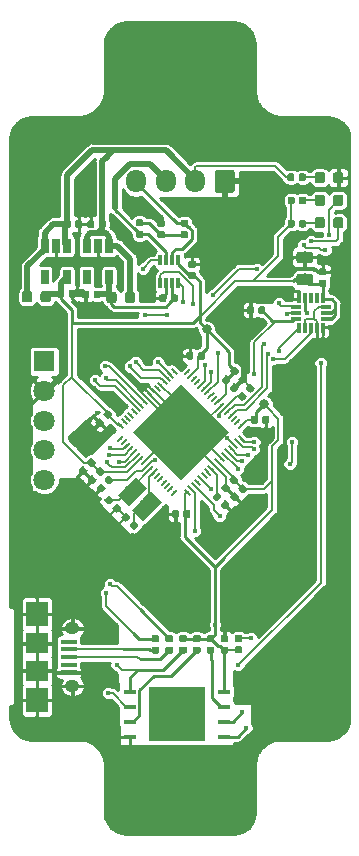
<source format=gtl>
G04 #@! TF.GenerationSoftware,KiCad,Pcbnew,(5.0.2)-1*
G04 #@! TF.CreationDate,2019-10-29T23:39:58+09:00*
G04 #@! TF.ProjectId,High_range_accelerometer,48696768-5f72-4616-9e67-655f61636365,rev?*
G04 #@! TF.SameCoordinates,Original*
G04 #@! TF.FileFunction,Copper,L1,Top*
G04 #@! TF.FilePolarity,Positive*
%FSLAX46Y46*%
G04 Gerber Fmt 4.6, Leading zero omitted, Abs format (unit mm)*
G04 Created by KiCad (PCBNEW (5.0.2)-1) date 2019/10/29 23:39:58*
%MOMM*%
%LPD*%
G01*
G04 APERTURE LIST*
G04 #@! TA.AperFunction,Conductor*
%ADD10C,0.100000*%
G04 #@! TD*
G04 #@! TA.AperFunction,ComponentPad*
%ADD11C,1.700000*%
G04 #@! TD*
G04 #@! TA.AperFunction,ComponentPad*
%ADD12O,1.700000X1.950000*%
G04 #@! TD*
G04 #@! TA.AperFunction,SMDPad,CuDef*
%ADD13C,0.975000*%
G04 #@! TD*
G04 #@! TA.AperFunction,SMDPad,CuDef*
%ADD14C,0.875000*%
G04 #@! TD*
G04 #@! TA.AperFunction,ComponentPad*
%ADD15R,1.800000X1.800000*%
G04 #@! TD*
G04 #@! TA.AperFunction,ComponentPad*
%ADD16C,1.800000*%
G04 #@! TD*
G04 #@! TA.AperFunction,SMDPad,CuDef*
%ADD17R,0.650000X1.220000*%
G04 #@! TD*
G04 #@! TA.AperFunction,SMDPad,CuDef*
%ADD18R,0.300000X0.850000*%
G04 #@! TD*
G04 #@! TA.AperFunction,SMDPad,CuDef*
%ADD19R,1.000000X0.400000*%
G04 #@! TD*
G04 #@! TA.AperFunction,SMDPad,CuDef*
%ADD20R,4.700000X4.600000*%
G04 #@! TD*
G04 #@! TA.AperFunction,SMDPad,CuDef*
%ADD21C,1.350000*%
G04 #@! TD*
G04 #@! TA.AperFunction,SMDPad,CuDef*
%ADD22C,0.200000*%
G04 #@! TD*
G04 #@! TA.AperFunction,Conductor*
%ADD23C,0.200000*%
G04 #@! TD*
G04 #@! TA.AperFunction,SMDPad,CuDef*
%ADD24C,1.425000*%
G04 #@! TD*
G04 #@! TA.AperFunction,ComponentPad*
%ADD25C,0.712500*%
G04 #@! TD*
G04 #@! TA.AperFunction,SMDPad,CuDef*
%ADD26C,0.590000*%
G04 #@! TD*
G04 #@! TA.AperFunction,SMDPad,CuDef*
%ADD27R,1.350000X0.400000*%
G04 #@! TD*
G04 #@! TA.AperFunction,ComponentPad*
%ADD28O,1.250000X1.050000*%
G04 #@! TD*
G04 #@! TA.AperFunction,ComponentPad*
%ADD29R,1.900000X2.100000*%
G04 #@! TD*
G04 #@! TA.AperFunction,SMDPad,CuDef*
%ADD30R,1.900000X1.800000*%
G04 #@! TD*
G04 #@! TA.AperFunction,SMDPad,CuDef*
%ADD31R,0.350000X0.900000*%
G04 #@! TD*
G04 #@! TA.AperFunction,SMDPad,CuDef*
%ADD32R,0.900000X0.350000*%
G04 #@! TD*
G04 #@! TA.AperFunction,ViaPad*
%ADD33C,0.400000*%
G04 #@! TD*
G04 #@! TA.AperFunction,ViaPad*
%ADD34C,0.800000*%
G04 #@! TD*
G04 #@! TA.AperFunction,Conductor*
%ADD35C,0.190000*%
G04 #@! TD*
G04 #@! TA.AperFunction,Conductor*
%ADD36C,0.500000*%
G04 #@! TD*
G04 #@! TA.AperFunction,Conductor*
%ADD37C,0.250000*%
G04 #@! TD*
G04 #@! TA.AperFunction,Conductor*
%ADD38C,0.270000*%
G04 #@! TD*
G04 APERTURE END LIST*
D10*
G04 #@! TO.N,GND*
G04 #@! TO.C,U1*
G36*
X111272624Y-61496364D02*
X111296893Y-61499964D01*
X111320691Y-61505925D01*
X111343791Y-61514190D01*
X111365969Y-61524680D01*
X111387013Y-61537293D01*
X111406718Y-61551907D01*
X111424897Y-61568383D01*
X111441373Y-61586562D01*
X111455987Y-61606267D01*
X111468600Y-61627311D01*
X111479090Y-61649489D01*
X111487355Y-61672589D01*
X111493316Y-61696387D01*
X111496916Y-61720656D01*
X111498120Y-61745160D01*
X111498120Y-63195160D01*
X111496916Y-63219664D01*
X111493316Y-63243933D01*
X111487355Y-63267731D01*
X111479090Y-63290831D01*
X111468600Y-63313009D01*
X111455987Y-63334053D01*
X111441373Y-63353758D01*
X111424897Y-63371937D01*
X111406718Y-63388413D01*
X111387013Y-63403027D01*
X111365969Y-63415640D01*
X111343791Y-63426130D01*
X111320691Y-63434395D01*
X111296893Y-63440356D01*
X111272624Y-63443956D01*
X111248120Y-63445160D01*
X110048120Y-63445160D01*
X110023616Y-63443956D01*
X109999347Y-63440356D01*
X109975549Y-63434395D01*
X109952449Y-63426130D01*
X109930271Y-63415640D01*
X109909227Y-63403027D01*
X109889522Y-63388413D01*
X109871343Y-63371937D01*
X109854867Y-63353758D01*
X109840253Y-63334053D01*
X109827640Y-63313009D01*
X109817150Y-63290831D01*
X109808885Y-63267731D01*
X109802924Y-63243933D01*
X109799324Y-63219664D01*
X109798120Y-63195160D01*
X109798120Y-61745160D01*
X109799324Y-61720656D01*
X109802924Y-61696387D01*
X109808885Y-61672589D01*
X109817150Y-61649489D01*
X109827640Y-61627311D01*
X109840253Y-61606267D01*
X109854867Y-61586562D01*
X109871343Y-61568383D01*
X109889522Y-61551907D01*
X109909227Y-61537293D01*
X109930271Y-61524680D01*
X109952449Y-61514190D01*
X109975549Y-61505925D01*
X109999347Y-61499964D01*
X110023616Y-61496364D01*
X110048120Y-61495160D01*
X111248120Y-61495160D01*
X111272624Y-61496364D01*
X111272624Y-61496364D01*
G37*
D11*
G04 #@! TD*
G04 #@! TO.P,U1,1*
G04 #@! TO.N,GND*
X110648120Y-62470160D03*
D12*
G04 #@! TO.P,U1,2*
G04 #@! TO.N,Net-(C1-Pad1)*
X108148120Y-62470160D03*
G04 #@! TO.P,U1,3*
G04 #@! TO.N,Net-(R2-Pad2)*
X105648120Y-62470160D03*
G04 #@! TO.P,U1,4*
G04 #@! TO.N,Net-(R3-Pad1)*
X103148120Y-62470160D03*
G04 #@! TD*
D10*
G04 #@! TO.N,+3V3*
G04 #@! TO.C,C26*
G36*
X117897492Y-70293554D02*
X117921153Y-70297064D01*
X117944357Y-70302876D01*
X117966879Y-70310934D01*
X117988503Y-70321162D01*
X118009020Y-70333459D01*
X118028233Y-70347709D01*
X118045957Y-70363773D01*
X118062021Y-70381497D01*
X118076271Y-70400710D01*
X118088568Y-70421227D01*
X118098796Y-70442851D01*
X118106854Y-70465373D01*
X118112666Y-70488577D01*
X118116176Y-70512238D01*
X118117350Y-70536130D01*
X118117350Y-71023630D01*
X118116176Y-71047522D01*
X118112666Y-71071183D01*
X118106854Y-71094387D01*
X118098796Y-71116909D01*
X118088568Y-71138533D01*
X118076271Y-71159050D01*
X118062021Y-71178263D01*
X118045957Y-71195987D01*
X118028233Y-71212051D01*
X118009020Y-71226301D01*
X117988503Y-71238598D01*
X117966879Y-71248826D01*
X117944357Y-71256884D01*
X117921153Y-71262696D01*
X117897492Y-71266206D01*
X117873600Y-71267380D01*
X116961100Y-71267380D01*
X116937208Y-71266206D01*
X116913547Y-71262696D01*
X116890343Y-71256884D01*
X116867821Y-71248826D01*
X116846197Y-71238598D01*
X116825680Y-71226301D01*
X116806467Y-71212051D01*
X116788743Y-71195987D01*
X116772679Y-71178263D01*
X116758429Y-71159050D01*
X116746132Y-71138533D01*
X116735904Y-71116909D01*
X116727846Y-71094387D01*
X116722034Y-71071183D01*
X116718524Y-71047522D01*
X116717350Y-71023630D01*
X116717350Y-70536130D01*
X116718524Y-70512238D01*
X116722034Y-70488577D01*
X116727846Y-70465373D01*
X116735904Y-70442851D01*
X116746132Y-70421227D01*
X116758429Y-70400710D01*
X116772679Y-70381497D01*
X116788743Y-70363773D01*
X116806467Y-70347709D01*
X116825680Y-70333459D01*
X116846197Y-70321162D01*
X116867821Y-70310934D01*
X116890343Y-70302876D01*
X116913547Y-70297064D01*
X116937208Y-70293554D01*
X116961100Y-70292380D01*
X117873600Y-70292380D01*
X117897492Y-70293554D01*
X117897492Y-70293554D01*
G37*
D13*
G04 #@! TD*
G04 #@! TO.P,C26,1*
G04 #@! TO.N,+3V3*
X117417350Y-70779880D03*
D10*
G04 #@! TO.N,GND*
G04 #@! TO.C,C26*
G36*
X117897492Y-68418554D02*
X117921153Y-68422064D01*
X117944357Y-68427876D01*
X117966879Y-68435934D01*
X117988503Y-68446162D01*
X118009020Y-68458459D01*
X118028233Y-68472709D01*
X118045957Y-68488773D01*
X118062021Y-68506497D01*
X118076271Y-68525710D01*
X118088568Y-68546227D01*
X118098796Y-68567851D01*
X118106854Y-68590373D01*
X118112666Y-68613577D01*
X118116176Y-68637238D01*
X118117350Y-68661130D01*
X118117350Y-69148630D01*
X118116176Y-69172522D01*
X118112666Y-69196183D01*
X118106854Y-69219387D01*
X118098796Y-69241909D01*
X118088568Y-69263533D01*
X118076271Y-69284050D01*
X118062021Y-69303263D01*
X118045957Y-69320987D01*
X118028233Y-69337051D01*
X118009020Y-69351301D01*
X117988503Y-69363598D01*
X117966879Y-69373826D01*
X117944357Y-69381884D01*
X117921153Y-69387696D01*
X117897492Y-69391206D01*
X117873600Y-69392380D01*
X116961100Y-69392380D01*
X116937208Y-69391206D01*
X116913547Y-69387696D01*
X116890343Y-69381884D01*
X116867821Y-69373826D01*
X116846197Y-69363598D01*
X116825680Y-69351301D01*
X116806467Y-69337051D01*
X116788743Y-69320987D01*
X116772679Y-69303263D01*
X116758429Y-69284050D01*
X116746132Y-69263533D01*
X116735904Y-69241909D01*
X116727846Y-69219387D01*
X116722034Y-69196183D01*
X116718524Y-69172522D01*
X116717350Y-69148630D01*
X116717350Y-68661130D01*
X116718524Y-68637238D01*
X116722034Y-68613577D01*
X116727846Y-68590373D01*
X116735904Y-68567851D01*
X116746132Y-68546227D01*
X116758429Y-68525710D01*
X116772679Y-68506497D01*
X116788743Y-68488773D01*
X116806467Y-68472709D01*
X116825680Y-68458459D01*
X116846197Y-68446162D01*
X116867821Y-68435934D01*
X116890343Y-68427876D01*
X116913547Y-68422064D01*
X116937208Y-68418554D01*
X116961100Y-68417380D01*
X117873600Y-68417380D01*
X117897492Y-68418554D01*
X117897492Y-68418554D01*
G37*
D13*
G04 #@! TD*
G04 #@! TO.P,C26,2*
G04 #@! TO.N,GND*
X117417350Y-68904880D03*
D10*
G04 #@! TO.N,GND*
G04 #@! TO.C,D1*
G36*
X120507511Y-61691013D02*
X120528746Y-61694163D01*
X120549570Y-61699379D01*
X120569782Y-61706611D01*
X120589188Y-61715790D01*
X120607601Y-61726826D01*
X120624844Y-61739614D01*
X120640750Y-61754030D01*
X120655166Y-61769936D01*
X120667954Y-61787179D01*
X120678990Y-61805592D01*
X120688169Y-61824998D01*
X120695401Y-61845210D01*
X120700617Y-61866034D01*
X120703767Y-61887269D01*
X120704820Y-61908710D01*
X120704820Y-62421210D01*
X120703767Y-62442651D01*
X120700617Y-62463886D01*
X120695401Y-62484710D01*
X120688169Y-62504922D01*
X120678990Y-62524328D01*
X120667954Y-62542741D01*
X120655166Y-62559984D01*
X120640750Y-62575890D01*
X120624844Y-62590306D01*
X120607601Y-62603094D01*
X120589188Y-62614130D01*
X120569782Y-62623309D01*
X120549570Y-62630541D01*
X120528746Y-62635757D01*
X120507511Y-62638907D01*
X120486070Y-62639960D01*
X120048570Y-62639960D01*
X120027129Y-62638907D01*
X120005894Y-62635757D01*
X119985070Y-62630541D01*
X119964858Y-62623309D01*
X119945452Y-62614130D01*
X119927039Y-62603094D01*
X119909796Y-62590306D01*
X119893890Y-62575890D01*
X119879474Y-62559984D01*
X119866686Y-62542741D01*
X119855650Y-62524328D01*
X119846471Y-62504922D01*
X119839239Y-62484710D01*
X119834023Y-62463886D01*
X119830873Y-62442651D01*
X119829820Y-62421210D01*
X119829820Y-61908710D01*
X119830873Y-61887269D01*
X119834023Y-61866034D01*
X119839239Y-61845210D01*
X119846471Y-61824998D01*
X119855650Y-61805592D01*
X119866686Y-61787179D01*
X119879474Y-61769936D01*
X119893890Y-61754030D01*
X119909796Y-61739614D01*
X119927039Y-61726826D01*
X119945452Y-61715790D01*
X119964858Y-61706611D01*
X119985070Y-61699379D01*
X120005894Y-61694163D01*
X120027129Y-61691013D01*
X120048570Y-61689960D01*
X120486070Y-61689960D01*
X120507511Y-61691013D01*
X120507511Y-61691013D01*
G37*
D14*
G04 #@! TD*
G04 #@! TO.P,D1,1*
G04 #@! TO.N,GND*
X120267320Y-62164960D03*
D10*
G04 #@! TO.N,Net-(D1-Pad2)*
G04 #@! TO.C,D1*
G36*
X118932511Y-61691013D02*
X118953746Y-61694163D01*
X118974570Y-61699379D01*
X118994782Y-61706611D01*
X119014188Y-61715790D01*
X119032601Y-61726826D01*
X119049844Y-61739614D01*
X119065750Y-61754030D01*
X119080166Y-61769936D01*
X119092954Y-61787179D01*
X119103990Y-61805592D01*
X119113169Y-61824998D01*
X119120401Y-61845210D01*
X119125617Y-61866034D01*
X119128767Y-61887269D01*
X119129820Y-61908710D01*
X119129820Y-62421210D01*
X119128767Y-62442651D01*
X119125617Y-62463886D01*
X119120401Y-62484710D01*
X119113169Y-62504922D01*
X119103990Y-62524328D01*
X119092954Y-62542741D01*
X119080166Y-62559984D01*
X119065750Y-62575890D01*
X119049844Y-62590306D01*
X119032601Y-62603094D01*
X119014188Y-62614130D01*
X118994782Y-62623309D01*
X118974570Y-62630541D01*
X118953746Y-62635757D01*
X118932511Y-62638907D01*
X118911070Y-62639960D01*
X118473570Y-62639960D01*
X118452129Y-62638907D01*
X118430894Y-62635757D01*
X118410070Y-62630541D01*
X118389858Y-62623309D01*
X118370452Y-62614130D01*
X118352039Y-62603094D01*
X118334796Y-62590306D01*
X118318890Y-62575890D01*
X118304474Y-62559984D01*
X118291686Y-62542741D01*
X118280650Y-62524328D01*
X118271471Y-62504922D01*
X118264239Y-62484710D01*
X118259023Y-62463886D01*
X118255873Y-62442651D01*
X118254820Y-62421210D01*
X118254820Y-61908710D01*
X118255873Y-61887269D01*
X118259023Y-61866034D01*
X118264239Y-61845210D01*
X118271471Y-61824998D01*
X118280650Y-61805592D01*
X118291686Y-61787179D01*
X118304474Y-61769936D01*
X118318890Y-61754030D01*
X118334796Y-61739614D01*
X118352039Y-61726826D01*
X118370452Y-61715790D01*
X118389858Y-61706611D01*
X118410070Y-61699379D01*
X118430894Y-61694163D01*
X118452129Y-61691013D01*
X118473570Y-61689960D01*
X118911070Y-61689960D01*
X118932511Y-61691013D01*
X118932511Y-61691013D01*
G37*
D14*
G04 #@! TD*
G04 #@! TO.P,D1,2*
G04 #@! TO.N,Net-(D1-Pad2)*
X118692320Y-62164960D03*
D10*
G04 #@! TO.N,Net-(D2-Pad2)*
G04 #@! TO.C,D2*
G36*
X118932511Y-63601093D02*
X118953746Y-63604243D01*
X118974570Y-63609459D01*
X118994782Y-63616691D01*
X119014188Y-63625870D01*
X119032601Y-63636906D01*
X119049844Y-63649694D01*
X119065750Y-63664110D01*
X119080166Y-63680016D01*
X119092954Y-63697259D01*
X119103990Y-63715672D01*
X119113169Y-63735078D01*
X119120401Y-63755290D01*
X119125617Y-63776114D01*
X119128767Y-63797349D01*
X119129820Y-63818790D01*
X119129820Y-64331290D01*
X119128767Y-64352731D01*
X119125617Y-64373966D01*
X119120401Y-64394790D01*
X119113169Y-64415002D01*
X119103990Y-64434408D01*
X119092954Y-64452821D01*
X119080166Y-64470064D01*
X119065750Y-64485970D01*
X119049844Y-64500386D01*
X119032601Y-64513174D01*
X119014188Y-64524210D01*
X118994782Y-64533389D01*
X118974570Y-64540621D01*
X118953746Y-64545837D01*
X118932511Y-64548987D01*
X118911070Y-64550040D01*
X118473570Y-64550040D01*
X118452129Y-64548987D01*
X118430894Y-64545837D01*
X118410070Y-64540621D01*
X118389858Y-64533389D01*
X118370452Y-64524210D01*
X118352039Y-64513174D01*
X118334796Y-64500386D01*
X118318890Y-64485970D01*
X118304474Y-64470064D01*
X118291686Y-64452821D01*
X118280650Y-64434408D01*
X118271471Y-64415002D01*
X118264239Y-64394790D01*
X118259023Y-64373966D01*
X118255873Y-64352731D01*
X118254820Y-64331290D01*
X118254820Y-63818790D01*
X118255873Y-63797349D01*
X118259023Y-63776114D01*
X118264239Y-63755290D01*
X118271471Y-63735078D01*
X118280650Y-63715672D01*
X118291686Y-63697259D01*
X118304474Y-63680016D01*
X118318890Y-63664110D01*
X118334796Y-63649694D01*
X118352039Y-63636906D01*
X118370452Y-63625870D01*
X118389858Y-63616691D01*
X118410070Y-63609459D01*
X118430894Y-63604243D01*
X118452129Y-63601093D01*
X118473570Y-63600040D01*
X118911070Y-63600040D01*
X118932511Y-63601093D01*
X118932511Y-63601093D01*
G37*
D14*
G04 #@! TD*
G04 #@! TO.P,D2,2*
G04 #@! TO.N,Net-(D2-Pad2)*
X118692320Y-64075040D03*
D10*
G04 #@! TO.N,LED_G_1*
G04 #@! TO.C,D2*
G36*
X120507511Y-63601093D02*
X120528746Y-63604243D01*
X120549570Y-63609459D01*
X120569782Y-63616691D01*
X120589188Y-63625870D01*
X120607601Y-63636906D01*
X120624844Y-63649694D01*
X120640750Y-63664110D01*
X120655166Y-63680016D01*
X120667954Y-63697259D01*
X120678990Y-63715672D01*
X120688169Y-63735078D01*
X120695401Y-63755290D01*
X120700617Y-63776114D01*
X120703767Y-63797349D01*
X120704820Y-63818790D01*
X120704820Y-64331290D01*
X120703767Y-64352731D01*
X120700617Y-64373966D01*
X120695401Y-64394790D01*
X120688169Y-64415002D01*
X120678990Y-64434408D01*
X120667954Y-64452821D01*
X120655166Y-64470064D01*
X120640750Y-64485970D01*
X120624844Y-64500386D01*
X120607601Y-64513174D01*
X120589188Y-64524210D01*
X120569782Y-64533389D01*
X120549570Y-64540621D01*
X120528746Y-64545837D01*
X120507511Y-64548987D01*
X120486070Y-64550040D01*
X120048570Y-64550040D01*
X120027129Y-64548987D01*
X120005894Y-64545837D01*
X119985070Y-64540621D01*
X119964858Y-64533389D01*
X119945452Y-64524210D01*
X119927039Y-64513174D01*
X119909796Y-64500386D01*
X119893890Y-64485970D01*
X119879474Y-64470064D01*
X119866686Y-64452821D01*
X119855650Y-64434408D01*
X119846471Y-64415002D01*
X119839239Y-64394790D01*
X119834023Y-64373966D01*
X119830873Y-64352731D01*
X119829820Y-64331290D01*
X119829820Y-63818790D01*
X119830873Y-63797349D01*
X119834023Y-63776114D01*
X119839239Y-63755290D01*
X119846471Y-63735078D01*
X119855650Y-63715672D01*
X119866686Y-63697259D01*
X119879474Y-63680016D01*
X119893890Y-63664110D01*
X119909796Y-63649694D01*
X119927039Y-63636906D01*
X119945452Y-63625870D01*
X119964858Y-63616691D01*
X119985070Y-63609459D01*
X120005894Y-63604243D01*
X120027129Y-63601093D01*
X120048570Y-63600040D01*
X120486070Y-63600040D01*
X120507511Y-63601093D01*
X120507511Y-63601093D01*
G37*
D14*
G04 #@! TD*
G04 #@! TO.P,D2,1*
G04 #@! TO.N,LED_G_1*
X120267320Y-64075040D03*
D10*
G04 #@! TO.N,LED_G_2*
G04 #@! TO.C,D3*
G36*
X120507511Y-65511173D02*
X120528746Y-65514323D01*
X120549570Y-65519539D01*
X120569782Y-65526771D01*
X120589188Y-65535950D01*
X120607601Y-65546986D01*
X120624844Y-65559774D01*
X120640750Y-65574190D01*
X120655166Y-65590096D01*
X120667954Y-65607339D01*
X120678990Y-65625752D01*
X120688169Y-65645158D01*
X120695401Y-65665370D01*
X120700617Y-65686194D01*
X120703767Y-65707429D01*
X120704820Y-65728870D01*
X120704820Y-66241370D01*
X120703767Y-66262811D01*
X120700617Y-66284046D01*
X120695401Y-66304870D01*
X120688169Y-66325082D01*
X120678990Y-66344488D01*
X120667954Y-66362901D01*
X120655166Y-66380144D01*
X120640750Y-66396050D01*
X120624844Y-66410466D01*
X120607601Y-66423254D01*
X120589188Y-66434290D01*
X120569782Y-66443469D01*
X120549570Y-66450701D01*
X120528746Y-66455917D01*
X120507511Y-66459067D01*
X120486070Y-66460120D01*
X120048570Y-66460120D01*
X120027129Y-66459067D01*
X120005894Y-66455917D01*
X119985070Y-66450701D01*
X119964858Y-66443469D01*
X119945452Y-66434290D01*
X119927039Y-66423254D01*
X119909796Y-66410466D01*
X119893890Y-66396050D01*
X119879474Y-66380144D01*
X119866686Y-66362901D01*
X119855650Y-66344488D01*
X119846471Y-66325082D01*
X119839239Y-66304870D01*
X119834023Y-66284046D01*
X119830873Y-66262811D01*
X119829820Y-66241370D01*
X119829820Y-65728870D01*
X119830873Y-65707429D01*
X119834023Y-65686194D01*
X119839239Y-65665370D01*
X119846471Y-65645158D01*
X119855650Y-65625752D01*
X119866686Y-65607339D01*
X119879474Y-65590096D01*
X119893890Y-65574190D01*
X119909796Y-65559774D01*
X119927039Y-65546986D01*
X119945452Y-65535950D01*
X119964858Y-65526771D01*
X119985070Y-65519539D01*
X120005894Y-65514323D01*
X120027129Y-65511173D01*
X120048570Y-65510120D01*
X120486070Y-65510120D01*
X120507511Y-65511173D01*
X120507511Y-65511173D01*
G37*
D14*
G04 #@! TD*
G04 #@! TO.P,D3,1*
G04 #@! TO.N,LED_G_2*
X120267320Y-65985120D03*
D10*
G04 #@! TO.N,Net-(D3-Pad2)*
G04 #@! TO.C,D3*
G36*
X118932511Y-65511173D02*
X118953746Y-65514323D01*
X118974570Y-65519539D01*
X118994782Y-65526771D01*
X119014188Y-65535950D01*
X119032601Y-65546986D01*
X119049844Y-65559774D01*
X119065750Y-65574190D01*
X119080166Y-65590096D01*
X119092954Y-65607339D01*
X119103990Y-65625752D01*
X119113169Y-65645158D01*
X119120401Y-65665370D01*
X119125617Y-65686194D01*
X119128767Y-65707429D01*
X119129820Y-65728870D01*
X119129820Y-66241370D01*
X119128767Y-66262811D01*
X119125617Y-66284046D01*
X119120401Y-66304870D01*
X119113169Y-66325082D01*
X119103990Y-66344488D01*
X119092954Y-66362901D01*
X119080166Y-66380144D01*
X119065750Y-66396050D01*
X119049844Y-66410466D01*
X119032601Y-66423254D01*
X119014188Y-66434290D01*
X118994782Y-66443469D01*
X118974570Y-66450701D01*
X118953746Y-66455917D01*
X118932511Y-66459067D01*
X118911070Y-66460120D01*
X118473570Y-66460120D01*
X118452129Y-66459067D01*
X118430894Y-66455917D01*
X118410070Y-66450701D01*
X118389858Y-66443469D01*
X118370452Y-66434290D01*
X118352039Y-66423254D01*
X118334796Y-66410466D01*
X118318890Y-66396050D01*
X118304474Y-66380144D01*
X118291686Y-66362901D01*
X118280650Y-66344488D01*
X118271471Y-66325082D01*
X118264239Y-66304870D01*
X118259023Y-66284046D01*
X118255873Y-66262811D01*
X118254820Y-66241370D01*
X118254820Y-65728870D01*
X118255873Y-65707429D01*
X118259023Y-65686194D01*
X118264239Y-65665370D01*
X118271471Y-65645158D01*
X118280650Y-65625752D01*
X118291686Y-65607339D01*
X118304474Y-65590096D01*
X118318890Y-65574190D01*
X118334796Y-65559774D01*
X118352039Y-65546986D01*
X118370452Y-65535950D01*
X118389858Y-65526771D01*
X118410070Y-65519539D01*
X118430894Y-65514323D01*
X118452129Y-65511173D01*
X118473570Y-65510120D01*
X118911070Y-65510120D01*
X118932511Y-65511173D01*
X118932511Y-65511173D01*
G37*
D14*
G04 #@! TD*
G04 #@! TO.P,D3,2*
G04 #@! TO.N,Net-(D3-Pad2)*
X118692320Y-65985120D03*
D15*
G04 #@! TO.P,P1,1*
G04 #@! TO.N,N/C*
X95382080Y-77724000D03*
D16*
G04 #@! TO.P,P1,2*
G04 #@! TO.N,GND*
X95382080Y-80224000D03*
G04 #@! TO.P,P1,3*
G04 #@! TO.N,XRESS*
X95382080Y-82724000D03*
G04 #@! TO.P,P1,4*
G04 #@! TO.N,SCLK*
X95382080Y-85224000D03*
G04 #@! TO.P,P1,5*
G04 #@! TO.N,SDATA*
X95382080Y-87724000D03*
G04 #@! TD*
D17*
G04 #@! TO.P,U3,1*
G04 #@! TO.N,Net-(C1-Pad1)*
X100850000Y-67940000D03*
G04 #@! TO.P,U3,2*
G04 #@! TO.N,GND*
X99900000Y-67940000D03*
G04 #@! TO.P,U3,3*
G04 #@! TO.N,Net-(C1-Pad1)*
X98950000Y-67940000D03*
G04 #@! TO.P,U3,4*
G04 #@! TO.N,N/C*
X98950000Y-70560000D03*
G04 #@! TO.P,U3,5*
G04 #@! TO.N,+5V*
X100850000Y-70560000D03*
G04 #@! TD*
D18*
G04 #@! TO.P,U4,1*
G04 #@! TO.N,CAN-TXD*
X105196840Y-71067400D03*
G04 #@! TO.P,U4,2*
G04 #@! TO.N,GND*
X105696840Y-71067400D03*
G04 #@! TO.P,U4,3*
G04 #@! TO.N,+5V*
X106196840Y-71067400D03*
G04 #@! TO.P,U4,4*
G04 #@! TO.N,CAN-RXD*
X106696840Y-71067400D03*
G04 #@! TO.P,U4,5*
G04 #@! TO.N,+3V3*
X106696840Y-69167400D03*
G04 #@! TO.P,U4,6*
G04 #@! TO.N,Net-(R3-Pad1)*
X106196840Y-69167400D03*
G04 #@! TO.P,U4,7*
G04 #@! TO.N,Net-(R2-Pad2)*
X105696840Y-69167400D03*
G04 #@! TO.P,U4,8*
G04 #@! TO.N,CAN-STB*
X105196840Y-69167400D03*
G04 #@! TD*
D19*
G04 #@! TO.P,U7,4*
G04 #@! TO.N,GND*
X102598720Y-109484160D03*
G04 #@! TO.P,U7,6*
G04 #@! TO.N,Flash-CLK*
X110598720Y-108214160D03*
G04 #@! TO.P,U7,7*
G04 #@! TO.N,Net-(R9-Pad1)*
X110598720Y-106944160D03*
G04 #@! TO.P,U7,2*
G04 #@! TO.N,Flash-MISO*
X102598720Y-106944160D03*
G04 #@! TO.P,U7,5*
G04 #@! TO.N,Flash-MOSI*
X110598720Y-109484160D03*
G04 #@! TO.P,U7,8*
G04 #@! TO.N,+3V3*
X110598720Y-105674160D03*
D20*
G04 #@! TO.P,U7,9*
G04 #@! TO.N,N/C*
X106598720Y-107579160D03*
D19*
G04 #@! TO.P,U7,3*
G04 #@! TO.N,Net-(R10-Pad1)*
X102598720Y-108214160D03*
G04 #@! TO.P,U7,1*
G04 #@! TO.N,Flash-~CS*
X102598720Y-105674160D03*
G04 #@! TD*
D21*
G04 #@! TO.P,Y2,2*
G04 #@! TO.N,Net-(C25-Pad1)*
X102830402Y-88735942D03*
D10*
G04 #@! TD*
G04 #@! TO.N,Net-(C25-Pad1)*
G04 #@! TO.C,Y2*
G36*
X104085517Y-88435422D02*
X102529882Y-89991057D01*
X101575287Y-89036462D01*
X103130922Y-87480827D01*
X104085517Y-88435422D01*
X104085517Y-88435422D01*
G37*
D21*
G04 #@! TO.P,Y2,1*
G04 #@! TO.N,Net-(C23-Pad1)*
X104067838Y-89973378D03*
D10*
G04 #@! TD*
G04 #@! TO.N,Net-(C23-Pad1)*
G04 #@! TO.C,Y2*
G36*
X105322953Y-89672858D02*
X103767318Y-91228493D01*
X102812723Y-90273898D01*
X104368358Y-88718263D01*
X105322953Y-89672858D01*
X105322953Y-89672858D01*
G37*
D22*
G04 #@! TO.P,U5,1*
G04 #@! TO.N,N/C*
X106376115Y-78598631D03*
D23*
G04 #@! TD*
G04 #@! TO.N,N/C*
G04 #@! TO.C,U5*
X106163983Y-78386499D02*
X106588247Y-78810763D01*
D22*
G04 #@! TO.P,U5,2*
G04 #@! TO.N,microSD-~CS*
X106093272Y-78881474D03*
D23*
G04 #@! TD*
G04 #@! TO.N,microSD-~CS*
G04 #@! TO.C,U5*
X105881140Y-78669342D02*
X106305404Y-79093606D01*
D22*
G04 #@! TO.P,U5,3*
G04 #@! TO.N,Flash-CLK*
X105810429Y-79164317D03*
D23*
G04 #@! TD*
G04 #@! TO.N,Flash-CLK*
G04 #@! TO.C,U5*
X105598297Y-78952185D02*
X106022561Y-79376449D01*
D22*
G04 #@! TO.P,U5,4*
G04 #@! TO.N,Flash-MOSI*
X105527586Y-79447159D03*
D23*
G04 #@! TD*
G04 #@! TO.N,Flash-MOSI*
G04 #@! TO.C,U5*
X105315454Y-79235027D02*
X105739718Y-79659291D01*
D22*
G04 #@! TO.P,U5,5*
G04 #@! TO.N,GND*
X105244744Y-79730002D03*
D23*
G04 #@! TD*
G04 #@! TO.N,GND*
G04 #@! TO.C,U5*
X105032612Y-79517870D02*
X105456876Y-79942134D01*
D22*
G04 #@! TO.P,U5,6*
G04 #@! TO.N,N/C*
X104961901Y-80012845D03*
D23*
G04 #@! TD*
G04 #@! TO.N,N/C*
G04 #@! TO.C,U5*
X104749769Y-79800713D02*
X105174033Y-80224977D01*
D22*
G04 #@! TO.P,U5,7*
G04 #@! TO.N,GND*
X104679058Y-80295687D03*
D23*
G04 #@! TD*
G04 #@! TO.N,GND*
G04 #@! TO.C,U5*
X104466926Y-80083555D02*
X104891190Y-80507819D01*
D22*
G04 #@! TO.P,U5,8*
G04 #@! TO.N,GND*
X104396216Y-80578530D03*
D23*
G04 #@! TD*
G04 #@! TO.N,GND*
G04 #@! TO.C,U5*
X104184084Y-80366398D02*
X104608348Y-80790662D01*
D22*
G04 #@! TO.P,U5,9*
G04 #@! TO.N,GND*
X104113373Y-80861373D03*
D23*
G04 #@! TD*
G04 #@! TO.N,GND*
G04 #@! TO.C,U5*
X103901241Y-80649241D02*
X104325505Y-81073505D01*
D22*
G04 #@! TO.P,U5,10*
G04 #@! TO.N,XRESS*
X103830530Y-81144216D03*
D23*
G04 #@! TD*
G04 #@! TO.N,XRESS*
G04 #@! TO.C,U5*
X103618398Y-80932084D02*
X104042662Y-81356348D01*
D22*
G04 #@! TO.P,U5,11*
G04 #@! TO.N,SDATA*
X103547687Y-81427058D03*
D23*
G04 #@! TD*
G04 #@! TO.N,SDATA*
G04 #@! TO.C,U5*
X103335555Y-81214926D02*
X103759819Y-81639190D01*
D22*
G04 #@! TO.P,U5,12*
G04 #@! TO.N,SCLK*
X103264845Y-81709901D03*
D23*
G04 #@! TD*
G04 #@! TO.N,SCLK*
G04 #@! TO.C,U5*
X103052713Y-81497769D02*
X103476977Y-81922033D01*
D22*
G04 #@! TO.P,U5,13*
G04 #@! TO.N,N/C*
X102982002Y-81992744D03*
D23*
G04 #@! TD*
G04 #@! TO.N,N/C*
G04 #@! TO.C,U5*
X102769870Y-81780612D02*
X103194134Y-82204876D01*
D22*
G04 #@! TO.P,U5,14*
G04 #@! TO.N,N/C*
X102699159Y-82275586D03*
D23*
G04 #@! TD*
G04 #@! TO.N,N/C*
G04 #@! TO.C,U5*
X102487027Y-82063454D02*
X102911291Y-82487718D01*
D22*
G04 #@! TO.P,U5,15*
G04 #@! TO.N,N/C*
X102416317Y-82558429D03*
D23*
G04 #@! TD*
G04 #@! TO.N,N/C*
G04 #@! TO.C,U5*
X102204185Y-82346297D02*
X102628449Y-82770561D01*
D22*
G04 #@! TO.P,U5,16*
G04 #@! TO.N,N/C*
X102133474Y-82841272D03*
D23*
G04 #@! TD*
G04 #@! TO.N,N/C*
G04 #@! TO.C,U5*
X101921342Y-82629140D02*
X102345606Y-83053404D01*
D22*
G04 #@! TO.P,U5,17*
G04 #@! TO.N,+3V3*
X101850631Y-83124115D03*
D23*
G04 #@! TD*
G04 #@! TO.N,+3V3*
G04 #@! TO.C,U5*
X101638499Y-82911983D02*
X102062763Y-83336247D01*
D22*
G04 #@! TO.P,U5,18*
G04 #@! TO.N,N/C*
X101850631Y-84255485D03*
D23*
G04 #@! TD*
G04 #@! TO.N,N/C*
G04 #@! TO.C,U5*
X102062763Y-84043353D02*
X101638499Y-84467617D01*
D22*
G04 #@! TO.P,U5,19*
G04 #@! TO.N,N/C*
X102133474Y-84538328D03*
D23*
G04 #@! TD*
G04 #@! TO.N,N/C*
G04 #@! TO.C,U5*
X102345606Y-84326196D02*
X101921342Y-84750460D01*
D22*
G04 #@! TO.P,U5,20*
G04 #@! TO.N,Flash-MISO*
X102416317Y-84821171D03*
D23*
G04 #@! TD*
G04 #@! TO.N,Flash-MISO*
G04 #@! TO.C,U5*
X102628449Y-84609039D02*
X102204185Y-85033303D01*
D22*
G04 #@! TO.P,U5,21*
G04 #@! TO.N,Flash-~CS*
X102699159Y-85104014D03*
D23*
G04 #@! TD*
G04 #@! TO.N,Flash-~CS*
G04 #@! TO.C,U5*
X102911291Y-84891882D02*
X102487027Y-85316146D01*
D22*
G04 #@! TO.P,U5,22*
G04 #@! TO.N,Net-(R4-Pad2)*
X102982002Y-85386856D03*
D23*
G04 #@! TD*
G04 #@! TO.N,Net-(R4-Pad2)*
G04 #@! TO.C,U5*
X103194134Y-85174724D02*
X102769870Y-85598988D01*
D22*
G04 #@! TO.P,U5,23*
G04 #@! TO.N,Net-(R5-Pad2)*
X103264845Y-85669699D03*
D23*
G04 #@! TD*
G04 #@! TO.N,Net-(R5-Pad2)*
G04 #@! TO.C,U5*
X103476977Y-85457567D02*
X103052713Y-85881831D01*
D22*
G04 #@! TO.P,U5,24*
G04 #@! TO.N,+3V3*
X103547687Y-85952542D03*
D23*
G04 #@! TD*
G04 #@! TO.N,+3V3*
G04 #@! TO.C,U5*
X103759819Y-85740410D02*
X103335555Y-86164674D01*
D22*
G04 #@! TO.P,U5,25*
G04 #@! TO.N,GND*
X103830530Y-86235384D03*
D23*
G04 #@! TD*
G04 #@! TO.N,GND*
G04 #@! TO.C,U5*
X104042662Y-86023252D02*
X103618398Y-86447516D01*
D22*
G04 #@! TO.P,U5,26*
G04 #@! TO.N,Net-(C19-Pad1)*
X104113373Y-86518227D03*
D23*
G04 #@! TD*
G04 #@! TO.N,Net-(C19-Pad1)*
G04 #@! TO.C,U5*
X104325505Y-86306095D02*
X103901241Y-86730359D01*
D22*
G04 #@! TO.P,U5,27*
G04 #@! TO.N,Net-(C25-Pad1)*
X104396216Y-86801070D03*
D23*
G04 #@! TD*
G04 #@! TO.N,Net-(C25-Pad1)*
G04 #@! TO.C,U5*
X104608348Y-86588938D02*
X104184084Y-87013202D01*
D22*
G04 #@! TO.P,U5,28*
G04 #@! TO.N,Net-(C23-Pad1)*
X104679058Y-87083913D03*
D23*
G04 #@! TD*
G04 #@! TO.N,Net-(C23-Pad1)*
G04 #@! TO.C,U5*
X104891190Y-86871781D02*
X104466926Y-87296045D01*
D22*
G04 #@! TO.P,U5,29*
G04 #@! TO.N,N/C*
X104961901Y-87366755D03*
D23*
G04 #@! TD*
G04 #@! TO.N,N/C*
G04 #@! TO.C,U5*
X105174033Y-87154623D02*
X104749769Y-87578887D01*
D22*
G04 #@! TO.P,U5,30*
G04 #@! TO.N,N/C*
X105244744Y-87649598D03*
D23*
G04 #@! TD*
G04 #@! TO.N,N/C*
G04 #@! TO.C,U5*
X105456876Y-87437466D02*
X105032612Y-87861730D01*
D22*
G04 #@! TO.P,U5,31*
G04 #@! TO.N,N/C*
X105527586Y-87932441D03*
D23*
G04 #@! TD*
G04 #@! TO.N,N/C*
G04 #@! TO.C,U5*
X105739718Y-87720309D02*
X105315454Y-88144573D01*
D22*
G04 #@! TO.P,U5,32*
G04 #@! TO.N,N/C*
X105810429Y-88215283D03*
D23*
G04 #@! TD*
G04 #@! TO.N,N/C*
G04 #@! TO.C,U5*
X106022561Y-88003151D02*
X105598297Y-88427415D01*
D22*
G04 #@! TO.P,U5,33*
G04 #@! TO.N,N/C*
X106093272Y-88498126D03*
D23*
G04 #@! TD*
G04 #@! TO.N,N/C*
G04 #@! TO.C,U5*
X106305404Y-88285994D02*
X105881140Y-88710258D01*
D22*
G04 #@! TO.P,U5,34*
G04 #@! TO.N,N/C*
X106376115Y-88780969D03*
D23*
G04 #@! TD*
G04 #@! TO.N,N/C*
G04 #@! TO.C,U5*
X106588247Y-88568837D02*
X106163983Y-88993101D01*
D22*
G04 #@! TO.P,U5,35*
G04 #@! TO.N,+3V3*
X107507485Y-88780969D03*
D23*
G04 #@! TD*
G04 #@! TO.N,+3V3*
G04 #@! TO.C,U5*
X107295353Y-88568837D02*
X107719617Y-88993101D01*
D22*
G04 #@! TO.P,U5,36*
G04 #@! TO.N,microSD-MISO*
X107790328Y-88498126D03*
D23*
G04 #@! TD*
G04 #@! TO.N,microSD-MISO*
G04 #@! TO.C,U5*
X107578196Y-88285994D02*
X108002460Y-88710258D01*
D22*
G04 #@! TO.P,U5,37*
G04 #@! TO.N,microSD-MOSI*
X108073171Y-88215283D03*
D23*
G04 #@! TD*
G04 #@! TO.N,microSD-MOSI*
G04 #@! TO.C,U5*
X107861039Y-88003151D02*
X108285303Y-88427415D01*
D22*
G04 #@! TO.P,U5,38*
G04 #@! TO.N,N/C*
X108356014Y-87932441D03*
D23*
G04 #@! TD*
G04 #@! TO.N,N/C*
G04 #@! TO.C,U5*
X108143882Y-87720309D02*
X108568146Y-88144573D01*
D22*
G04 #@! TO.P,U5,39*
G04 #@! TO.N,microSD-CLK*
X108638856Y-87649598D03*
D23*
G04 #@! TD*
G04 #@! TO.N,microSD-CLK*
G04 #@! TO.C,U5*
X108426724Y-87437466D02*
X108850988Y-87861730D01*
D22*
G04 #@! TO.P,U5,40*
G04 #@! TO.N,N/C*
X108921699Y-87366755D03*
D23*
G04 #@! TD*
G04 #@! TO.N,N/C*
G04 #@! TO.C,U5*
X108709567Y-87154623D02*
X109133831Y-87578887D01*
D22*
G04 #@! TO.P,U5,41*
G04 #@! TO.N,N/C*
X109204542Y-87083913D03*
D23*
G04 #@! TD*
G04 #@! TO.N,N/C*
G04 #@! TO.C,U5*
X108992410Y-86871781D02*
X109416674Y-87296045D01*
D22*
G04 #@! TO.P,U5,42*
G04 #@! TO.N,Net-(C18-Pad1)*
X109487384Y-86801070D03*
D23*
G04 #@! TD*
G04 #@! TO.N,Net-(C18-Pad1)*
G04 #@! TO.C,U5*
X109275252Y-86588938D02*
X109699516Y-87013202D01*
D22*
G04 #@! TO.P,U5,43*
G04 #@! TO.N,GND*
X109770227Y-86518227D03*
D23*
G04 #@! TD*
G04 #@! TO.N,GND*
G04 #@! TO.C,U5*
X109558095Y-86306095D02*
X109982359Y-86730359D01*
D22*
G04 #@! TO.P,U5,44*
G04 #@! TO.N,+3V3*
X110053070Y-86235384D03*
D23*
G04 #@! TD*
G04 #@! TO.N,+3V3*
G04 #@! TO.C,U5*
X109840938Y-86023252D02*
X110265202Y-86447516D01*
D22*
G04 #@! TO.P,U5,45*
G04 #@! TO.N,GND*
X110335913Y-85952542D03*
D23*
G04 #@! TD*
G04 #@! TO.N,GND*
G04 #@! TO.C,U5*
X110123781Y-85740410D02*
X110548045Y-86164674D01*
D22*
G04 #@! TO.P,U5,46*
G04 #@! TO.N,Sensor-MISO*
X110618755Y-85669699D03*
D23*
G04 #@! TD*
G04 #@! TO.N,Sensor-MISO*
G04 #@! TO.C,U5*
X110406623Y-85457567D02*
X110830887Y-85881831D01*
D22*
G04 #@! TO.P,U5,47*
G04 #@! TO.N,Sensor-CLK*
X110901598Y-85386856D03*
D23*
G04 #@! TD*
G04 #@! TO.N,Sensor-CLK*
G04 #@! TO.C,U5*
X110689466Y-85174724D02*
X111113730Y-85598988D01*
D22*
G04 #@! TO.P,U5,48*
G04 #@! TO.N,Sensor-MOSI*
X111184441Y-85104014D03*
D23*
G04 #@! TD*
G04 #@! TO.N,Sensor-MOSI*
G04 #@! TO.C,U5*
X110972309Y-84891882D02*
X111396573Y-85316146D01*
D22*
G04 #@! TO.P,U5,49*
G04 #@! TO.N,Sensor-CS*
X111467283Y-84821171D03*
D23*
G04 #@! TD*
G04 #@! TO.N,Sensor-CS*
G04 #@! TO.C,U5*
X111255151Y-84609039D02*
X111679415Y-85033303D01*
D22*
G04 #@! TO.P,U5,50*
G04 #@! TO.N,INT1*
X111750126Y-84538328D03*
D23*
G04 #@! TD*
G04 #@! TO.N,INT1*
G04 #@! TO.C,U5*
X111537994Y-84326196D02*
X111962258Y-84750460D01*
D22*
G04 #@! TO.P,U5,51*
G04 #@! TO.N,INT2*
X112032969Y-84255485D03*
D23*
G04 #@! TD*
G04 #@! TO.N,INT2*
G04 #@! TO.C,U5*
X111820837Y-84043353D02*
X112245101Y-84467617D01*
D22*
G04 #@! TO.P,U5,52*
G04 #@! TO.N,+3V3*
X112032969Y-83124115D03*
D23*
G04 #@! TD*
G04 #@! TO.N,+3V3*
G04 #@! TO.C,U5*
X112245101Y-82911983D02*
X111820837Y-83336247D01*
D22*
G04 #@! TO.P,U5,53*
G04 #@! TO.N,N/C*
X111750126Y-82841272D03*
D23*
G04 #@! TD*
G04 #@! TO.N,N/C*
G04 #@! TO.C,U5*
X111962258Y-82629140D02*
X111537994Y-83053404D01*
D22*
G04 #@! TO.P,U5,54*
G04 #@! TO.N,N/C*
X111467283Y-82558429D03*
D23*
G04 #@! TD*
G04 #@! TO.N,N/C*
G04 #@! TO.C,U5*
X111679415Y-82346297D02*
X111255151Y-82770561D01*
D22*
G04 #@! TO.P,U5,55*
G04 #@! TO.N,LED_G_1*
X111184441Y-82275586D03*
D23*
G04 #@! TD*
G04 #@! TO.N,LED_G_1*
G04 #@! TO.C,U5*
X111396573Y-82063454D02*
X110972309Y-82487718D01*
D22*
G04 #@! TO.P,U5,56*
G04 #@! TO.N,LED_G_2*
X110901598Y-81992744D03*
D23*
G04 #@! TD*
G04 #@! TO.N,LED_G_2*
G04 #@! TO.C,U5*
X111113730Y-81780612D02*
X110689466Y-82204876D01*
D22*
G04 #@! TO.P,U5,57*
G04 #@! TO.N,Net-(C19-Pad1)*
X110618755Y-81709901D03*
D23*
G04 #@! TD*
G04 #@! TO.N,Net-(C19-Pad1)*
G04 #@! TO.C,U5*
X110830887Y-81497769D02*
X110406623Y-81922033D01*
D22*
G04 #@! TO.P,U5,58*
G04 #@! TO.N,GND*
X110335913Y-81427058D03*
D23*
G04 #@! TD*
G04 #@! TO.N,GND*
G04 #@! TO.C,U5*
X110548045Y-81214926D02*
X110123781Y-81639190D01*
D22*
G04 #@! TO.P,U5,59*
G04 #@! TO.N,+3V3*
X110053070Y-81144216D03*
D23*
G04 #@! TD*
G04 #@! TO.N,+3V3*
G04 #@! TO.C,U5*
X110265202Y-80932084D02*
X109840938Y-81356348D01*
D22*
G04 #@! TO.P,U5,60*
G04 #@! TO.N,N/C*
X109770227Y-80861373D03*
D23*
G04 #@! TD*
G04 #@! TO.N,N/C*
G04 #@! TO.C,U5*
X109982359Y-80649241D02*
X109558095Y-81073505D01*
D22*
G04 #@! TO.P,U5,61*
G04 #@! TO.N,N/C*
X109487384Y-80578530D03*
D23*
G04 #@! TD*
G04 #@! TO.N,N/C*
G04 #@! TO.C,U5*
X109699516Y-80366398D02*
X109275252Y-80790662D01*
D22*
G04 #@! TO.P,U5,62*
G04 #@! TO.N,CAN-TXD*
X109204542Y-80295687D03*
D23*
G04 #@! TD*
G04 #@! TO.N,CAN-TXD*
G04 #@! TO.C,U5*
X109416674Y-80083555D02*
X108992410Y-80507819D01*
D22*
G04 #@! TO.P,U5,63*
G04 #@! TO.N,CAN-RXD*
X108921699Y-80012845D03*
D23*
G04 #@! TD*
G04 #@! TO.N,CAN-RXD*
G04 #@! TO.C,U5*
X109133831Y-79800713D02*
X108709567Y-80224977D01*
D22*
G04 #@! TO.P,U5,64*
G04 #@! TO.N,CAN-STB*
X108638856Y-79730002D03*
D23*
G04 #@! TD*
G04 #@! TO.N,CAN-STB*
G04 #@! TO.C,U5*
X108850988Y-79517870D02*
X108426724Y-79942134D01*
D22*
G04 #@! TO.P,U5,65*
G04 #@! TO.N,N/C*
X108356014Y-79447159D03*
D23*
G04 #@! TD*
G04 #@! TO.N,N/C*
G04 #@! TO.C,U5*
X108568146Y-79235027D02*
X108143882Y-79659291D01*
D22*
G04 #@! TO.P,U5,66*
G04 #@! TO.N,N/C*
X108073171Y-79164317D03*
D23*
G04 #@! TD*
G04 #@! TO.N,N/C*
G04 #@! TO.C,U5*
X108285303Y-78952185D02*
X107861039Y-79376449D01*
D22*
G04 #@! TO.P,U5,67*
G04 #@! TO.N,+3V3*
X107790328Y-78881474D03*
D23*
G04 #@! TD*
G04 #@! TO.N,+3V3*
G04 #@! TO.C,U5*
X108002460Y-78669342D02*
X107578196Y-79093606D01*
D22*
G04 #@! TO.P,U5,68*
G04 #@! TO.N,N/C*
X107507485Y-78598631D03*
D23*
G04 #@! TD*
G04 #@! TO.N,N/C*
G04 #@! TO.C,U5*
X107719617Y-78386499D02*
X107295353Y-78810763D01*
D24*
G04 #@! TO.P,U5,69*
G04 #@! TO.N,GND*
X106941800Y-80666919D03*
D10*
G04 #@! TD*
G04 #@! TO.N,GND*
G04 #@! TO.C,U5*
G36*
X105934173Y-80666919D02*
X106941800Y-79659292D01*
X107949427Y-80666919D01*
X106941800Y-81674546D01*
X105934173Y-80666919D01*
X105934173Y-80666919D01*
G37*
D24*
G04 #@! TO.P,U5,69*
G04 #@! TO.N,GND*
X105934173Y-81674546D03*
D10*
G04 #@! TD*
G04 #@! TO.N,GND*
G04 #@! TO.C,U5*
G36*
X104926546Y-81674546D02*
X105934173Y-80666919D01*
X106941800Y-81674546D01*
X105934173Y-82682173D01*
X104926546Y-81674546D01*
X104926546Y-81674546D01*
G37*
D24*
G04 #@! TO.P,U5,69*
G04 #@! TO.N,GND*
X104926546Y-82682173D03*
D10*
G04 #@! TD*
G04 #@! TO.N,GND*
G04 #@! TO.C,U5*
G36*
X103918919Y-82682173D02*
X104926546Y-81674546D01*
X105934173Y-82682173D01*
X104926546Y-83689800D01*
X103918919Y-82682173D01*
X103918919Y-82682173D01*
G37*
D24*
G04 #@! TO.P,U5,69*
G04 #@! TO.N,GND*
X103918919Y-83689800D03*
D10*
G04 #@! TD*
G04 #@! TO.N,GND*
G04 #@! TO.C,U5*
G36*
X102911292Y-83689800D02*
X103918919Y-82682173D01*
X104926546Y-83689800D01*
X103918919Y-84697427D01*
X102911292Y-83689800D01*
X102911292Y-83689800D01*
G37*
D24*
G04 #@! TO.P,U5,69*
G04 #@! TO.N,GND*
X107949427Y-81674546D03*
D10*
G04 #@! TD*
G04 #@! TO.N,GND*
G04 #@! TO.C,U5*
G36*
X106941800Y-81674546D02*
X107949427Y-80666919D01*
X108957054Y-81674546D01*
X107949427Y-82682173D01*
X106941800Y-81674546D01*
X106941800Y-81674546D01*
G37*
D24*
G04 #@! TO.P,U5,69*
G04 #@! TO.N,GND*
X106941800Y-82682173D03*
D10*
G04 #@! TD*
G04 #@! TO.N,GND*
G04 #@! TO.C,U5*
G36*
X105934173Y-82682173D02*
X106941800Y-81674546D01*
X107949427Y-82682173D01*
X106941800Y-83689800D01*
X105934173Y-82682173D01*
X105934173Y-82682173D01*
G37*
D24*
G04 #@! TO.P,U5,69*
G04 #@! TO.N,GND*
X105934173Y-83689800D03*
D10*
G04 #@! TD*
G04 #@! TO.N,GND*
G04 #@! TO.C,U5*
G36*
X104926546Y-83689800D02*
X105934173Y-82682173D01*
X106941800Y-83689800D01*
X105934173Y-84697427D01*
X104926546Y-83689800D01*
X104926546Y-83689800D01*
G37*
D24*
G04 #@! TO.P,U5,69*
G04 #@! TO.N,GND*
X104926546Y-84697427D03*
D10*
G04 #@! TD*
G04 #@! TO.N,GND*
G04 #@! TO.C,U5*
G36*
X103918919Y-84697427D02*
X104926546Y-83689800D01*
X105934173Y-84697427D01*
X104926546Y-85705054D01*
X103918919Y-84697427D01*
X103918919Y-84697427D01*
G37*
D24*
G04 #@! TO.P,U5,69*
G04 #@! TO.N,GND*
X108957054Y-82682173D03*
D10*
G04 #@! TD*
G04 #@! TO.N,GND*
G04 #@! TO.C,U5*
G36*
X107949427Y-82682173D02*
X108957054Y-81674546D01*
X109964681Y-82682173D01*
X108957054Y-83689800D01*
X107949427Y-82682173D01*
X107949427Y-82682173D01*
G37*
D24*
G04 #@! TO.P,U5,69*
G04 #@! TO.N,GND*
X107949427Y-83689800D03*
D10*
G04 #@! TD*
G04 #@! TO.N,GND*
G04 #@! TO.C,U5*
G36*
X106941800Y-83689800D02*
X107949427Y-82682173D01*
X108957054Y-83689800D01*
X107949427Y-84697427D01*
X106941800Y-83689800D01*
X106941800Y-83689800D01*
G37*
D24*
G04 #@! TO.P,U5,69*
G04 #@! TO.N,GND*
X106941800Y-84697427D03*
D10*
G04 #@! TD*
G04 #@! TO.N,GND*
G04 #@! TO.C,U5*
G36*
X105934173Y-84697427D02*
X106941800Y-83689800D01*
X107949427Y-84697427D01*
X106941800Y-85705054D01*
X105934173Y-84697427D01*
X105934173Y-84697427D01*
G37*
D24*
G04 #@! TO.P,U5,69*
G04 #@! TO.N,GND*
X105934173Y-85705054D03*
D10*
G04 #@! TD*
G04 #@! TO.N,GND*
G04 #@! TO.C,U5*
G36*
X104926546Y-85705054D02*
X105934173Y-84697427D01*
X106941800Y-85705054D01*
X105934173Y-86712681D01*
X104926546Y-85705054D01*
X104926546Y-85705054D01*
G37*
D24*
G04 #@! TO.P,U5,69*
G04 #@! TO.N,GND*
X109964681Y-83689800D03*
D10*
G04 #@! TD*
G04 #@! TO.N,GND*
G04 #@! TO.C,U5*
G36*
X108957054Y-83689800D02*
X109964681Y-82682173D01*
X110972308Y-83689800D01*
X109964681Y-84697427D01*
X108957054Y-83689800D01*
X108957054Y-83689800D01*
G37*
D24*
G04 #@! TO.P,U5,69*
G04 #@! TO.N,GND*
X108957054Y-84697427D03*
D10*
G04 #@! TD*
G04 #@! TO.N,GND*
G04 #@! TO.C,U5*
G36*
X107949427Y-84697427D02*
X108957054Y-83689800D01*
X109964681Y-84697427D01*
X108957054Y-85705054D01*
X107949427Y-84697427D01*
X107949427Y-84697427D01*
G37*
D24*
G04 #@! TO.P,U5,69*
G04 #@! TO.N,GND*
X107949427Y-85705054D03*
D10*
G04 #@! TD*
G04 #@! TO.N,GND*
G04 #@! TO.C,U5*
G36*
X106941800Y-85705054D02*
X107949427Y-84697427D01*
X108957054Y-85705054D01*
X107949427Y-86712681D01*
X106941800Y-85705054D01*
X106941800Y-85705054D01*
G37*
D24*
G04 #@! TO.P,U5,69*
G04 #@! TO.N,GND*
X106941800Y-86712681D03*
D10*
G04 #@! TD*
G04 #@! TO.N,GND*
G04 #@! TO.C,U5*
G36*
X105934173Y-86712681D02*
X106941800Y-85705054D01*
X107949427Y-86712681D01*
X106941800Y-87720308D01*
X105934173Y-86712681D01*
X105934173Y-86712681D01*
G37*
D25*
G04 #@! TO.P,U5,69*
G04 #@! TO.N,GND*
X106941800Y-80666919D03*
X105934173Y-81674546D03*
X104926546Y-82682173D03*
X103918919Y-83689800D03*
X107949427Y-81674546D03*
X106941800Y-82682173D03*
X105934173Y-83689800D03*
X104926546Y-84697427D03*
X108957054Y-82682173D03*
X107949427Y-83689800D03*
X106941800Y-84697427D03*
X105934173Y-85705054D03*
X109964681Y-83689800D03*
X108957054Y-84697427D03*
X107949427Y-85705054D03*
X106941800Y-86712681D03*
G04 #@! TD*
D10*
G04 #@! TO.N,Net-(C2-Pad1)*
G04 #@! TO.C,C2*
G36*
X105447998Y-66696230D02*
X105462316Y-66698354D01*
X105476357Y-66701871D01*
X105489986Y-66706748D01*
X105503071Y-66712937D01*
X105515487Y-66720378D01*
X105527113Y-66729001D01*
X105537838Y-66738722D01*
X105547559Y-66749447D01*
X105556182Y-66761073D01*
X105563623Y-66773489D01*
X105569812Y-66786574D01*
X105574689Y-66800203D01*
X105578206Y-66814244D01*
X105580330Y-66828562D01*
X105581040Y-66843020D01*
X105581040Y-67138020D01*
X105580330Y-67152478D01*
X105578206Y-67166796D01*
X105574689Y-67180837D01*
X105569812Y-67194466D01*
X105563623Y-67207551D01*
X105556182Y-67219967D01*
X105547559Y-67231593D01*
X105537838Y-67242318D01*
X105527113Y-67252039D01*
X105515487Y-67260662D01*
X105503071Y-67268103D01*
X105489986Y-67274292D01*
X105476357Y-67279169D01*
X105462316Y-67282686D01*
X105447998Y-67284810D01*
X105433540Y-67285520D01*
X105088540Y-67285520D01*
X105074082Y-67284810D01*
X105059764Y-67282686D01*
X105045723Y-67279169D01*
X105032094Y-67274292D01*
X105019009Y-67268103D01*
X105006593Y-67260662D01*
X104994967Y-67252039D01*
X104984242Y-67242318D01*
X104974521Y-67231593D01*
X104965898Y-67219967D01*
X104958457Y-67207551D01*
X104952268Y-67194466D01*
X104947391Y-67180837D01*
X104943874Y-67166796D01*
X104941750Y-67152478D01*
X104941040Y-67138020D01*
X104941040Y-66843020D01*
X104941750Y-66828562D01*
X104943874Y-66814244D01*
X104947391Y-66800203D01*
X104952268Y-66786574D01*
X104958457Y-66773489D01*
X104965898Y-66761073D01*
X104974521Y-66749447D01*
X104984242Y-66738722D01*
X104994967Y-66729001D01*
X105006593Y-66720378D01*
X105019009Y-66712937D01*
X105032094Y-66706748D01*
X105045723Y-66701871D01*
X105059764Y-66698354D01*
X105074082Y-66696230D01*
X105088540Y-66695520D01*
X105433540Y-66695520D01*
X105447998Y-66696230D01*
X105447998Y-66696230D01*
G37*
D26*
G04 #@! TD*
G04 #@! TO.P,C2,1*
G04 #@! TO.N,Net-(C2-Pad1)*
X105261040Y-66990520D03*
D10*
G04 #@! TO.N,GND*
G04 #@! TO.C,C2*
G36*
X105447998Y-65726230D02*
X105462316Y-65728354D01*
X105476357Y-65731871D01*
X105489986Y-65736748D01*
X105503071Y-65742937D01*
X105515487Y-65750378D01*
X105527113Y-65759001D01*
X105537838Y-65768722D01*
X105547559Y-65779447D01*
X105556182Y-65791073D01*
X105563623Y-65803489D01*
X105569812Y-65816574D01*
X105574689Y-65830203D01*
X105578206Y-65844244D01*
X105580330Y-65858562D01*
X105581040Y-65873020D01*
X105581040Y-66168020D01*
X105580330Y-66182478D01*
X105578206Y-66196796D01*
X105574689Y-66210837D01*
X105569812Y-66224466D01*
X105563623Y-66237551D01*
X105556182Y-66249967D01*
X105547559Y-66261593D01*
X105537838Y-66272318D01*
X105527113Y-66282039D01*
X105515487Y-66290662D01*
X105503071Y-66298103D01*
X105489986Y-66304292D01*
X105476357Y-66309169D01*
X105462316Y-66312686D01*
X105447998Y-66314810D01*
X105433540Y-66315520D01*
X105088540Y-66315520D01*
X105074082Y-66314810D01*
X105059764Y-66312686D01*
X105045723Y-66309169D01*
X105032094Y-66304292D01*
X105019009Y-66298103D01*
X105006593Y-66290662D01*
X104994967Y-66282039D01*
X104984242Y-66272318D01*
X104974521Y-66261593D01*
X104965898Y-66249967D01*
X104958457Y-66237551D01*
X104952268Y-66224466D01*
X104947391Y-66210837D01*
X104943874Y-66196796D01*
X104941750Y-66182478D01*
X104941040Y-66168020D01*
X104941040Y-65873020D01*
X104941750Y-65858562D01*
X104943874Y-65844244D01*
X104947391Y-65830203D01*
X104952268Y-65816574D01*
X104958457Y-65803489D01*
X104965898Y-65791073D01*
X104974521Y-65779447D01*
X104984242Y-65768722D01*
X104994967Y-65759001D01*
X105006593Y-65750378D01*
X105019009Y-65742937D01*
X105032094Y-65736748D01*
X105045723Y-65731871D01*
X105059764Y-65728354D01*
X105074082Y-65726230D01*
X105088540Y-65725520D01*
X105433540Y-65725520D01*
X105447998Y-65726230D01*
X105447998Y-65726230D01*
G37*
D26*
G04 #@! TD*
G04 #@! TO.P,C2,2*
G04 #@! TO.N,GND*
X105261040Y-66020520D03*
D10*
G04 #@! TO.N,GND*
G04 #@! TO.C,C4*
G36*
X105564478Y-72046010D02*
X105578796Y-72048134D01*
X105592837Y-72051651D01*
X105606466Y-72056528D01*
X105619551Y-72062717D01*
X105631967Y-72070158D01*
X105643593Y-72078781D01*
X105654318Y-72088502D01*
X105664039Y-72099227D01*
X105672662Y-72110853D01*
X105680103Y-72123269D01*
X105686292Y-72136354D01*
X105691169Y-72149983D01*
X105694686Y-72164024D01*
X105696810Y-72178342D01*
X105697520Y-72192800D01*
X105697520Y-72537800D01*
X105696810Y-72552258D01*
X105694686Y-72566576D01*
X105691169Y-72580617D01*
X105686292Y-72594246D01*
X105680103Y-72607331D01*
X105672662Y-72619747D01*
X105664039Y-72631373D01*
X105654318Y-72642098D01*
X105643593Y-72651819D01*
X105631967Y-72660442D01*
X105619551Y-72667883D01*
X105606466Y-72674072D01*
X105592837Y-72678949D01*
X105578796Y-72682466D01*
X105564478Y-72684590D01*
X105550020Y-72685300D01*
X105255020Y-72685300D01*
X105240562Y-72684590D01*
X105226244Y-72682466D01*
X105212203Y-72678949D01*
X105198574Y-72674072D01*
X105185489Y-72667883D01*
X105173073Y-72660442D01*
X105161447Y-72651819D01*
X105150722Y-72642098D01*
X105141001Y-72631373D01*
X105132378Y-72619747D01*
X105124937Y-72607331D01*
X105118748Y-72594246D01*
X105113871Y-72580617D01*
X105110354Y-72566576D01*
X105108230Y-72552258D01*
X105107520Y-72537800D01*
X105107520Y-72192800D01*
X105108230Y-72178342D01*
X105110354Y-72164024D01*
X105113871Y-72149983D01*
X105118748Y-72136354D01*
X105124937Y-72123269D01*
X105132378Y-72110853D01*
X105141001Y-72099227D01*
X105150722Y-72088502D01*
X105161447Y-72078781D01*
X105173073Y-72070158D01*
X105185489Y-72062717D01*
X105198574Y-72056528D01*
X105212203Y-72051651D01*
X105226244Y-72048134D01*
X105240562Y-72046010D01*
X105255020Y-72045300D01*
X105550020Y-72045300D01*
X105564478Y-72046010D01*
X105564478Y-72046010D01*
G37*
D26*
G04 #@! TD*
G04 #@! TO.P,C4,2*
G04 #@! TO.N,GND*
X105402520Y-72365300D03*
D10*
G04 #@! TO.N,+5V*
G04 #@! TO.C,C4*
G36*
X106534478Y-72046010D02*
X106548796Y-72048134D01*
X106562837Y-72051651D01*
X106576466Y-72056528D01*
X106589551Y-72062717D01*
X106601967Y-72070158D01*
X106613593Y-72078781D01*
X106624318Y-72088502D01*
X106634039Y-72099227D01*
X106642662Y-72110853D01*
X106650103Y-72123269D01*
X106656292Y-72136354D01*
X106661169Y-72149983D01*
X106664686Y-72164024D01*
X106666810Y-72178342D01*
X106667520Y-72192800D01*
X106667520Y-72537800D01*
X106666810Y-72552258D01*
X106664686Y-72566576D01*
X106661169Y-72580617D01*
X106656292Y-72594246D01*
X106650103Y-72607331D01*
X106642662Y-72619747D01*
X106634039Y-72631373D01*
X106624318Y-72642098D01*
X106613593Y-72651819D01*
X106601967Y-72660442D01*
X106589551Y-72667883D01*
X106576466Y-72674072D01*
X106562837Y-72678949D01*
X106548796Y-72682466D01*
X106534478Y-72684590D01*
X106520020Y-72685300D01*
X106225020Y-72685300D01*
X106210562Y-72684590D01*
X106196244Y-72682466D01*
X106182203Y-72678949D01*
X106168574Y-72674072D01*
X106155489Y-72667883D01*
X106143073Y-72660442D01*
X106131447Y-72651819D01*
X106120722Y-72642098D01*
X106111001Y-72631373D01*
X106102378Y-72619747D01*
X106094937Y-72607331D01*
X106088748Y-72594246D01*
X106083871Y-72580617D01*
X106080354Y-72566576D01*
X106078230Y-72552258D01*
X106077520Y-72537800D01*
X106077520Y-72192800D01*
X106078230Y-72178342D01*
X106080354Y-72164024D01*
X106083871Y-72149983D01*
X106088748Y-72136354D01*
X106094937Y-72123269D01*
X106102378Y-72110853D01*
X106111001Y-72099227D01*
X106120722Y-72088502D01*
X106131447Y-72078781D01*
X106143073Y-72070158D01*
X106155489Y-72062717D01*
X106168574Y-72056528D01*
X106182203Y-72051651D01*
X106196244Y-72048134D01*
X106210562Y-72046010D01*
X106225020Y-72045300D01*
X106520020Y-72045300D01*
X106534478Y-72046010D01*
X106534478Y-72046010D01*
G37*
D26*
G04 #@! TD*
G04 #@! TO.P,C4,1*
G04 #@! TO.N,+5V*
X106372520Y-72365300D03*
D10*
G04 #@! TO.N,+3V3*
G04 #@! TO.C,C7*
G36*
X108074358Y-70165870D02*
X108088676Y-70167994D01*
X108102717Y-70171511D01*
X108116346Y-70176388D01*
X108129431Y-70182577D01*
X108141847Y-70190018D01*
X108153473Y-70198641D01*
X108164198Y-70208362D01*
X108173919Y-70219087D01*
X108182542Y-70230713D01*
X108189983Y-70243129D01*
X108196172Y-70256214D01*
X108201049Y-70269843D01*
X108204566Y-70283884D01*
X108206690Y-70298202D01*
X108207400Y-70312660D01*
X108207400Y-70607660D01*
X108206690Y-70622118D01*
X108204566Y-70636436D01*
X108201049Y-70650477D01*
X108196172Y-70664106D01*
X108189983Y-70677191D01*
X108182542Y-70689607D01*
X108173919Y-70701233D01*
X108164198Y-70711958D01*
X108153473Y-70721679D01*
X108141847Y-70730302D01*
X108129431Y-70737743D01*
X108116346Y-70743932D01*
X108102717Y-70748809D01*
X108088676Y-70752326D01*
X108074358Y-70754450D01*
X108059900Y-70755160D01*
X107714900Y-70755160D01*
X107700442Y-70754450D01*
X107686124Y-70752326D01*
X107672083Y-70748809D01*
X107658454Y-70743932D01*
X107645369Y-70737743D01*
X107632953Y-70730302D01*
X107621327Y-70721679D01*
X107610602Y-70711958D01*
X107600881Y-70701233D01*
X107592258Y-70689607D01*
X107584817Y-70677191D01*
X107578628Y-70664106D01*
X107573751Y-70650477D01*
X107570234Y-70636436D01*
X107568110Y-70622118D01*
X107567400Y-70607660D01*
X107567400Y-70312660D01*
X107568110Y-70298202D01*
X107570234Y-70283884D01*
X107573751Y-70269843D01*
X107578628Y-70256214D01*
X107584817Y-70243129D01*
X107592258Y-70230713D01*
X107600881Y-70219087D01*
X107610602Y-70208362D01*
X107621327Y-70198641D01*
X107632953Y-70190018D01*
X107645369Y-70182577D01*
X107658454Y-70176388D01*
X107672083Y-70171511D01*
X107686124Y-70167994D01*
X107700442Y-70165870D01*
X107714900Y-70165160D01*
X108059900Y-70165160D01*
X108074358Y-70165870D01*
X108074358Y-70165870D01*
G37*
D26*
G04 #@! TD*
G04 #@! TO.P,C7,1*
G04 #@! TO.N,+3V3*
X107887400Y-70460160D03*
D10*
G04 #@! TO.N,GND*
G04 #@! TO.C,C7*
G36*
X108074358Y-69195870D02*
X108088676Y-69197994D01*
X108102717Y-69201511D01*
X108116346Y-69206388D01*
X108129431Y-69212577D01*
X108141847Y-69220018D01*
X108153473Y-69228641D01*
X108164198Y-69238362D01*
X108173919Y-69249087D01*
X108182542Y-69260713D01*
X108189983Y-69273129D01*
X108196172Y-69286214D01*
X108201049Y-69299843D01*
X108204566Y-69313884D01*
X108206690Y-69328202D01*
X108207400Y-69342660D01*
X108207400Y-69637660D01*
X108206690Y-69652118D01*
X108204566Y-69666436D01*
X108201049Y-69680477D01*
X108196172Y-69694106D01*
X108189983Y-69707191D01*
X108182542Y-69719607D01*
X108173919Y-69731233D01*
X108164198Y-69741958D01*
X108153473Y-69751679D01*
X108141847Y-69760302D01*
X108129431Y-69767743D01*
X108116346Y-69773932D01*
X108102717Y-69778809D01*
X108088676Y-69782326D01*
X108074358Y-69784450D01*
X108059900Y-69785160D01*
X107714900Y-69785160D01*
X107700442Y-69784450D01*
X107686124Y-69782326D01*
X107672083Y-69778809D01*
X107658454Y-69773932D01*
X107645369Y-69767743D01*
X107632953Y-69760302D01*
X107621327Y-69751679D01*
X107610602Y-69741958D01*
X107600881Y-69731233D01*
X107592258Y-69719607D01*
X107584817Y-69707191D01*
X107578628Y-69694106D01*
X107573751Y-69680477D01*
X107570234Y-69666436D01*
X107568110Y-69652118D01*
X107567400Y-69637660D01*
X107567400Y-69342660D01*
X107568110Y-69328202D01*
X107570234Y-69313884D01*
X107573751Y-69299843D01*
X107578628Y-69286214D01*
X107584817Y-69273129D01*
X107592258Y-69260713D01*
X107600881Y-69249087D01*
X107610602Y-69238362D01*
X107621327Y-69228641D01*
X107632953Y-69220018D01*
X107645369Y-69212577D01*
X107658454Y-69206388D01*
X107672083Y-69201511D01*
X107686124Y-69197994D01*
X107700442Y-69195870D01*
X107714900Y-69195160D01*
X108059900Y-69195160D01*
X108074358Y-69195870D01*
X108074358Y-69195870D01*
G37*
D26*
G04 #@! TD*
G04 #@! TO.P,C7,2*
G04 #@! TO.N,GND*
X107887400Y-69490160D03*
D10*
G04 #@! TO.N,GND*
G04 #@! TO.C,C8*
G36*
X114281478Y-82342470D02*
X114295796Y-82344594D01*
X114309837Y-82348111D01*
X114323466Y-82352988D01*
X114336551Y-82359177D01*
X114348967Y-82366618D01*
X114360593Y-82375241D01*
X114371318Y-82384962D01*
X114381039Y-82395687D01*
X114389662Y-82407313D01*
X114397103Y-82419729D01*
X114403292Y-82432814D01*
X114408169Y-82446443D01*
X114411686Y-82460484D01*
X114413810Y-82474802D01*
X114414520Y-82489260D01*
X114414520Y-82834260D01*
X114413810Y-82848718D01*
X114411686Y-82863036D01*
X114408169Y-82877077D01*
X114403292Y-82890706D01*
X114397103Y-82903791D01*
X114389662Y-82916207D01*
X114381039Y-82927833D01*
X114371318Y-82938558D01*
X114360593Y-82948279D01*
X114348967Y-82956902D01*
X114336551Y-82964343D01*
X114323466Y-82970532D01*
X114309837Y-82975409D01*
X114295796Y-82978926D01*
X114281478Y-82981050D01*
X114267020Y-82981760D01*
X113972020Y-82981760D01*
X113957562Y-82981050D01*
X113943244Y-82978926D01*
X113929203Y-82975409D01*
X113915574Y-82970532D01*
X113902489Y-82964343D01*
X113890073Y-82956902D01*
X113878447Y-82948279D01*
X113867722Y-82938558D01*
X113858001Y-82927833D01*
X113849378Y-82916207D01*
X113841937Y-82903791D01*
X113835748Y-82890706D01*
X113830871Y-82877077D01*
X113827354Y-82863036D01*
X113825230Y-82848718D01*
X113824520Y-82834260D01*
X113824520Y-82489260D01*
X113825230Y-82474802D01*
X113827354Y-82460484D01*
X113830871Y-82446443D01*
X113835748Y-82432814D01*
X113841937Y-82419729D01*
X113849378Y-82407313D01*
X113858001Y-82395687D01*
X113867722Y-82384962D01*
X113878447Y-82375241D01*
X113890073Y-82366618D01*
X113902489Y-82359177D01*
X113915574Y-82352988D01*
X113929203Y-82348111D01*
X113943244Y-82344594D01*
X113957562Y-82342470D01*
X113972020Y-82341760D01*
X114267020Y-82341760D01*
X114281478Y-82342470D01*
X114281478Y-82342470D01*
G37*
D26*
G04 #@! TD*
G04 #@! TO.P,C8,2*
G04 #@! TO.N,GND*
X114119520Y-82661760D03*
D10*
G04 #@! TO.N,+3V3*
G04 #@! TO.C,C8*
G36*
X113311478Y-82342470D02*
X113325796Y-82344594D01*
X113339837Y-82348111D01*
X113353466Y-82352988D01*
X113366551Y-82359177D01*
X113378967Y-82366618D01*
X113390593Y-82375241D01*
X113401318Y-82384962D01*
X113411039Y-82395687D01*
X113419662Y-82407313D01*
X113427103Y-82419729D01*
X113433292Y-82432814D01*
X113438169Y-82446443D01*
X113441686Y-82460484D01*
X113443810Y-82474802D01*
X113444520Y-82489260D01*
X113444520Y-82834260D01*
X113443810Y-82848718D01*
X113441686Y-82863036D01*
X113438169Y-82877077D01*
X113433292Y-82890706D01*
X113427103Y-82903791D01*
X113419662Y-82916207D01*
X113411039Y-82927833D01*
X113401318Y-82938558D01*
X113390593Y-82948279D01*
X113378967Y-82956902D01*
X113366551Y-82964343D01*
X113353466Y-82970532D01*
X113339837Y-82975409D01*
X113325796Y-82978926D01*
X113311478Y-82981050D01*
X113297020Y-82981760D01*
X113002020Y-82981760D01*
X112987562Y-82981050D01*
X112973244Y-82978926D01*
X112959203Y-82975409D01*
X112945574Y-82970532D01*
X112932489Y-82964343D01*
X112920073Y-82956902D01*
X112908447Y-82948279D01*
X112897722Y-82938558D01*
X112888001Y-82927833D01*
X112879378Y-82916207D01*
X112871937Y-82903791D01*
X112865748Y-82890706D01*
X112860871Y-82877077D01*
X112857354Y-82863036D01*
X112855230Y-82848718D01*
X112854520Y-82834260D01*
X112854520Y-82489260D01*
X112855230Y-82474802D01*
X112857354Y-82460484D01*
X112860871Y-82446443D01*
X112865748Y-82432814D01*
X112871937Y-82419729D01*
X112879378Y-82407313D01*
X112888001Y-82395687D01*
X112897722Y-82384962D01*
X112908447Y-82375241D01*
X112920073Y-82366618D01*
X112932489Y-82359177D01*
X112945574Y-82352988D01*
X112959203Y-82348111D01*
X112973244Y-82344594D01*
X112987562Y-82342470D01*
X113002020Y-82341760D01*
X113297020Y-82341760D01*
X113311478Y-82342470D01*
X113311478Y-82342470D01*
G37*
D26*
G04 #@! TD*
G04 #@! TO.P,C8,1*
G04 #@! TO.N,+3V3*
X113149520Y-82661760D03*
D10*
G04 #@! TO.N,+3V3*
G04 #@! TO.C,C9*
G36*
X100740847Y-81844149D02*
X100755165Y-81846273D01*
X100769206Y-81849790D01*
X100782835Y-81854667D01*
X100795920Y-81860856D01*
X100808336Y-81868297D01*
X100819962Y-81876920D01*
X100830687Y-81886641D01*
X101074639Y-82130593D01*
X101084360Y-82141318D01*
X101092983Y-82152944D01*
X101100424Y-82165360D01*
X101106613Y-82178445D01*
X101111490Y-82192074D01*
X101115007Y-82206115D01*
X101117131Y-82220433D01*
X101117841Y-82234891D01*
X101117131Y-82249349D01*
X101115007Y-82263667D01*
X101111490Y-82277708D01*
X101106613Y-82291337D01*
X101100424Y-82304422D01*
X101092983Y-82316838D01*
X101084360Y-82328464D01*
X101074639Y-82339189D01*
X100866043Y-82547785D01*
X100855318Y-82557506D01*
X100843692Y-82566129D01*
X100831276Y-82573570D01*
X100818191Y-82579759D01*
X100804562Y-82584636D01*
X100790521Y-82588153D01*
X100776203Y-82590277D01*
X100761745Y-82590987D01*
X100747287Y-82590277D01*
X100732969Y-82588153D01*
X100718928Y-82584636D01*
X100705299Y-82579759D01*
X100692214Y-82573570D01*
X100679798Y-82566129D01*
X100668172Y-82557506D01*
X100657447Y-82547785D01*
X100413495Y-82303833D01*
X100403774Y-82293108D01*
X100395151Y-82281482D01*
X100387710Y-82269066D01*
X100381521Y-82255981D01*
X100376644Y-82242352D01*
X100373127Y-82228311D01*
X100371003Y-82213993D01*
X100370293Y-82199535D01*
X100371003Y-82185077D01*
X100373127Y-82170759D01*
X100376644Y-82156718D01*
X100381521Y-82143089D01*
X100387710Y-82130004D01*
X100395151Y-82117588D01*
X100403774Y-82105962D01*
X100413495Y-82095237D01*
X100622091Y-81886641D01*
X100632816Y-81876920D01*
X100644442Y-81868297D01*
X100656858Y-81860856D01*
X100669943Y-81854667D01*
X100683572Y-81849790D01*
X100697613Y-81846273D01*
X100711931Y-81844149D01*
X100726389Y-81843439D01*
X100740847Y-81844149D01*
X100740847Y-81844149D01*
G37*
D26*
G04 #@! TD*
G04 #@! TO.P,C9,1*
G04 #@! TO.N,+3V3*
X100744067Y-82217213D03*
D10*
G04 #@! TO.N,GND*
G04 #@! TO.C,C9*
G36*
X100054953Y-82530043D02*
X100069271Y-82532167D01*
X100083312Y-82535684D01*
X100096941Y-82540561D01*
X100110026Y-82546750D01*
X100122442Y-82554191D01*
X100134068Y-82562814D01*
X100144793Y-82572535D01*
X100388745Y-82816487D01*
X100398466Y-82827212D01*
X100407089Y-82838838D01*
X100414530Y-82851254D01*
X100420719Y-82864339D01*
X100425596Y-82877968D01*
X100429113Y-82892009D01*
X100431237Y-82906327D01*
X100431947Y-82920785D01*
X100431237Y-82935243D01*
X100429113Y-82949561D01*
X100425596Y-82963602D01*
X100420719Y-82977231D01*
X100414530Y-82990316D01*
X100407089Y-83002732D01*
X100398466Y-83014358D01*
X100388745Y-83025083D01*
X100180149Y-83233679D01*
X100169424Y-83243400D01*
X100157798Y-83252023D01*
X100145382Y-83259464D01*
X100132297Y-83265653D01*
X100118668Y-83270530D01*
X100104627Y-83274047D01*
X100090309Y-83276171D01*
X100075851Y-83276881D01*
X100061393Y-83276171D01*
X100047075Y-83274047D01*
X100033034Y-83270530D01*
X100019405Y-83265653D01*
X100006320Y-83259464D01*
X99993904Y-83252023D01*
X99982278Y-83243400D01*
X99971553Y-83233679D01*
X99727601Y-82989727D01*
X99717880Y-82979002D01*
X99709257Y-82967376D01*
X99701816Y-82954960D01*
X99695627Y-82941875D01*
X99690750Y-82928246D01*
X99687233Y-82914205D01*
X99685109Y-82899887D01*
X99684399Y-82885429D01*
X99685109Y-82870971D01*
X99687233Y-82856653D01*
X99690750Y-82842612D01*
X99695627Y-82828983D01*
X99701816Y-82815898D01*
X99709257Y-82803482D01*
X99717880Y-82791856D01*
X99727601Y-82781131D01*
X99936197Y-82572535D01*
X99946922Y-82562814D01*
X99958548Y-82554191D01*
X99970964Y-82546750D01*
X99984049Y-82540561D01*
X99997678Y-82535684D01*
X100011719Y-82532167D01*
X100026037Y-82530043D01*
X100040495Y-82529333D01*
X100054953Y-82530043D01*
X100054953Y-82530043D01*
G37*
D26*
G04 #@! TD*
G04 #@! TO.P,C9,2*
G04 #@! TO.N,GND*
X100058173Y-82903107D03*
D10*
G04 #@! TO.N,GND*
G04 #@! TO.C,C10*
G36*
X107864038Y-76925650D02*
X107878356Y-76927774D01*
X107892397Y-76931291D01*
X107906026Y-76936168D01*
X107919111Y-76942357D01*
X107931527Y-76949798D01*
X107943153Y-76958421D01*
X107953878Y-76968142D01*
X107963599Y-76978867D01*
X107972222Y-76990493D01*
X107979663Y-77002909D01*
X107985852Y-77015994D01*
X107990729Y-77029623D01*
X107994246Y-77043664D01*
X107996370Y-77057982D01*
X107997080Y-77072440D01*
X107997080Y-77417440D01*
X107996370Y-77431898D01*
X107994246Y-77446216D01*
X107990729Y-77460257D01*
X107985852Y-77473886D01*
X107979663Y-77486971D01*
X107972222Y-77499387D01*
X107963599Y-77511013D01*
X107953878Y-77521738D01*
X107943153Y-77531459D01*
X107931527Y-77540082D01*
X107919111Y-77547523D01*
X107906026Y-77553712D01*
X107892397Y-77558589D01*
X107878356Y-77562106D01*
X107864038Y-77564230D01*
X107849580Y-77564940D01*
X107554580Y-77564940D01*
X107540122Y-77564230D01*
X107525804Y-77562106D01*
X107511763Y-77558589D01*
X107498134Y-77553712D01*
X107485049Y-77547523D01*
X107472633Y-77540082D01*
X107461007Y-77531459D01*
X107450282Y-77521738D01*
X107440561Y-77511013D01*
X107431938Y-77499387D01*
X107424497Y-77486971D01*
X107418308Y-77473886D01*
X107413431Y-77460257D01*
X107409914Y-77446216D01*
X107407790Y-77431898D01*
X107407080Y-77417440D01*
X107407080Y-77072440D01*
X107407790Y-77057982D01*
X107409914Y-77043664D01*
X107413431Y-77029623D01*
X107418308Y-77015994D01*
X107424497Y-77002909D01*
X107431938Y-76990493D01*
X107440561Y-76978867D01*
X107450282Y-76968142D01*
X107461007Y-76958421D01*
X107472633Y-76949798D01*
X107485049Y-76942357D01*
X107498134Y-76936168D01*
X107511763Y-76931291D01*
X107525804Y-76927774D01*
X107540122Y-76925650D01*
X107554580Y-76924940D01*
X107849580Y-76924940D01*
X107864038Y-76925650D01*
X107864038Y-76925650D01*
G37*
D26*
G04 #@! TD*
G04 #@! TO.P,C10,2*
G04 #@! TO.N,GND*
X107702080Y-77244940D03*
D10*
G04 #@! TO.N,+3V3*
G04 #@! TO.C,C10*
G36*
X108834038Y-76925650D02*
X108848356Y-76927774D01*
X108862397Y-76931291D01*
X108876026Y-76936168D01*
X108889111Y-76942357D01*
X108901527Y-76949798D01*
X108913153Y-76958421D01*
X108923878Y-76968142D01*
X108933599Y-76978867D01*
X108942222Y-76990493D01*
X108949663Y-77002909D01*
X108955852Y-77015994D01*
X108960729Y-77029623D01*
X108964246Y-77043664D01*
X108966370Y-77057982D01*
X108967080Y-77072440D01*
X108967080Y-77417440D01*
X108966370Y-77431898D01*
X108964246Y-77446216D01*
X108960729Y-77460257D01*
X108955852Y-77473886D01*
X108949663Y-77486971D01*
X108942222Y-77499387D01*
X108933599Y-77511013D01*
X108923878Y-77521738D01*
X108913153Y-77531459D01*
X108901527Y-77540082D01*
X108889111Y-77547523D01*
X108876026Y-77553712D01*
X108862397Y-77558589D01*
X108848356Y-77562106D01*
X108834038Y-77564230D01*
X108819580Y-77564940D01*
X108524580Y-77564940D01*
X108510122Y-77564230D01*
X108495804Y-77562106D01*
X108481763Y-77558589D01*
X108468134Y-77553712D01*
X108455049Y-77547523D01*
X108442633Y-77540082D01*
X108431007Y-77531459D01*
X108420282Y-77521738D01*
X108410561Y-77511013D01*
X108401938Y-77499387D01*
X108394497Y-77486971D01*
X108388308Y-77473886D01*
X108383431Y-77460257D01*
X108379914Y-77446216D01*
X108377790Y-77431898D01*
X108377080Y-77417440D01*
X108377080Y-77072440D01*
X108377790Y-77057982D01*
X108379914Y-77043664D01*
X108383431Y-77029623D01*
X108388308Y-77015994D01*
X108394497Y-77002909D01*
X108401938Y-76990493D01*
X108410561Y-76978867D01*
X108420282Y-76968142D01*
X108431007Y-76958421D01*
X108442633Y-76949798D01*
X108455049Y-76942357D01*
X108468134Y-76936168D01*
X108481763Y-76931291D01*
X108495804Y-76927774D01*
X108510122Y-76925650D01*
X108524580Y-76924940D01*
X108819580Y-76924940D01*
X108834038Y-76925650D01*
X108834038Y-76925650D01*
G37*
D26*
G04 #@! TD*
G04 #@! TO.P,C10,1*
G04 #@! TO.N,+3V3*
X108672080Y-77244940D03*
D10*
G04 #@! TO.N,GND*
G04 #@! TO.C,C11*
G36*
X112206203Y-78847043D02*
X112220521Y-78849167D01*
X112234562Y-78852684D01*
X112248191Y-78857561D01*
X112261276Y-78863750D01*
X112273692Y-78871191D01*
X112285318Y-78879814D01*
X112296043Y-78889535D01*
X112504639Y-79098131D01*
X112514360Y-79108856D01*
X112522983Y-79120482D01*
X112530424Y-79132898D01*
X112536613Y-79145983D01*
X112541490Y-79159612D01*
X112545007Y-79173653D01*
X112547131Y-79187971D01*
X112547841Y-79202429D01*
X112547131Y-79216887D01*
X112545007Y-79231205D01*
X112541490Y-79245246D01*
X112536613Y-79258875D01*
X112530424Y-79271960D01*
X112522983Y-79284376D01*
X112514360Y-79296002D01*
X112504639Y-79306727D01*
X112260687Y-79550679D01*
X112249962Y-79560400D01*
X112238336Y-79569023D01*
X112225920Y-79576464D01*
X112212835Y-79582653D01*
X112199206Y-79587530D01*
X112185165Y-79591047D01*
X112170847Y-79593171D01*
X112156389Y-79593881D01*
X112141931Y-79593171D01*
X112127613Y-79591047D01*
X112113572Y-79587530D01*
X112099943Y-79582653D01*
X112086858Y-79576464D01*
X112074442Y-79569023D01*
X112062816Y-79560400D01*
X112052091Y-79550679D01*
X111843495Y-79342083D01*
X111833774Y-79331358D01*
X111825151Y-79319732D01*
X111817710Y-79307316D01*
X111811521Y-79294231D01*
X111806644Y-79280602D01*
X111803127Y-79266561D01*
X111801003Y-79252243D01*
X111800293Y-79237785D01*
X111801003Y-79223327D01*
X111803127Y-79209009D01*
X111806644Y-79194968D01*
X111811521Y-79181339D01*
X111817710Y-79168254D01*
X111825151Y-79155838D01*
X111833774Y-79144212D01*
X111843495Y-79133487D01*
X112087447Y-78889535D01*
X112098172Y-78879814D01*
X112109798Y-78871191D01*
X112122214Y-78863750D01*
X112135299Y-78857561D01*
X112148928Y-78852684D01*
X112162969Y-78849167D01*
X112177287Y-78847043D01*
X112191745Y-78846333D01*
X112206203Y-78847043D01*
X112206203Y-78847043D01*
G37*
D26*
G04 #@! TD*
G04 #@! TO.P,C11,2*
G04 #@! TO.N,GND*
X112174067Y-79220107D03*
D10*
G04 #@! TO.N,+3V3*
G04 #@! TO.C,C11*
G36*
X111520309Y-78161149D02*
X111534627Y-78163273D01*
X111548668Y-78166790D01*
X111562297Y-78171667D01*
X111575382Y-78177856D01*
X111587798Y-78185297D01*
X111599424Y-78193920D01*
X111610149Y-78203641D01*
X111818745Y-78412237D01*
X111828466Y-78422962D01*
X111837089Y-78434588D01*
X111844530Y-78447004D01*
X111850719Y-78460089D01*
X111855596Y-78473718D01*
X111859113Y-78487759D01*
X111861237Y-78502077D01*
X111861947Y-78516535D01*
X111861237Y-78530993D01*
X111859113Y-78545311D01*
X111855596Y-78559352D01*
X111850719Y-78572981D01*
X111844530Y-78586066D01*
X111837089Y-78598482D01*
X111828466Y-78610108D01*
X111818745Y-78620833D01*
X111574793Y-78864785D01*
X111564068Y-78874506D01*
X111552442Y-78883129D01*
X111540026Y-78890570D01*
X111526941Y-78896759D01*
X111513312Y-78901636D01*
X111499271Y-78905153D01*
X111484953Y-78907277D01*
X111470495Y-78907987D01*
X111456037Y-78907277D01*
X111441719Y-78905153D01*
X111427678Y-78901636D01*
X111414049Y-78896759D01*
X111400964Y-78890570D01*
X111388548Y-78883129D01*
X111376922Y-78874506D01*
X111366197Y-78864785D01*
X111157601Y-78656189D01*
X111147880Y-78645464D01*
X111139257Y-78633838D01*
X111131816Y-78621422D01*
X111125627Y-78608337D01*
X111120750Y-78594708D01*
X111117233Y-78580667D01*
X111115109Y-78566349D01*
X111114399Y-78551891D01*
X111115109Y-78537433D01*
X111117233Y-78523115D01*
X111120750Y-78509074D01*
X111125627Y-78495445D01*
X111131816Y-78482360D01*
X111139257Y-78469944D01*
X111147880Y-78458318D01*
X111157601Y-78447593D01*
X111401553Y-78203641D01*
X111412278Y-78193920D01*
X111423904Y-78185297D01*
X111436320Y-78177856D01*
X111449405Y-78171667D01*
X111463034Y-78166790D01*
X111477075Y-78163273D01*
X111491393Y-78161149D01*
X111505851Y-78160439D01*
X111520309Y-78161149D01*
X111520309Y-78161149D01*
G37*
D26*
G04 #@! TD*
G04 #@! TO.P,C11,1*
G04 #@! TO.N,+3V3*
X111488173Y-78534213D03*
D10*
G04 #@! TO.N,+3V3*
G04 #@! TO.C,C12*
G36*
X107601278Y-90318070D02*
X107615596Y-90320194D01*
X107629637Y-90323711D01*
X107643266Y-90328588D01*
X107656351Y-90334777D01*
X107668767Y-90342218D01*
X107680393Y-90350841D01*
X107691118Y-90360562D01*
X107700839Y-90371287D01*
X107709462Y-90382913D01*
X107716903Y-90395329D01*
X107723092Y-90408414D01*
X107727969Y-90422043D01*
X107731486Y-90436084D01*
X107733610Y-90450402D01*
X107734320Y-90464860D01*
X107734320Y-90809860D01*
X107733610Y-90824318D01*
X107731486Y-90838636D01*
X107727969Y-90852677D01*
X107723092Y-90866306D01*
X107716903Y-90879391D01*
X107709462Y-90891807D01*
X107700839Y-90903433D01*
X107691118Y-90914158D01*
X107680393Y-90923879D01*
X107668767Y-90932502D01*
X107656351Y-90939943D01*
X107643266Y-90946132D01*
X107629637Y-90951009D01*
X107615596Y-90954526D01*
X107601278Y-90956650D01*
X107586820Y-90957360D01*
X107291820Y-90957360D01*
X107277362Y-90956650D01*
X107263044Y-90954526D01*
X107249003Y-90951009D01*
X107235374Y-90946132D01*
X107222289Y-90939943D01*
X107209873Y-90932502D01*
X107198247Y-90923879D01*
X107187522Y-90914158D01*
X107177801Y-90903433D01*
X107169178Y-90891807D01*
X107161737Y-90879391D01*
X107155548Y-90866306D01*
X107150671Y-90852677D01*
X107147154Y-90838636D01*
X107145030Y-90824318D01*
X107144320Y-90809860D01*
X107144320Y-90464860D01*
X107145030Y-90450402D01*
X107147154Y-90436084D01*
X107150671Y-90422043D01*
X107155548Y-90408414D01*
X107161737Y-90395329D01*
X107169178Y-90382913D01*
X107177801Y-90371287D01*
X107187522Y-90360562D01*
X107198247Y-90350841D01*
X107209873Y-90342218D01*
X107222289Y-90334777D01*
X107235374Y-90328588D01*
X107249003Y-90323711D01*
X107263044Y-90320194D01*
X107277362Y-90318070D01*
X107291820Y-90317360D01*
X107586820Y-90317360D01*
X107601278Y-90318070D01*
X107601278Y-90318070D01*
G37*
D26*
G04 #@! TD*
G04 #@! TO.P,C12,1*
G04 #@! TO.N,+3V3*
X107439320Y-90637360D03*
D10*
G04 #@! TO.N,GND*
G04 #@! TO.C,C12*
G36*
X106631278Y-90318070D02*
X106645596Y-90320194D01*
X106659637Y-90323711D01*
X106673266Y-90328588D01*
X106686351Y-90334777D01*
X106698767Y-90342218D01*
X106710393Y-90350841D01*
X106721118Y-90360562D01*
X106730839Y-90371287D01*
X106739462Y-90382913D01*
X106746903Y-90395329D01*
X106753092Y-90408414D01*
X106757969Y-90422043D01*
X106761486Y-90436084D01*
X106763610Y-90450402D01*
X106764320Y-90464860D01*
X106764320Y-90809860D01*
X106763610Y-90824318D01*
X106761486Y-90838636D01*
X106757969Y-90852677D01*
X106753092Y-90866306D01*
X106746903Y-90879391D01*
X106739462Y-90891807D01*
X106730839Y-90903433D01*
X106721118Y-90914158D01*
X106710393Y-90923879D01*
X106698767Y-90932502D01*
X106686351Y-90939943D01*
X106673266Y-90946132D01*
X106659637Y-90951009D01*
X106645596Y-90954526D01*
X106631278Y-90956650D01*
X106616820Y-90957360D01*
X106321820Y-90957360D01*
X106307362Y-90956650D01*
X106293044Y-90954526D01*
X106279003Y-90951009D01*
X106265374Y-90946132D01*
X106252289Y-90939943D01*
X106239873Y-90932502D01*
X106228247Y-90923879D01*
X106217522Y-90914158D01*
X106207801Y-90903433D01*
X106199178Y-90891807D01*
X106191737Y-90879391D01*
X106185548Y-90866306D01*
X106180671Y-90852677D01*
X106177154Y-90838636D01*
X106175030Y-90824318D01*
X106174320Y-90809860D01*
X106174320Y-90464860D01*
X106175030Y-90450402D01*
X106177154Y-90436084D01*
X106180671Y-90422043D01*
X106185548Y-90408414D01*
X106191737Y-90395329D01*
X106199178Y-90382913D01*
X106207801Y-90371287D01*
X106217522Y-90360562D01*
X106228247Y-90350841D01*
X106239873Y-90342218D01*
X106252289Y-90334777D01*
X106265374Y-90328588D01*
X106279003Y-90323711D01*
X106293044Y-90320194D01*
X106307362Y-90318070D01*
X106321820Y-90317360D01*
X106616820Y-90317360D01*
X106631278Y-90318070D01*
X106631278Y-90318070D01*
G37*
D26*
G04 #@! TD*
G04 #@! TO.P,C12,2*
G04 #@! TO.N,GND*
X106469320Y-90637360D03*
D10*
G04 #@! TO.N,GND*
G04 #@! TO.C,C13*
G36*
X111474683Y-79573483D02*
X111489001Y-79575607D01*
X111503042Y-79579124D01*
X111516671Y-79584001D01*
X111529756Y-79590190D01*
X111542172Y-79597631D01*
X111553798Y-79606254D01*
X111564523Y-79615975D01*
X111773119Y-79824571D01*
X111782840Y-79835296D01*
X111791463Y-79846922D01*
X111798904Y-79859338D01*
X111805093Y-79872423D01*
X111809970Y-79886052D01*
X111813487Y-79900093D01*
X111815611Y-79914411D01*
X111816321Y-79928869D01*
X111815611Y-79943327D01*
X111813487Y-79957645D01*
X111809970Y-79971686D01*
X111805093Y-79985315D01*
X111798904Y-79998400D01*
X111791463Y-80010816D01*
X111782840Y-80022442D01*
X111773119Y-80033167D01*
X111529167Y-80277119D01*
X111518442Y-80286840D01*
X111506816Y-80295463D01*
X111494400Y-80302904D01*
X111481315Y-80309093D01*
X111467686Y-80313970D01*
X111453645Y-80317487D01*
X111439327Y-80319611D01*
X111424869Y-80320321D01*
X111410411Y-80319611D01*
X111396093Y-80317487D01*
X111382052Y-80313970D01*
X111368423Y-80309093D01*
X111355338Y-80302904D01*
X111342922Y-80295463D01*
X111331296Y-80286840D01*
X111320571Y-80277119D01*
X111111975Y-80068523D01*
X111102254Y-80057798D01*
X111093631Y-80046172D01*
X111086190Y-80033756D01*
X111080001Y-80020671D01*
X111075124Y-80007042D01*
X111071607Y-79993001D01*
X111069483Y-79978683D01*
X111068773Y-79964225D01*
X111069483Y-79949767D01*
X111071607Y-79935449D01*
X111075124Y-79921408D01*
X111080001Y-79907779D01*
X111086190Y-79894694D01*
X111093631Y-79882278D01*
X111102254Y-79870652D01*
X111111975Y-79859927D01*
X111355927Y-79615975D01*
X111366652Y-79606254D01*
X111378278Y-79597631D01*
X111390694Y-79590190D01*
X111403779Y-79584001D01*
X111417408Y-79579124D01*
X111431449Y-79575607D01*
X111445767Y-79573483D01*
X111460225Y-79572773D01*
X111474683Y-79573483D01*
X111474683Y-79573483D01*
G37*
D26*
G04 #@! TD*
G04 #@! TO.P,C13,2*
G04 #@! TO.N,GND*
X111442547Y-79946547D03*
D10*
G04 #@! TO.N,+3V3*
G04 #@! TO.C,C13*
G36*
X110788789Y-78887589D02*
X110803107Y-78889713D01*
X110817148Y-78893230D01*
X110830777Y-78898107D01*
X110843862Y-78904296D01*
X110856278Y-78911737D01*
X110867904Y-78920360D01*
X110878629Y-78930081D01*
X111087225Y-79138677D01*
X111096946Y-79149402D01*
X111105569Y-79161028D01*
X111113010Y-79173444D01*
X111119199Y-79186529D01*
X111124076Y-79200158D01*
X111127593Y-79214199D01*
X111129717Y-79228517D01*
X111130427Y-79242975D01*
X111129717Y-79257433D01*
X111127593Y-79271751D01*
X111124076Y-79285792D01*
X111119199Y-79299421D01*
X111113010Y-79312506D01*
X111105569Y-79324922D01*
X111096946Y-79336548D01*
X111087225Y-79347273D01*
X110843273Y-79591225D01*
X110832548Y-79600946D01*
X110820922Y-79609569D01*
X110808506Y-79617010D01*
X110795421Y-79623199D01*
X110781792Y-79628076D01*
X110767751Y-79631593D01*
X110753433Y-79633717D01*
X110738975Y-79634427D01*
X110724517Y-79633717D01*
X110710199Y-79631593D01*
X110696158Y-79628076D01*
X110682529Y-79623199D01*
X110669444Y-79617010D01*
X110657028Y-79609569D01*
X110645402Y-79600946D01*
X110634677Y-79591225D01*
X110426081Y-79382629D01*
X110416360Y-79371904D01*
X110407737Y-79360278D01*
X110400296Y-79347862D01*
X110394107Y-79334777D01*
X110389230Y-79321148D01*
X110385713Y-79307107D01*
X110383589Y-79292789D01*
X110382879Y-79278331D01*
X110383589Y-79263873D01*
X110385713Y-79249555D01*
X110389230Y-79235514D01*
X110394107Y-79221885D01*
X110400296Y-79208800D01*
X110407737Y-79196384D01*
X110416360Y-79184758D01*
X110426081Y-79174033D01*
X110670033Y-78930081D01*
X110680758Y-78920360D01*
X110692384Y-78911737D01*
X110704800Y-78904296D01*
X110717885Y-78898107D01*
X110731514Y-78893230D01*
X110745555Y-78889713D01*
X110759873Y-78887589D01*
X110774331Y-78886879D01*
X110788789Y-78887589D01*
X110788789Y-78887589D01*
G37*
D26*
G04 #@! TD*
G04 #@! TO.P,C13,1*
G04 #@! TO.N,+3V3*
X110756653Y-79260653D03*
D10*
G04 #@! TO.N,+3V3*
G04 #@! TO.C,C14*
G36*
X99343847Y-85908149D02*
X99358165Y-85910273D01*
X99372206Y-85913790D01*
X99385835Y-85918667D01*
X99398920Y-85924856D01*
X99411336Y-85932297D01*
X99422962Y-85940920D01*
X99433687Y-85950641D01*
X99677639Y-86194593D01*
X99687360Y-86205318D01*
X99695983Y-86216944D01*
X99703424Y-86229360D01*
X99709613Y-86242445D01*
X99714490Y-86256074D01*
X99718007Y-86270115D01*
X99720131Y-86284433D01*
X99720841Y-86298891D01*
X99720131Y-86313349D01*
X99718007Y-86327667D01*
X99714490Y-86341708D01*
X99709613Y-86355337D01*
X99703424Y-86368422D01*
X99695983Y-86380838D01*
X99687360Y-86392464D01*
X99677639Y-86403189D01*
X99469043Y-86611785D01*
X99458318Y-86621506D01*
X99446692Y-86630129D01*
X99434276Y-86637570D01*
X99421191Y-86643759D01*
X99407562Y-86648636D01*
X99393521Y-86652153D01*
X99379203Y-86654277D01*
X99364745Y-86654987D01*
X99350287Y-86654277D01*
X99335969Y-86652153D01*
X99321928Y-86648636D01*
X99308299Y-86643759D01*
X99295214Y-86637570D01*
X99282798Y-86630129D01*
X99271172Y-86621506D01*
X99260447Y-86611785D01*
X99016495Y-86367833D01*
X99006774Y-86357108D01*
X98998151Y-86345482D01*
X98990710Y-86333066D01*
X98984521Y-86319981D01*
X98979644Y-86306352D01*
X98976127Y-86292311D01*
X98974003Y-86277993D01*
X98973293Y-86263535D01*
X98974003Y-86249077D01*
X98976127Y-86234759D01*
X98979644Y-86220718D01*
X98984521Y-86207089D01*
X98990710Y-86194004D01*
X98998151Y-86181588D01*
X99006774Y-86169962D01*
X99016495Y-86159237D01*
X99225091Y-85950641D01*
X99235816Y-85940920D01*
X99247442Y-85932297D01*
X99259858Y-85924856D01*
X99272943Y-85918667D01*
X99286572Y-85913790D01*
X99300613Y-85910273D01*
X99314931Y-85908149D01*
X99329389Y-85907439D01*
X99343847Y-85908149D01*
X99343847Y-85908149D01*
G37*
D26*
G04 #@! TD*
G04 #@! TO.P,C14,1*
G04 #@! TO.N,+3V3*
X99347067Y-86281213D03*
D10*
G04 #@! TO.N,GND*
G04 #@! TO.C,C14*
G36*
X98657953Y-86594043D02*
X98672271Y-86596167D01*
X98686312Y-86599684D01*
X98699941Y-86604561D01*
X98713026Y-86610750D01*
X98725442Y-86618191D01*
X98737068Y-86626814D01*
X98747793Y-86636535D01*
X98991745Y-86880487D01*
X99001466Y-86891212D01*
X99010089Y-86902838D01*
X99017530Y-86915254D01*
X99023719Y-86928339D01*
X99028596Y-86941968D01*
X99032113Y-86956009D01*
X99034237Y-86970327D01*
X99034947Y-86984785D01*
X99034237Y-86999243D01*
X99032113Y-87013561D01*
X99028596Y-87027602D01*
X99023719Y-87041231D01*
X99017530Y-87054316D01*
X99010089Y-87066732D01*
X99001466Y-87078358D01*
X98991745Y-87089083D01*
X98783149Y-87297679D01*
X98772424Y-87307400D01*
X98760798Y-87316023D01*
X98748382Y-87323464D01*
X98735297Y-87329653D01*
X98721668Y-87334530D01*
X98707627Y-87338047D01*
X98693309Y-87340171D01*
X98678851Y-87340881D01*
X98664393Y-87340171D01*
X98650075Y-87338047D01*
X98636034Y-87334530D01*
X98622405Y-87329653D01*
X98609320Y-87323464D01*
X98596904Y-87316023D01*
X98585278Y-87307400D01*
X98574553Y-87297679D01*
X98330601Y-87053727D01*
X98320880Y-87043002D01*
X98312257Y-87031376D01*
X98304816Y-87018960D01*
X98298627Y-87005875D01*
X98293750Y-86992246D01*
X98290233Y-86978205D01*
X98288109Y-86963887D01*
X98287399Y-86949429D01*
X98288109Y-86934971D01*
X98290233Y-86920653D01*
X98293750Y-86906612D01*
X98298627Y-86892983D01*
X98304816Y-86879898D01*
X98312257Y-86867482D01*
X98320880Y-86855856D01*
X98330601Y-86845131D01*
X98539197Y-86636535D01*
X98549922Y-86626814D01*
X98561548Y-86618191D01*
X98573964Y-86610750D01*
X98587049Y-86604561D01*
X98600678Y-86599684D01*
X98614719Y-86596167D01*
X98629037Y-86594043D01*
X98643495Y-86593333D01*
X98657953Y-86594043D01*
X98657953Y-86594043D01*
G37*
D26*
G04 #@! TD*
G04 #@! TO.P,C14,2*
G04 #@! TO.N,GND*
X98661173Y-86967107D03*
D10*
G04 #@! TO.N,GND*
G04 #@! TO.C,C15*
G36*
X99419953Y-87356043D02*
X99434271Y-87358167D01*
X99448312Y-87361684D01*
X99461941Y-87366561D01*
X99475026Y-87372750D01*
X99487442Y-87380191D01*
X99499068Y-87388814D01*
X99509793Y-87398535D01*
X99753745Y-87642487D01*
X99763466Y-87653212D01*
X99772089Y-87664838D01*
X99779530Y-87677254D01*
X99785719Y-87690339D01*
X99790596Y-87703968D01*
X99794113Y-87718009D01*
X99796237Y-87732327D01*
X99796947Y-87746785D01*
X99796237Y-87761243D01*
X99794113Y-87775561D01*
X99790596Y-87789602D01*
X99785719Y-87803231D01*
X99779530Y-87816316D01*
X99772089Y-87828732D01*
X99763466Y-87840358D01*
X99753745Y-87851083D01*
X99545149Y-88059679D01*
X99534424Y-88069400D01*
X99522798Y-88078023D01*
X99510382Y-88085464D01*
X99497297Y-88091653D01*
X99483668Y-88096530D01*
X99469627Y-88100047D01*
X99455309Y-88102171D01*
X99440851Y-88102881D01*
X99426393Y-88102171D01*
X99412075Y-88100047D01*
X99398034Y-88096530D01*
X99384405Y-88091653D01*
X99371320Y-88085464D01*
X99358904Y-88078023D01*
X99347278Y-88069400D01*
X99336553Y-88059679D01*
X99092601Y-87815727D01*
X99082880Y-87805002D01*
X99074257Y-87793376D01*
X99066816Y-87780960D01*
X99060627Y-87767875D01*
X99055750Y-87754246D01*
X99052233Y-87740205D01*
X99050109Y-87725887D01*
X99049399Y-87711429D01*
X99050109Y-87696971D01*
X99052233Y-87682653D01*
X99055750Y-87668612D01*
X99060627Y-87654983D01*
X99066816Y-87641898D01*
X99074257Y-87629482D01*
X99082880Y-87617856D01*
X99092601Y-87607131D01*
X99301197Y-87398535D01*
X99311922Y-87388814D01*
X99323548Y-87380191D01*
X99335964Y-87372750D01*
X99349049Y-87366561D01*
X99362678Y-87361684D01*
X99376719Y-87358167D01*
X99391037Y-87356043D01*
X99405495Y-87355333D01*
X99419953Y-87356043D01*
X99419953Y-87356043D01*
G37*
D26*
G04 #@! TD*
G04 #@! TO.P,C15,2*
G04 #@! TO.N,GND*
X99423173Y-87729107D03*
D10*
G04 #@! TO.N,+3V3*
G04 #@! TO.C,C15*
G36*
X100105847Y-86670149D02*
X100120165Y-86672273D01*
X100134206Y-86675790D01*
X100147835Y-86680667D01*
X100160920Y-86686856D01*
X100173336Y-86694297D01*
X100184962Y-86702920D01*
X100195687Y-86712641D01*
X100439639Y-86956593D01*
X100449360Y-86967318D01*
X100457983Y-86978944D01*
X100465424Y-86991360D01*
X100471613Y-87004445D01*
X100476490Y-87018074D01*
X100480007Y-87032115D01*
X100482131Y-87046433D01*
X100482841Y-87060891D01*
X100482131Y-87075349D01*
X100480007Y-87089667D01*
X100476490Y-87103708D01*
X100471613Y-87117337D01*
X100465424Y-87130422D01*
X100457983Y-87142838D01*
X100449360Y-87154464D01*
X100439639Y-87165189D01*
X100231043Y-87373785D01*
X100220318Y-87383506D01*
X100208692Y-87392129D01*
X100196276Y-87399570D01*
X100183191Y-87405759D01*
X100169562Y-87410636D01*
X100155521Y-87414153D01*
X100141203Y-87416277D01*
X100126745Y-87416987D01*
X100112287Y-87416277D01*
X100097969Y-87414153D01*
X100083928Y-87410636D01*
X100070299Y-87405759D01*
X100057214Y-87399570D01*
X100044798Y-87392129D01*
X100033172Y-87383506D01*
X100022447Y-87373785D01*
X99778495Y-87129833D01*
X99768774Y-87119108D01*
X99760151Y-87107482D01*
X99752710Y-87095066D01*
X99746521Y-87081981D01*
X99741644Y-87068352D01*
X99738127Y-87054311D01*
X99736003Y-87039993D01*
X99735293Y-87025535D01*
X99736003Y-87011077D01*
X99738127Y-86996759D01*
X99741644Y-86982718D01*
X99746521Y-86969089D01*
X99752710Y-86956004D01*
X99760151Y-86943588D01*
X99768774Y-86931962D01*
X99778495Y-86921237D01*
X99987091Y-86712641D01*
X99997816Y-86702920D01*
X100009442Y-86694297D01*
X100021858Y-86686856D01*
X100034943Y-86680667D01*
X100048572Y-86675790D01*
X100062613Y-86672273D01*
X100076931Y-86670149D01*
X100091389Y-86669439D01*
X100105847Y-86670149D01*
X100105847Y-86670149D01*
G37*
D26*
G04 #@! TD*
G04 #@! TO.P,C15,1*
G04 #@! TO.N,+3V3*
X100109067Y-87043213D03*
D10*
G04 #@! TO.N,GND*
G04 #@! TO.C,C16*
G36*
X110722953Y-88054543D02*
X110737271Y-88056667D01*
X110751312Y-88060184D01*
X110764941Y-88065061D01*
X110778026Y-88071250D01*
X110790442Y-88078691D01*
X110802068Y-88087314D01*
X110812793Y-88097035D01*
X111056745Y-88340987D01*
X111066466Y-88351712D01*
X111075089Y-88363338D01*
X111082530Y-88375754D01*
X111088719Y-88388839D01*
X111093596Y-88402468D01*
X111097113Y-88416509D01*
X111099237Y-88430827D01*
X111099947Y-88445285D01*
X111099237Y-88459743D01*
X111097113Y-88474061D01*
X111093596Y-88488102D01*
X111088719Y-88501731D01*
X111082530Y-88514816D01*
X111075089Y-88527232D01*
X111066466Y-88538858D01*
X111056745Y-88549583D01*
X110848149Y-88758179D01*
X110837424Y-88767900D01*
X110825798Y-88776523D01*
X110813382Y-88783964D01*
X110800297Y-88790153D01*
X110786668Y-88795030D01*
X110772627Y-88798547D01*
X110758309Y-88800671D01*
X110743851Y-88801381D01*
X110729393Y-88800671D01*
X110715075Y-88798547D01*
X110701034Y-88795030D01*
X110687405Y-88790153D01*
X110674320Y-88783964D01*
X110661904Y-88776523D01*
X110650278Y-88767900D01*
X110639553Y-88758179D01*
X110395601Y-88514227D01*
X110385880Y-88503502D01*
X110377257Y-88491876D01*
X110369816Y-88479460D01*
X110363627Y-88466375D01*
X110358750Y-88452746D01*
X110355233Y-88438705D01*
X110353109Y-88424387D01*
X110352399Y-88409929D01*
X110353109Y-88395471D01*
X110355233Y-88381153D01*
X110358750Y-88367112D01*
X110363627Y-88353483D01*
X110369816Y-88340398D01*
X110377257Y-88327982D01*
X110385880Y-88316356D01*
X110395601Y-88305631D01*
X110604197Y-88097035D01*
X110614922Y-88087314D01*
X110626548Y-88078691D01*
X110638964Y-88071250D01*
X110652049Y-88065061D01*
X110665678Y-88060184D01*
X110679719Y-88056667D01*
X110694037Y-88054543D01*
X110708495Y-88053833D01*
X110722953Y-88054543D01*
X110722953Y-88054543D01*
G37*
D26*
G04 #@! TD*
G04 #@! TO.P,C16,2*
G04 #@! TO.N,GND*
X110726173Y-88427607D03*
D10*
G04 #@! TO.N,+3V3*
G04 #@! TO.C,C16*
G36*
X111408847Y-87368649D02*
X111423165Y-87370773D01*
X111437206Y-87374290D01*
X111450835Y-87379167D01*
X111463920Y-87385356D01*
X111476336Y-87392797D01*
X111487962Y-87401420D01*
X111498687Y-87411141D01*
X111742639Y-87655093D01*
X111752360Y-87665818D01*
X111760983Y-87677444D01*
X111768424Y-87689860D01*
X111774613Y-87702945D01*
X111779490Y-87716574D01*
X111783007Y-87730615D01*
X111785131Y-87744933D01*
X111785841Y-87759391D01*
X111785131Y-87773849D01*
X111783007Y-87788167D01*
X111779490Y-87802208D01*
X111774613Y-87815837D01*
X111768424Y-87828922D01*
X111760983Y-87841338D01*
X111752360Y-87852964D01*
X111742639Y-87863689D01*
X111534043Y-88072285D01*
X111523318Y-88082006D01*
X111511692Y-88090629D01*
X111499276Y-88098070D01*
X111486191Y-88104259D01*
X111472562Y-88109136D01*
X111458521Y-88112653D01*
X111444203Y-88114777D01*
X111429745Y-88115487D01*
X111415287Y-88114777D01*
X111400969Y-88112653D01*
X111386928Y-88109136D01*
X111373299Y-88104259D01*
X111360214Y-88098070D01*
X111347798Y-88090629D01*
X111336172Y-88082006D01*
X111325447Y-88072285D01*
X111081495Y-87828333D01*
X111071774Y-87817608D01*
X111063151Y-87805982D01*
X111055710Y-87793566D01*
X111049521Y-87780481D01*
X111044644Y-87766852D01*
X111041127Y-87752811D01*
X111039003Y-87738493D01*
X111038293Y-87724035D01*
X111039003Y-87709577D01*
X111041127Y-87695259D01*
X111044644Y-87681218D01*
X111049521Y-87667589D01*
X111055710Y-87654504D01*
X111063151Y-87642088D01*
X111071774Y-87630462D01*
X111081495Y-87619737D01*
X111290091Y-87411141D01*
X111300816Y-87401420D01*
X111312442Y-87392797D01*
X111324858Y-87385356D01*
X111337943Y-87379167D01*
X111351572Y-87374290D01*
X111365613Y-87370773D01*
X111379931Y-87368649D01*
X111394389Y-87367939D01*
X111408847Y-87368649D01*
X111408847Y-87368649D01*
G37*
D26*
G04 #@! TD*
G04 #@! TO.P,C16,1*
G04 #@! TO.N,+3V3*
X111412067Y-87741713D03*
D10*
G04 #@! TO.N,GND*
G04 #@! TO.C,C17*
G36*
X111484953Y-88816543D02*
X111499271Y-88818667D01*
X111513312Y-88822184D01*
X111526941Y-88827061D01*
X111540026Y-88833250D01*
X111552442Y-88840691D01*
X111564068Y-88849314D01*
X111574793Y-88859035D01*
X111818745Y-89102987D01*
X111828466Y-89113712D01*
X111837089Y-89125338D01*
X111844530Y-89137754D01*
X111850719Y-89150839D01*
X111855596Y-89164468D01*
X111859113Y-89178509D01*
X111861237Y-89192827D01*
X111861947Y-89207285D01*
X111861237Y-89221743D01*
X111859113Y-89236061D01*
X111855596Y-89250102D01*
X111850719Y-89263731D01*
X111844530Y-89276816D01*
X111837089Y-89289232D01*
X111828466Y-89300858D01*
X111818745Y-89311583D01*
X111610149Y-89520179D01*
X111599424Y-89529900D01*
X111587798Y-89538523D01*
X111575382Y-89545964D01*
X111562297Y-89552153D01*
X111548668Y-89557030D01*
X111534627Y-89560547D01*
X111520309Y-89562671D01*
X111505851Y-89563381D01*
X111491393Y-89562671D01*
X111477075Y-89560547D01*
X111463034Y-89557030D01*
X111449405Y-89552153D01*
X111436320Y-89545964D01*
X111423904Y-89538523D01*
X111412278Y-89529900D01*
X111401553Y-89520179D01*
X111157601Y-89276227D01*
X111147880Y-89265502D01*
X111139257Y-89253876D01*
X111131816Y-89241460D01*
X111125627Y-89228375D01*
X111120750Y-89214746D01*
X111117233Y-89200705D01*
X111115109Y-89186387D01*
X111114399Y-89171929D01*
X111115109Y-89157471D01*
X111117233Y-89143153D01*
X111120750Y-89129112D01*
X111125627Y-89115483D01*
X111131816Y-89102398D01*
X111139257Y-89089982D01*
X111147880Y-89078356D01*
X111157601Y-89067631D01*
X111366197Y-88859035D01*
X111376922Y-88849314D01*
X111388548Y-88840691D01*
X111400964Y-88833250D01*
X111414049Y-88827061D01*
X111427678Y-88822184D01*
X111441719Y-88818667D01*
X111456037Y-88816543D01*
X111470495Y-88815833D01*
X111484953Y-88816543D01*
X111484953Y-88816543D01*
G37*
D26*
G04 #@! TD*
G04 #@! TO.P,C17,2*
G04 #@! TO.N,GND*
X111488173Y-89189607D03*
D10*
G04 #@! TO.N,+3V3*
G04 #@! TO.C,C17*
G36*
X112170847Y-88130649D02*
X112185165Y-88132773D01*
X112199206Y-88136290D01*
X112212835Y-88141167D01*
X112225920Y-88147356D01*
X112238336Y-88154797D01*
X112249962Y-88163420D01*
X112260687Y-88173141D01*
X112504639Y-88417093D01*
X112514360Y-88427818D01*
X112522983Y-88439444D01*
X112530424Y-88451860D01*
X112536613Y-88464945D01*
X112541490Y-88478574D01*
X112545007Y-88492615D01*
X112547131Y-88506933D01*
X112547841Y-88521391D01*
X112547131Y-88535849D01*
X112545007Y-88550167D01*
X112541490Y-88564208D01*
X112536613Y-88577837D01*
X112530424Y-88590922D01*
X112522983Y-88603338D01*
X112514360Y-88614964D01*
X112504639Y-88625689D01*
X112296043Y-88834285D01*
X112285318Y-88844006D01*
X112273692Y-88852629D01*
X112261276Y-88860070D01*
X112248191Y-88866259D01*
X112234562Y-88871136D01*
X112220521Y-88874653D01*
X112206203Y-88876777D01*
X112191745Y-88877487D01*
X112177287Y-88876777D01*
X112162969Y-88874653D01*
X112148928Y-88871136D01*
X112135299Y-88866259D01*
X112122214Y-88860070D01*
X112109798Y-88852629D01*
X112098172Y-88844006D01*
X112087447Y-88834285D01*
X111843495Y-88590333D01*
X111833774Y-88579608D01*
X111825151Y-88567982D01*
X111817710Y-88555566D01*
X111811521Y-88542481D01*
X111806644Y-88528852D01*
X111803127Y-88514811D01*
X111801003Y-88500493D01*
X111800293Y-88486035D01*
X111801003Y-88471577D01*
X111803127Y-88457259D01*
X111806644Y-88443218D01*
X111811521Y-88429589D01*
X111817710Y-88416504D01*
X111825151Y-88404088D01*
X111833774Y-88392462D01*
X111843495Y-88381737D01*
X112052091Y-88173141D01*
X112062816Y-88163420D01*
X112074442Y-88154797D01*
X112086858Y-88147356D01*
X112099943Y-88141167D01*
X112113572Y-88136290D01*
X112127613Y-88132773D01*
X112141931Y-88130649D01*
X112156389Y-88129939D01*
X112170847Y-88130649D01*
X112170847Y-88130649D01*
G37*
D26*
G04 #@! TD*
G04 #@! TO.P,C17,1*
G04 #@! TO.N,+3V3*
X112174067Y-88503713D03*
D10*
G04 #@! TO.N,Net-(C18-Pad1)*
G04 #@! TO.C,C18*
G36*
X110021756Y-88791096D02*
X110036074Y-88793220D01*
X110050115Y-88796737D01*
X110063744Y-88801614D01*
X110076829Y-88807803D01*
X110089245Y-88815244D01*
X110100871Y-88823867D01*
X110111596Y-88833588D01*
X110320192Y-89042184D01*
X110329913Y-89052909D01*
X110338536Y-89064535D01*
X110345977Y-89076951D01*
X110352166Y-89090036D01*
X110357043Y-89103665D01*
X110360560Y-89117706D01*
X110362684Y-89132024D01*
X110363394Y-89146482D01*
X110362684Y-89160940D01*
X110360560Y-89175258D01*
X110357043Y-89189299D01*
X110352166Y-89202928D01*
X110345977Y-89216013D01*
X110338536Y-89228429D01*
X110329913Y-89240055D01*
X110320192Y-89250780D01*
X110076240Y-89494732D01*
X110065515Y-89504453D01*
X110053889Y-89513076D01*
X110041473Y-89520517D01*
X110028388Y-89526706D01*
X110014759Y-89531583D01*
X110000718Y-89535100D01*
X109986400Y-89537224D01*
X109971942Y-89537934D01*
X109957484Y-89537224D01*
X109943166Y-89535100D01*
X109929125Y-89531583D01*
X109915496Y-89526706D01*
X109902411Y-89520517D01*
X109889995Y-89513076D01*
X109878369Y-89504453D01*
X109867644Y-89494732D01*
X109659048Y-89286136D01*
X109649327Y-89275411D01*
X109640704Y-89263785D01*
X109633263Y-89251369D01*
X109627074Y-89238284D01*
X109622197Y-89224655D01*
X109618680Y-89210614D01*
X109616556Y-89196296D01*
X109615846Y-89181838D01*
X109616556Y-89167380D01*
X109618680Y-89153062D01*
X109622197Y-89139021D01*
X109627074Y-89125392D01*
X109633263Y-89112307D01*
X109640704Y-89099891D01*
X109649327Y-89088265D01*
X109659048Y-89077540D01*
X109903000Y-88833588D01*
X109913725Y-88823867D01*
X109925351Y-88815244D01*
X109937767Y-88807803D01*
X109950852Y-88801614D01*
X109964481Y-88796737D01*
X109978522Y-88793220D01*
X109992840Y-88791096D01*
X110007298Y-88790386D01*
X110021756Y-88791096D01*
X110021756Y-88791096D01*
G37*
D26*
G04 #@! TD*
G04 #@! TO.P,C18,1*
G04 #@! TO.N,Net-(C18-Pad1)*
X109989620Y-89164160D03*
D10*
G04 #@! TO.N,GND*
G04 #@! TO.C,C18*
G36*
X110707650Y-89476990D02*
X110721968Y-89479114D01*
X110736009Y-89482631D01*
X110749638Y-89487508D01*
X110762723Y-89493697D01*
X110775139Y-89501138D01*
X110786765Y-89509761D01*
X110797490Y-89519482D01*
X111006086Y-89728078D01*
X111015807Y-89738803D01*
X111024430Y-89750429D01*
X111031871Y-89762845D01*
X111038060Y-89775930D01*
X111042937Y-89789559D01*
X111046454Y-89803600D01*
X111048578Y-89817918D01*
X111049288Y-89832376D01*
X111048578Y-89846834D01*
X111046454Y-89861152D01*
X111042937Y-89875193D01*
X111038060Y-89888822D01*
X111031871Y-89901907D01*
X111024430Y-89914323D01*
X111015807Y-89925949D01*
X111006086Y-89936674D01*
X110762134Y-90180626D01*
X110751409Y-90190347D01*
X110739783Y-90198970D01*
X110727367Y-90206411D01*
X110714282Y-90212600D01*
X110700653Y-90217477D01*
X110686612Y-90220994D01*
X110672294Y-90223118D01*
X110657836Y-90223828D01*
X110643378Y-90223118D01*
X110629060Y-90220994D01*
X110615019Y-90217477D01*
X110601390Y-90212600D01*
X110588305Y-90206411D01*
X110575889Y-90198970D01*
X110564263Y-90190347D01*
X110553538Y-90180626D01*
X110344942Y-89972030D01*
X110335221Y-89961305D01*
X110326598Y-89949679D01*
X110319157Y-89937263D01*
X110312968Y-89924178D01*
X110308091Y-89910549D01*
X110304574Y-89896508D01*
X110302450Y-89882190D01*
X110301740Y-89867732D01*
X110302450Y-89853274D01*
X110304574Y-89838956D01*
X110308091Y-89824915D01*
X110312968Y-89811286D01*
X110319157Y-89798201D01*
X110326598Y-89785785D01*
X110335221Y-89774159D01*
X110344942Y-89763434D01*
X110588894Y-89519482D01*
X110599619Y-89509761D01*
X110611245Y-89501138D01*
X110623661Y-89493697D01*
X110636746Y-89487508D01*
X110650375Y-89482631D01*
X110664416Y-89479114D01*
X110678734Y-89476990D01*
X110693192Y-89476280D01*
X110707650Y-89476990D01*
X110707650Y-89476990D01*
G37*
D26*
G04 #@! TD*
G04 #@! TO.P,C18,2*
G04 #@! TO.N,GND*
X110675514Y-89850054D03*
D10*
G04 #@! TO.N,GND*
G04 #@! TO.C,C19*
G36*
X100181953Y-88067243D02*
X100196271Y-88069367D01*
X100210312Y-88072884D01*
X100223941Y-88077761D01*
X100237026Y-88083950D01*
X100249442Y-88091391D01*
X100261068Y-88100014D01*
X100271793Y-88109735D01*
X100515745Y-88353687D01*
X100525466Y-88364412D01*
X100534089Y-88376038D01*
X100541530Y-88388454D01*
X100547719Y-88401539D01*
X100552596Y-88415168D01*
X100556113Y-88429209D01*
X100558237Y-88443527D01*
X100558947Y-88457985D01*
X100558237Y-88472443D01*
X100556113Y-88486761D01*
X100552596Y-88500802D01*
X100547719Y-88514431D01*
X100541530Y-88527516D01*
X100534089Y-88539932D01*
X100525466Y-88551558D01*
X100515745Y-88562283D01*
X100307149Y-88770879D01*
X100296424Y-88780600D01*
X100284798Y-88789223D01*
X100272382Y-88796664D01*
X100259297Y-88802853D01*
X100245668Y-88807730D01*
X100231627Y-88811247D01*
X100217309Y-88813371D01*
X100202851Y-88814081D01*
X100188393Y-88813371D01*
X100174075Y-88811247D01*
X100160034Y-88807730D01*
X100146405Y-88802853D01*
X100133320Y-88796664D01*
X100120904Y-88789223D01*
X100109278Y-88780600D01*
X100098553Y-88770879D01*
X99854601Y-88526927D01*
X99844880Y-88516202D01*
X99836257Y-88504576D01*
X99828816Y-88492160D01*
X99822627Y-88479075D01*
X99817750Y-88465446D01*
X99814233Y-88451405D01*
X99812109Y-88437087D01*
X99811399Y-88422629D01*
X99812109Y-88408171D01*
X99814233Y-88393853D01*
X99817750Y-88379812D01*
X99822627Y-88366183D01*
X99828816Y-88353098D01*
X99836257Y-88340682D01*
X99844880Y-88329056D01*
X99854601Y-88318331D01*
X100063197Y-88109735D01*
X100073922Y-88100014D01*
X100085548Y-88091391D01*
X100097964Y-88083950D01*
X100111049Y-88077761D01*
X100124678Y-88072884D01*
X100138719Y-88069367D01*
X100153037Y-88067243D01*
X100167495Y-88066533D01*
X100181953Y-88067243D01*
X100181953Y-88067243D01*
G37*
D26*
G04 #@! TD*
G04 #@! TO.P,C19,2*
G04 #@! TO.N,GND*
X100185173Y-88440307D03*
D10*
G04 #@! TO.N,Net-(C19-Pad1)*
G04 #@! TO.C,C19*
G36*
X100867847Y-87381349D02*
X100882165Y-87383473D01*
X100896206Y-87386990D01*
X100909835Y-87391867D01*
X100922920Y-87398056D01*
X100935336Y-87405497D01*
X100946962Y-87414120D01*
X100957687Y-87423841D01*
X101201639Y-87667793D01*
X101211360Y-87678518D01*
X101219983Y-87690144D01*
X101227424Y-87702560D01*
X101233613Y-87715645D01*
X101238490Y-87729274D01*
X101242007Y-87743315D01*
X101244131Y-87757633D01*
X101244841Y-87772091D01*
X101244131Y-87786549D01*
X101242007Y-87800867D01*
X101238490Y-87814908D01*
X101233613Y-87828537D01*
X101227424Y-87841622D01*
X101219983Y-87854038D01*
X101211360Y-87865664D01*
X101201639Y-87876389D01*
X100993043Y-88084985D01*
X100982318Y-88094706D01*
X100970692Y-88103329D01*
X100958276Y-88110770D01*
X100945191Y-88116959D01*
X100931562Y-88121836D01*
X100917521Y-88125353D01*
X100903203Y-88127477D01*
X100888745Y-88128187D01*
X100874287Y-88127477D01*
X100859969Y-88125353D01*
X100845928Y-88121836D01*
X100832299Y-88116959D01*
X100819214Y-88110770D01*
X100806798Y-88103329D01*
X100795172Y-88094706D01*
X100784447Y-88084985D01*
X100540495Y-87841033D01*
X100530774Y-87830308D01*
X100522151Y-87818682D01*
X100514710Y-87806266D01*
X100508521Y-87793181D01*
X100503644Y-87779552D01*
X100500127Y-87765511D01*
X100498003Y-87751193D01*
X100497293Y-87736735D01*
X100498003Y-87722277D01*
X100500127Y-87707959D01*
X100503644Y-87693918D01*
X100508521Y-87680289D01*
X100514710Y-87667204D01*
X100522151Y-87654788D01*
X100530774Y-87643162D01*
X100540495Y-87632437D01*
X100749091Y-87423841D01*
X100759816Y-87414120D01*
X100771442Y-87405497D01*
X100783858Y-87398056D01*
X100796943Y-87391867D01*
X100810572Y-87386990D01*
X100824613Y-87383473D01*
X100838931Y-87381349D01*
X100853389Y-87380639D01*
X100867847Y-87381349D01*
X100867847Y-87381349D01*
G37*
D26*
G04 #@! TD*
G04 #@! TO.P,C19,1*
G04 #@! TO.N,Net-(C19-Pad1)*
X100871067Y-87754413D03*
D10*
G04 #@! TO.N,Net-(C19-Pad1)*
G04 #@! TO.C,C20*
G36*
X112119953Y-80307543D02*
X112134271Y-80309667D01*
X112148312Y-80313184D01*
X112161941Y-80318061D01*
X112175026Y-80324250D01*
X112187442Y-80331691D01*
X112199068Y-80340314D01*
X112209793Y-80350035D01*
X112453745Y-80593987D01*
X112463466Y-80604712D01*
X112472089Y-80616338D01*
X112479530Y-80628754D01*
X112485719Y-80641839D01*
X112490596Y-80655468D01*
X112494113Y-80669509D01*
X112496237Y-80683827D01*
X112496947Y-80698285D01*
X112496237Y-80712743D01*
X112494113Y-80727061D01*
X112490596Y-80741102D01*
X112485719Y-80754731D01*
X112479530Y-80767816D01*
X112472089Y-80780232D01*
X112463466Y-80791858D01*
X112453745Y-80802583D01*
X112245149Y-81011179D01*
X112234424Y-81020900D01*
X112222798Y-81029523D01*
X112210382Y-81036964D01*
X112197297Y-81043153D01*
X112183668Y-81048030D01*
X112169627Y-81051547D01*
X112155309Y-81053671D01*
X112140851Y-81054381D01*
X112126393Y-81053671D01*
X112112075Y-81051547D01*
X112098034Y-81048030D01*
X112084405Y-81043153D01*
X112071320Y-81036964D01*
X112058904Y-81029523D01*
X112047278Y-81020900D01*
X112036553Y-81011179D01*
X111792601Y-80767227D01*
X111782880Y-80756502D01*
X111774257Y-80744876D01*
X111766816Y-80732460D01*
X111760627Y-80719375D01*
X111755750Y-80705746D01*
X111752233Y-80691705D01*
X111750109Y-80677387D01*
X111749399Y-80662929D01*
X111750109Y-80648471D01*
X111752233Y-80634153D01*
X111755750Y-80620112D01*
X111760627Y-80606483D01*
X111766816Y-80593398D01*
X111774257Y-80580982D01*
X111782880Y-80569356D01*
X111792601Y-80558631D01*
X112001197Y-80350035D01*
X112011922Y-80340314D01*
X112023548Y-80331691D01*
X112035964Y-80324250D01*
X112049049Y-80318061D01*
X112062678Y-80313184D01*
X112076719Y-80309667D01*
X112091037Y-80307543D01*
X112105495Y-80306833D01*
X112119953Y-80307543D01*
X112119953Y-80307543D01*
G37*
D26*
G04 #@! TD*
G04 #@! TO.P,C20,1*
G04 #@! TO.N,Net-(C19-Pad1)*
X112123173Y-80680607D03*
D10*
G04 #@! TO.N,GND*
G04 #@! TO.C,C20*
G36*
X112805847Y-79621649D02*
X112820165Y-79623773D01*
X112834206Y-79627290D01*
X112847835Y-79632167D01*
X112860920Y-79638356D01*
X112873336Y-79645797D01*
X112884962Y-79654420D01*
X112895687Y-79664141D01*
X113139639Y-79908093D01*
X113149360Y-79918818D01*
X113157983Y-79930444D01*
X113165424Y-79942860D01*
X113171613Y-79955945D01*
X113176490Y-79969574D01*
X113180007Y-79983615D01*
X113182131Y-79997933D01*
X113182841Y-80012391D01*
X113182131Y-80026849D01*
X113180007Y-80041167D01*
X113176490Y-80055208D01*
X113171613Y-80068837D01*
X113165424Y-80081922D01*
X113157983Y-80094338D01*
X113149360Y-80105964D01*
X113139639Y-80116689D01*
X112931043Y-80325285D01*
X112920318Y-80335006D01*
X112908692Y-80343629D01*
X112896276Y-80351070D01*
X112883191Y-80357259D01*
X112869562Y-80362136D01*
X112855521Y-80365653D01*
X112841203Y-80367777D01*
X112826745Y-80368487D01*
X112812287Y-80367777D01*
X112797969Y-80365653D01*
X112783928Y-80362136D01*
X112770299Y-80357259D01*
X112757214Y-80351070D01*
X112744798Y-80343629D01*
X112733172Y-80335006D01*
X112722447Y-80325285D01*
X112478495Y-80081333D01*
X112468774Y-80070608D01*
X112460151Y-80058982D01*
X112452710Y-80046566D01*
X112446521Y-80033481D01*
X112441644Y-80019852D01*
X112438127Y-80005811D01*
X112436003Y-79991493D01*
X112435293Y-79977035D01*
X112436003Y-79962577D01*
X112438127Y-79948259D01*
X112441644Y-79934218D01*
X112446521Y-79920589D01*
X112452710Y-79907504D01*
X112460151Y-79895088D01*
X112468774Y-79883462D01*
X112478495Y-79872737D01*
X112687091Y-79664141D01*
X112697816Y-79654420D01*
X112709442Y-79645797D01*
X112721858Y-79638356D01*
X112734943Y-79632167D01*
X112748572Y-79627290D01*
X112762613Y-79623773D01*
X112776931Y-79621649D01*
X112791389Y-79620939D01*
X112805847Y-79621649D01*
X112805847Y-79621649D01*
G37*
D26*
G04 #@! TD*
G04 #@! TO.P,C20,2*
G04 #@! TO.N,GND*
X112809067Y-79994713D03*
D10*
G04 #@! TO.N,Net-(C23-Pad1)*
G04 #@! TO.C,C23*
G36*
X102998703Y-91229543D02*
X103013021Y-91231667D01*
X103027062Y-91235184D01*
X103040691Y-91240061D01*
X103053776Y-91246250D01*
X103066192Y-91253691D01*
X103077818Y-91262314D01*
X103088543Y-91272035D01*
X103297139Y-91480631D01*
X103306860Y-91491356D01*
X103315483Y-91502982D01*
X103322924Y-91515398D01*
X103329113Y-91528483D01*
X103333990Y-91542112D01*
X103337507Y-91556153D01*
X103339631Y-91570471D01*
X103340341Y-91584929D01*
X103339631Y-91599387D01*
X103337507Y-91613705D01*
X103333990Y-91627746D01*
X103329113Y-91641375D01*
X103322924Y-91654460D01*
X103315483Y-91666876D01*
X103306860Y-91678502D01*
X103297139Y-91689227D01*
X103053187Y-91933179D01*
X103042462Y-91942900D01*
X103030836Y-91951523D01*
X103018420Y-91958964D01*
X103005335Y-91965153D01*
X102991706Y-91970030D01*
X102977665Y-91973547D01*
X102963347Y-91975671D01*
X102948889Y-91976381D01*
X102934431Y-91975671D01*
X102920113Y-91973547D01*
X102906072Y-91970030D01*
X102892443Y-91965153D01*
X102879358Y-91958964D01*
X102866942Y-91951523D01*
X102855316Y-91942900D01*
X102844591Y-91933179D01*
X102635995Y-91724583D01*
X102626274Y-91713858D01*
X102617651Y-91702232D01*
X102610210Y-91689816D01*
X102604021Y-91676731D01*
X102599144Y-91663102D01*
X102595627Y-91649061D01*
X102593503Y-91634743D01*
X102592793Y-91620285D01*
X102593503Y-91605827D01*
X102595627Y-91591509D01*
X102599144Y-91577468D01*
X102604021Y-91563839D01*
X102610210Y-91550754D01*
X102617651Y-91538338D01*
X102626274Y-91526712D01*
X102635995Y-91515987D01*
X102879947Y-91272035D01*
X102890672Y-91262314D01*
X102902298Y-91253691D01*
X102914714Y-91246250D01*
X102927799Y-91240061D01*
X102941428Y-91235184D01*
X102955469Y-91231667D01*
X102969787Y-91229543D01*
X102984245Y-91228833D01*
X102998703Y-91229543D01*
X102998703Y-91229543D01*
G37*
D26*
G04 #@! TD*
G04 #@! TO.P,C23,1*
G04 #@! TO.N,Net-(C23-Pad1)*
X102966567Y-91602607D03*
D10*
G04 #@! TO.N,GND*
G04 #@! TO.C,C23*
G36*
X102312809Y-90543649D02*
X102327127Y-90545773D01*
X102341168Y-90549290D01*
X102354797Y-90554167D01*
X102367882Y-90560356D01*
X102380298Y-90567797D01*
X102391924Y-90576420D01*
X102402649Y-90586141D01*
X102611245Y-90794737D01*
X102620966Y-90805462D01*
X102629589Y-90817088D01*
X102637030Y-90829504D01*
X102643219Y-90842589D01*
X102648096Y-90856218D01*
X102651613Y-90870259D01*
X102653737Y-90884577D01*
X102654447Y-90899035D01*
X102653737Y-90913493D01*
X102651613Y-90927811D01*
X102648096Y-90941852D01*
X102643219Y-90955481D01*
X102637030Y-90968566D01*
X102629589Y-90980982D01*
X102620966Y-90992608D01*
X102611245Y-91003333D01*
X102367293Y-91247285D01*
X102356568Y-91257006D01*
X102344942Y-91265629D01*
X102332526Y-91273070D01*
X102319441Y-91279259D01*
X102305812Y-91284136D01*
X102291771Y-91287653D01*
X102277453Y-91289777D01*
X102262995Y-91290487D01*
X102248537Y-91289777D01*
X102234219Y-91287653D01*
X102220178Y-91284136D01*
X102206549Y-91279259D01*
X102193464Y-91273070D01*
X102181048Y-91265629D01*
X102169422Y-91257006D01*
X102158697Y-91247285D01*
X101950101Y-91038689D01*
X101940380Y-91027964D01*
X101931757Y-91016338D01*
X101924316Y-91003922D01*
X101918127Y-90990837D01*
X101913250Y-90977208D01*
X101909733Y-90963167D01*
X101907609Y-90948849D01*
X101906899Y-90934391D01*
X101907609Y-90919933D01*
X101909733Y-90905615D01*
X101913250Y-90891574D01*
X101918127Y-90877945D01*
X101924316Y-90864860D01*
X101931757Y-90852444D01*
X101940380Y-90840818D01*
X101950101Y-90830093D01*
X102194053Y-90586141D01*
X102204778Y-90576420D01*
X102216404Y-90567797D01*
X102228820Y-90560356D01*
X102241905Y-90554167D01*
X102255534Y-90549290D01*
X102269575Y-90545773D01*
X102283893Y-90543649D01*
X102298351Y-90542939D01*
X102312809Y-90543649D01*
X102312809Y-90543649D01*
G37*
D26*
G04 #@! TD*
G04 #@! TO.P,C23,2*
G04 #@! TO.N,GND*
X102280673Y-90916713D03*
D10*
G04 #@! TO.N,+3V3*
G04 #@! TO.C,C24*
G36*
X119130078Y-70812870D02*
X119144396Y-70814994D01*
X119158437Y-70818511D01*
X119172066Y-70823388D01*
X119185151Y-70829577D01*
X119197567Y-70837018D01*
X119209193Y-70845641D01*
X119219918Y-70855362D01*
X119229639Y-70866087D01*
X119238262Y-70877713D01*
X119245703Y-70890129D01*
X119251892Y-70903214D01*
X119256769Y-70916843D01*
X119260286Y-70930884D01*
X119262410Y-70945202D01*
X119263120Y-70959660D01*
X119263120Y-71254660D01*
X119262410Y-71269118D01*
X119260286Y-71283436D01*
X119256769Y-71297477D01*
X119251892Y-71311106D01*
X119245703Y-71324191D01*
X119238262Y-71336607D01*
X119229639Y-71348233D01*
X119219918Y-71358958D01*
X119209193Y-71368679D01*
X119197567Y-71377302D01*
X119185151Y-71384743D01*
X119172066Y-71390932D01*
X119158437Y-71395809D01*
X119144396Y-71399326D01*
X119130078Y-71401450D01*
X119115620Y-71402160D01*
X118770620Y-71402160D01*
X118756162Y-71401450D01*
X118741844Y-71399326D01*
X118727803Y-71395809D01*
X118714174Y-71390932D01*
X118701089Y-71384743D01*
X118688673Y-71377302D01*
X118677047Y-71368679D01*
X118666322Y-71358958D01*
X118656601Y-71348233D01*
X118647978Y-71336607D01*
X118640537Y-71324191D01*
X118634348Y-71311106D01*
X118629471Y-71297477D01*
X118625954Y-71283436D01*
X118623830Y-71269118D01*
X118623120Y-71254660D01*
X118623120Y-70959660D01*
X118623830Y-70945202D01*
X118625954Y-70930884D01*
X118629471Y-70916843D01*
X118634348Y-70903214D01*
X118640537Y-70890129D01*
X118647978Y-70877713D01*
X118656601Y-70866087D01*
X118666322Y-70855362D01*
X118677047Y-70845641D01*
X118688673Y-70837018D01*
X118701089Y-70829577D01*
X118714174Y-70823388D01*
X118727803Y-70818511D01*
X118741844Y-70814994D01*
X118756162Y-70812870D01*
X118770620Y-70812160D01*
X119115620Y-70812160D01*
X119130078Y-70812870D01*
X119130078Y-70812870D01*
G37*
D26*
G04 #@! TD*
G04 #@! TO.P,C24,1*
G04 #@! TO.N,+3V3*
X118943120Y-71107160D03*
D10*
G04 #@! TO.N,GND*
G04 #@! TO.C,C24*
G36*
X119130078Y-69842870D02*
X119144396Y-69844994D01*
X119158437Y-69848511D01*
X119172066Y-69853388D01*
X119185151Y-69859577D01*
X119197567Y-69867018D01*
X119209193Y-69875641D01*
X119219918Y-69885362D01*
X119229639Y-69896087D01*
X119238262Y-69907713D01*
X119245703Y-69920129D01*
X119251892Y-69933214D01*
X119256769Y-69946843D01*
X119260286Y-69960884D01*
X119262410Y-69975202D01*
X119263120Y-69989660D01*
X119263120Y-70284660D01*
X119262410Y-70299118D01*
X119260286Y-70313436D01*
X119256769Y-70327477D01*
X119251892Y-70341106D01*
X119245703Y-70354191D01*
X119238262Y-70366607D01*
X119229639Y-70378233D01*
X119219918Y-70388958D01*
X119209193Y-70398679D01*
X119197567Y-70407302D01*
X119185151Y-70414743D01*
X119172066Y-70420932D01*
X119158437Y-70425809D01*
X119144396Y-70429326D01*
X119130078Y-70431450D01*
X119115620Y-70432160D01*
X118770620Y-70432160D01*
X118756162Y-70431450D01*
X118741844Y-70429326D01*
X118727803Y-70425809D01*
X118714174Y-70420932D01*
X118701089Y-70414743D01*
X118688673Y-70407302D01*
X118677047Y-70398679D01*
X118666322Y-70388958D01*
X118656601Y-70378233D01*
X118647978Y-70366607D01*
X118640537Y-70354191D01*
X118634348Y-70341106D01*
X118629471Y-70327477D01*
X118625954Y-70313436D01*
X118623830Y-70299118D01*
X118623120Y-70284660D01*
X118623120Y-69989660D01*
X118623830Y-69975202D01*
X118625954Y-69960884D01*
X118629471Y-69946843D01*
X118634348Y-69933214D01*
X118640537Y-69920129D01*
X118647978Y-69907713D01*
X118656601Y-69896087D01*
X118666322Y-69885362D01*
X118677047Y-69875641D01*
X118688673Y-69867018D01*
X118701089Y-69859577D01*
X118714174Y-69853388D01*
X118727803Y-69848511D01*
X118741844Y-69844994D01*
X118756162Y-69842870D01*
X118770620Y-69842160D01*
X119115620Y-69842160D01*
X119130078Y-69842870D01*
X119130078Y-69842870D01*
G37*
D26*
G04 #@! TD*
G04 #@! TO.P,C24,2*
G04 #@! TO.N,GND*
X118943120Y-70137160D03*
D10*
G04 #@! TO.N,GND*
G04 #@! TO.C,C25*
G36*
X101538203Y-89769043D02*
X101552521Y-89771167D01*
X101566562Y-89774684D01*
X101580191Y-89779561D01*
X101593276Y-89785750D01*
X101605692Y-89793191D01*
X101617318Y-89801814D01*
X101628043Y-89811535D01*
X101836639Y-90020131D01*
X101846360Y-90030856D01*
X101854983Y-90042482D01*
X101862424Y-90054898D01*
X101868613Y-90067983D01*
X101873490Y-90081612D01*
X101877007Y-90095653D01*
X101879131Y-90109971D01*
X101879841Y-90124429D01*
X101879131Y-90138887D01*
X101877007Y-90153205D01*
X101873490Y-90167246D01*
X101868613Y-90180875D01*
X101862424Y-90193960D01*
X101854983Y-90206376D01*
X101846360Y-90218002D01*
X101836639Y-90228727D01*
X101592687Y-90472679D01*
X101581962Y-90482400D01*
X101570336Y-90491023D01*
X101557920Y-90498464D01*
X101544835Y-90504653D01*
X101531206Y-90509530D01*
X101517165Y-90513047D01*
X101502847Y-90515171D01*
X101488389Y-90515881D01*
X101473931Y-90515171D01*
X101459613Y-90513047D01*
X101445572Y-90509530D01*
X101431943Y-90504653D01*
X101418858Y-90498464D01*
X101406442Y-90491023D01*
X101394816Y-90482400D01*
X101384091Y-90472679D01*
X101175495Y-90264083D01*
X101165774Y-90253358D01*
X101157151Y-90241732D01*
X101149710Y-90229316D01*
X101143521Y-90216231D01*
X101138644Y-90202602D01*
X101135127Y-90188561D01*
X101133003Y-90174243D01*
X101132293Y-90159785D01*
X101133003Y-90145327D01*
X101135127Y-90131009D01*
X101138644Y-90116968D01*
X101143521Y-90103339D01*
X101149710Y-90090254D01*
X101157151Y-90077838D01*
X101165774Y-90066212D01*
X101175495Y-90055487D01*
X101419447Y-89811535D01*
X101430172Y-89801814D01*
X101441798Y-89793191D01*
X101454214Y-89785750D01*
X101467299Y-89779561D01*
X101480928Y-89774684D01*
X101494969Y-89771167D01*
X101509287Y-89769043D01*
X101523745Y-89768333D01*
X101538203Y-89769043D01*
X101538203Y-89769043D01*
G37*
D26*
G04 #@! TD*
G04 #@! TO.P,C25,2*
G04 #@! TO.N,GND*
X101506067Y-90142107D03*
D10*
G04 #@! TO.N,Net-(C25-Pad1)*
G04 #@! TO.C,C25*
G36*
X100852309Y-89083149D02*
X100866627Y-89085273D01*
X100880668Y-89088790D01*
X100894297Y-89093667D01*
X100907382Y-89099856D01*
X100919798Y-89107297D01*
X100931424Y-89115920D01*
X100942149Y-89125641D01*
X101150745Y-89334237D01*
X101160466Y-89344962D01*
X101169089Y-89356588D01*
X101176530Y-89369004D01*
X101182719Y-89382089D01*
X101187596Y-89395718D01*
X101191113Y-89409759D01*
X101193237Y-89424077D01*
X101193947Y-89438535D01*
X101193237Y-89452993D01*
X101191113Y-89467311D01*
X101187596Y-89481352D01*
X101182719Y-89494981D01*
X101176530Y-89508066D01*
X101169089Y-89520482D01*
X101160466Y-89532108D01*
X101150745Y-89542833D01*
X100906793Y-89786785D01*
X100896068Y-89796506D01*
X100884442Y-89805129D01*
X100872026Y-89812570D01*
X100858941Y-89818759D01*
X100845312Y-89823636D01*
X100831271Y-89827153D01*
X100816953Y-89829277D01*
X100802495Y-89829987D01*
X100788037Y-89829277D01*
X100773719Y-89827153D01*
X100759678Y-89823636D01*
X100746049Y-89818759D01*
X100732964Y-89812570D01*
X100720548Y-89805129D01*
X100708922Y-89796506D01*
X100698197Y-89786785D01*
X100489601Y-89578189D01*
X100479880Y-89567464D01*
X100471257Y-89555838D01*
X100463816Y-89543422D01*
X100457627Y-89530337D01*
X100452750Y-89516708D01*
X100449233Y-89502667D01*
X100447109Y-89488349D01*
X100446399Y-89473891D01*
X100447109Y-89459433D01*
X100449233Y-89445115D01*
X100452750Y-89431074D01*
X100457627Y-89417445D01*
X100463816Y-89404360D01*
X100471257Y-89391944D01*
X100479880Y-89380318D01*
X100489601Y-89369593D01*
X100733553Y-89125641D01*
X100744278Y-89115920D01*
X100755904Y-89107297D01*
X100768320Y-89099856D01*
X100781405Y-89093667D01*
X100795034Y-89088790D01*
X100809075Y-89085273D01*
X100823393Y-89083149D01*
X100837851Y-89082439D01*
X100852309Y-89083149D01*
X100852309Y-89083149D01*
G37*
D26*
G04 #@! TD*
G04 #@! TO.P,C25,1*
G04 #@! TO.N,Net-(C25-Pad1)*
X100820173Y-89456213D03*
D10*
G04 #@! TO.N,+3V3*
G04 #@! TO.C,C27*
G36*
X110811578Y-101864370D02*
X110825896Y-101866494D01*
X110839937Y-101870011D01*
X110853566Y-101874888D01*
X110866651Y-101881077D01*
X110879067Y-101888518D01*
X110890693Y-101897141D01*
X110901418Y-101906862D01*
X110911139Y-101917587D01*
X110919762Y-101929213D01*
X110927203Y-101941629D01*
X110933392Y-101954714D01*
X110938269Y-101968343D01*
X110941786Y-101982384D01*
X110943910Y-101996702D01*
X110944620Y-102011160D01*
X110944620Y-102306160D01*
X110943910Y-102320618D01*
X110941786Y-102334936D01*
X110938269Y-102348977D01*
X110933392Y-102362606D01*
X110927203Y-102375691D01*
X110919762Y-102388107D01*
X110911139Y-102399733D01*
X110901418Y-102410458D01*
X110890693Y-102420179D01*
X110879067Y-102428802D01*
X110866651Y-102436243D01*
X110853566Y-102442432D01*
X110839937Y-102447309D01*
X110825896Y-102450826D01*
X110811578Y-102452950D01*
X110797120Y-102453660D01*
X110452120Y-102453660D01*
X110437662Y-102452950D01*
X110423344Y-102450826D01*
X110409303Y-102447309D01*
X110395674Y-102442432D01*
X110382589Y-102436243D01*
X110370173Y-102428802D01*
X110358547Y-102420179D01*
X110347822Y-102410458D01*
X110338101Y-102399733D01*
X110329478Y-102388107D01*
X110322037Y-102375691D01*
X110315848Y-102362606D01*
X110310971Y-102348977D01*
X110307454Y-102334936D01*
X110305330Y-102320618D01*
X110304620Y-102306160D01*
X110304620Y-102011160D01*
X110305330Y-101996702D01*
X110307454Y-101982384D01*
X110310971Y-101968343D01*
X110315848Y-101954714D01*
X110322037Y-101941629D01*
X110329478Y-101929213D01*
X110338101Y-101917587D01*
X110347822Y-101906862D01*
X110358547Y-101897141D01*
X110370173Y-101888518D01*
X110382589Y-101881077D01*
X110395674Y-101874888D01*
X110409303Y-101870011D01*
X110423344Y-101866494D01*
X110437662Y-101864370D01*
X110452120Y-101863660D01*
X110797120Y-101863660D01*
X110811578Y-101864370D01*
X110811578Y-101864370D01*
G37*
D26*
G04 #@! TD*
G04 #@! TO.P,C27,1*
G04 #@! TO.N,+3V3*
X110624620Y-102158660D03*
D10*
G04 #@! TO.N,GND*
G04 #@! TO.C,C27*
G36*
X110811578Y-100894370D02*
X110825896Y-100896494D01*
X110839937Y-100900011D01*
X110853566Y-100904888D01*
X110866651Y-100911077D01*
X110879067Y-100918518D01*
X110890693Y-100927141D01*
X110901418Y-100936862D01*
X110911139Y-100947587D01*
X110919762Y-100959213D01*
X110927203Y-100971629D01*
X110933392Y-100984714D01*
X110938269Y-100998343D01*
X110941786Y-101012384D01*
X110943910Y-101026702D01*
X110944620Y-101041160D01*
X110944620Y-101336160D01*
X110943910Y-101350618D01*
X110941786Y-101364936D01*
X110938269Y-101378977D01*
X110933392Y-101392606D01*
X110927203Y-101405691D01*
X110919762Y-101418107D01*
X110911139Y-101429733D01*
X110901418Y-101440458D01*
X110890693Y-101450179D01*
X110879067Y-101458802D01*
X110866651Y-101466243D01*
X110853566Y-101472432D01*
X110839937Y-101477309D01*
X110825896Y-101480826D01*
X110811578Y-101482950D01*
X110797120Y-101483660D01*
X110452120Y-101483660D01*
X110437662Y-101482950D01*
X110423344Y-101480826D01*
X110409303Y-101477309D01*
X110395674Y-101472432D01*
X110382589Y-101466243D01*
X110370173Y-101458802D01*
X110358547Y-101450179D01*
X110347822Y-101440458D01*
X110338101Y-101429733D01*
X110329478Y-101418107D01*
X110322037Y-101405691D01*
X110315848Y-101392606D01*
X110310971Y-101378977D01*
X110307454Y-101364936D01*
X110305330Y-101350618D01*
X110304620Y-101336160D01*
X110304620Y-101041160D01*
X110305330Y-101026702D01*
X110307454Y-101012384D01*
X110310971Y-100998343D01*
X110315848Y-100984714D01*
X110322037Y-100971629D01*
X110329478Y-100959213D01*
X110338101Y-100947587D01*
X110347822Y-100936862D01*
X110358547Y-100927141D01*
X110370173Y-100918518D01*
X110382589Y-100911077D01*
X110395674Y-100904888D01*
X110409303Y-100900011D01*
X110423344Y-100896494D01*
X110437662Y-100894370D01*
X110452120Y-100893660D01*
X110797120Y-100893660D01*
X110811578Y-100894370D01*
X110811578Y-100894370D01*
G37*
D26*
G04 #@! TD*
G04 #@! TO.P,C27,2*
G04 #@! TO.N,GND*
X110624620Y-101188660D03*
D27*
G04 #@! TO.P,J1,1*
G04 #@! TO.N,N/C*
X97424620Y-101453160D03*
G04 #@! TO.P,J1,2*
G04 #@! TO.N,Net-(J1-Pad2)*
X97424620Y-102103160D03*
G04 #@! TO.P,J1,3*
G04 #@! TO.N,Net-(J1-Pad3)*
X97424620Y-102753160D03*
G04 #@! TO.P,J1,4*
G04 #@! TO.N,N/C*
X97424620Y-103403160D03*
G04 #@! TO.P,J1,5*
G04 #@! TO.N,GND*
X97424620Y-104053160D03*
D28*
X97749620Y-100328160D03*
X97749620Y-105178160D03*
D29*
X94749620Y-99103160D03*
X94749620Y-106403160D03*
D30*
X94749620Y-101603160D03*
X94749620Y-103903160D03*
G04 #@! TD*
D10*
G04 #@! TO.N,GND*
G04 #@! TO.C,C1*
G36*
X99476958Y-65780710D02*
X99491276Y-65782834D01*
X99505317Y-65786351D01*
X99518946Y-65791228D01*
X99532031Y-65797417D01*
X99544447Y-65804858D01*
X99556073Y-65813481D01*
X99566798Y-65823202D01*
X99576519Y-65833927D01*
X99585142Y-65845553D01*
X99592583Y-65857969D01*
X99598772Y-65871054D01*
X99603649Y-65884683D01*
X99607166Y-65898724D01*
X99609290Y-65913042D01*
X99610000Y-65927500D01*
X99610000Y-66272500D01*
X99609290Y-66286958D01*
X99607166Y-66301276D01*
X99603649Y-66315317D01*
X99598772Y-66328946D01*
X99592583Y-66342031D01*
X99585142Y-66354447D01*
X99576519Y-66366073D01*
X99566798Y-66376798D01*
X99556073Y-66386519D01*
X99544447Y-66395142D01*
X99532031Y-66402583D01*
X99518946Y-66408772D01*
X99505317Y-66413649D01*
X99491276Y-66417166D01*
X99476958Y-66419290D01*
X99462500Y-66420000D01*
X99167500Y-66420000D01*
X99153042Y-66419290D01*
X99138724Y-66417166D01*
X99124683Y-66413649D01*
X99111054Y-66408772D01*
X99097969Y-66402583D01*
X99085553Y-66395142D01*
X99073927Y-66386519D01*
X99063202Y-66376798D01*
X99053481Y-66366073D01*
X99044858Y-66354447D01*
X99037417Y-66342031D01*
X99031228Y-66328946D01*
X99026351Y-66315317D01*
X99022834Y-66301276D01*
X99020710Y-66286958D01*
X99020000Y-66272500D01*
X99020000Y-65927500D01*
X99020710Y-65913042D01*
X99022834Y-65898724D01*
X99026351Y-65884683D01*
X99031228Y-65871054D01*
X99037417Y-65857969D01*
X99044858Y-65845553D01*
X99053481Y-65833927D01*
X99063202Y-65823202D01*
X99073927Y-65813481D01*
X99085553Y-65804858D01*
X99097969Y-65797417D01*
X99111054Y-65791228D01*
X99124683Y-65786351D01*
X99138724Y-65782834D01*
X99153042Y-65780710D01*
X99167500Y-65780000D01*
X99462500Y-65780000D01*
X99476958Y-65780710D01*
X99476958Y-65780710D01*
G37*
D26*
G04 #@! TD*
G04 #@! TO.P,C1,2*
G04 #@! TO.N,GND*
X99315000Y-66100000D03*
D10*
G04 #@! TO.N,Net-(C1-Pad1)*
G04 #@! TO.C,C1*
G36*
X100446958Y-65780710D02*
X100461276Y-65782834D01*
X100475317Y-65786351D01*
X100488946Y-65791228D01*
X100502031Y-65797417D01*
X100514447Y-65804858D01*
X100526073Y-65813481D01*
X100536798Y-65823202D01*
X100546519Y-65833927D01*
X100555142Y-65845553D01*
X100562583Y-65857969D01*
X100568772Y-65871054D01*
X100573649Y-65884683D01*
X100577166Y-65898724D01*
X100579290Y-65913042D01*
X100580000Y-65927500D01*
X100580000Y-66272500D01*
X100579290Y-66286958D01*
X100577166Y-66301276D01*
X100573649Y-66315317D01*
X100568772Y-66328946D01*
X100562583Y-66342031D01*
X100555142Y-66354447D01*
X100546519Y-66366073D01*
X100536798Y-66376798D01*
X100526073Y-66386519D01*
X100514447Y-66395142D01*
X100502031Y-66402583D01*
X100488946Y-66408772D01*
X100475317Y-66413649D01*
X100461276Y-66417166D01*
X100446958Y-66419290D01*
X100432500Y-66420000D01*
X100137500Y-66420000D01*
X100123042Y-66419290D01*
X100108724Y-66417166D01*
X100094683Y-66413649D01*
X100081054Y-66408772D01*
X100067969Y-66402583D01*
X100055553Y-66395142D01*
X100043927Y-66386519D01*
X100033202Y-66376798D01*
X100023481Y-66366073D01*
X100014858Y-66354447D01*
X100007417Y-66342031D01*
X100001228Y-66328946D01*
X99996351Y-66315317D01*
X99992834Y-66301276D01*
X99990710Y-66286958D01*
X99990000Y-66272500D01*
X99990000Y-65927500D01*
X99990710Y-65913042D01*
X99992834Y-65898724D01*
X99996351Y-65884683D01*
X100001228Y-65871054D01*
X100007417Y-65857969D01*
X100014858Y-65845553D01*
X100023481Y-65833927D01*
X100033202Y-65823202D01*
X100043927Y-65813481D01*
X100055553Y-65804858D01*
X100067969Y-65797417D01*
X100081054Y-65791228D01*
X100094683Y-65786351D01*
X100108724Y-65782834D01*
X100123042Y-65780710D01*
X100137500Y-65780000D01*
X100432500Y-65780000D01*
X100446958Y-65780710D01*
X100446958Y-65780710D01*
G37*
D26*
G04 #@! TD*
G04 #@! TO.P,C1,1*
G04 #@! TO.N,Net-(C1-Pad1)*
X100285000Y-66100000D03*
D10*
G04 #@! TO.N,GND*
G04 #@! TO.C,C3*
G36*
X98446958Y-65780710D02*
X98461276Y-65782834D01*
X98475317Y-65786351D01*
X98488946Y-65791228D01*
X98502031Y-65797417D01*
X98514447Y-65804858D01*
X98526073Y-65813481D01*
X98536798Y-65823202D01*
X98546519Y-65833927D01*
X98555142Y-65845553D01*
X98562583Y-65857969D01*
X98568772Y-65871054D01*
X98573649Y-65884683D01*
X98577166Y-65898724D01*
X98579290Y-65913042D01*
X98580000Y-65927500D01*
X98580000Y-66272500D01*
X98579290Y-66286958D01*
X98577166Y-66301276D01*
X98573649Y-66315317D01*
X98568772Y-66328946D01*
X98562583Y-66342031D01*
X98555142Y-66354447D01*
X98546519Y-66366073D01*
X98536798Y-66376798D01*
X98526073Y-66386519D01*
X98514447Y-66395142D01*
X98502031Y-66402583D01*
X98488946Y-66408772D01*
X98475317Y-66413649D01*
X98461276Y-66417166D01*
X98446958Y-66419290D01*
X98432500Y-66420000D01*
X98137500Y-66420000D01*
X98123042Y-66419290D01*
X98108724Y-66417166D01*
X98094683Y-66413649D01*
X98081054Y-66408772D01*
X98067969Y-66402583D01*
X98055553Y-66395142D01*
X98043927Y-66386519D01*
X98033202Y-66376798D01*
X98023481Y-66366073D01*
X98014858Y-66354447D01*
X98007417Y-66342031D01*
X98001228Y-66328946D01*
X97996351Y-66315317D01*
X97992834Y-66301276D01*
X97990710Y-66286958D01*
X97990000Y-66272500D01*
X97990000Y-65927500D01*
X97990710Y-65913042D01*
X97992834Y-65898724D01*
X97996351Y-65884683D01*
X98001228Y-65871054D01*
X98007417Y-65857969D01*
X98014858Y-65845553D01*
X98023481Y-65833927D01*
X98033202Y-65823202D01*
X98043927Y-65813481D01*
X98055553Y-65804858D01*
X98067969Y-65797417D01*
X98081054Y-65791228D01*
X98094683Y-65786351D01*
X98108724Y-65782834D01*
X98123042Y-65780710D01*
X98137500Y-65780000D01*
X98432500Y-65780000D01*
X98446958Y-65780710D01*
X98446958Y-65780710D01*
G37*
D26*
G04 #@! TD*
G04 #@! TO.P,C3,2*
G04 #@! TO.N,GND*
X98285000Y-66100000D03*
D10*
G04 #@! TO.N,Net-(C1-Pad1)*
G04 #@! TO.C,C3*
G36*
X97476958Y-65780710D02*
X97491276Y-65782834D01*
X97505317Y-65786351D01*
X97518946Y-65791228D01*
X97532031Y-65797417D01*
X97544447Y-65804858D01*
X97556073Y-65813481D01*
X97566798Y-65823202D01*
X97576519Y-65833927D01*
X97585142Y-65845553D01*
X97592583Y-65857969D01*
X97598772Y-65871054D01*
X97603649Y-65884683D01*
X97607166Y-65898724D01*
X97609290Y-65913042D01*
X97610000Y-65927500D01*
X97610000Y-66272500D01*
X97609290Y-66286958D01*
X97607166Y-66301276D01*
X97603649Y-66315317D01*
X97598772Y-66328946D01*
X97592583Y-66342031D01*
X97585142Y-66354447D01*
X97576519Y-66366073D01*
X97566798Y-66376798D01*
X97556073Y-66386519D01*
X97544447Y-66395142D01*
X97532031Y-66402583D01*
X97518946Y-66408772D01*
X97505317Y-66413649D01*
X97491276Y-66417166D01*
X97476958Y-66419290D01*
X97462500Y-66420000D01*
X97167500Y-66420000D01*
X97153042Y-66419290D01*
X97138724Y-66417166D01*
X97124683Y-66413649D01*
X97111054Y-66408772D01*
X97097969Y-66402583D01*
X97085553Y-66395142D01*
X97073927Y-66386519D01*
X97063202Y-66376798D01*
X97053481Y-66366073D01*
X97044858Y-66354447D01*
X97037417Y-66342031D01*
X97031228Y-66328946D01*
X97026351Y-66315317D01*
X97022834Y-66301276D01*
X97020710Y-66286958D01*
X97020000Y-66272500D01*
X97020000Y-65927500D01*
X97020710Y-65913042D01*
X97022834Y-65898724D01*
X97026351Y-65884683D01*
X97031228Y-65871054D01*
X97037417Y-65857969D01*
X97044858Y-65845553D01*
X97053481Y-65833927D01*
X97063202Y-65823202D01*
X97073927Y-65813481D01*
X97085553Y-65804858D01*
X97097969Y-65797417D01*
X97111054Y-65791228D01*
X97124683Y-65786351D01*
X97138724Y-65782834D01*
X97153042Y-65780710D01*
X97167500Y-65780000D01*
X97462500Y-65780000D01*
X97476958Y-65780710D01*
X97476958Y-65780710D01*
G37*
D26*
G04 #@! TD*
G04 #@! TO.P,C3,1*
G04 #@! TO.N,Net-(C1-Pad1)*
X97315000Y-66100000D03*
D10*
G04 #@! TO.N,+5V*
G04 #@! TO.C,C5*
G36*
X99996958Y-71730710D02*
X100011276Y-71732834D01*
X100025317Y-71736351D01*
X100038946Y-71741228D01*
X100052031Y-71747417D01*
X100064447Y-71754858D01*
X100076073Y-71763481D01*
X100086798Y-71773202D01*
X100096519Y-71783927D01*
X100105142Y-71795553D01*
X100112583Y-71807969D01*
X100118772Y-71821054D01*
X100123649Y-71834683D01*
X100127166Y-71848724D01*
X100129290Y-71863042D01*
X100130000Y-71877500D01*
X100130000Y-72222500D01*
X100129290Y-72236958D01*
X100127166Y-72251276D01*
X100123649Y-72265317D01*
X100118772Y-72278946D01*
X100112583Y-72292031D01*
X100105142Y-72304447D01*
X100096519Y-72316073D01*
X100086798Y-72326798D01*
X100076073Y-72336519D01*
X100064447Y-72345142D01*
X100052031Y-72352583D01*
X100038946Y-72358772D01*
X100025317Y-72363649D01*
X100011276Y-72367166D01*
X99996958Y-72369290D01*
X99982500Y-72370000D01*
X99687500Y-72370000D01*
X99673042Y-72369290D01*
X99658724Y-72367166D01*
X99644683Y-72363649D01*
X99631054Y-72358772D01*
X99617969Y-72352583D01*
X99605553Y-72345142D01*
X99593927Y-72336519D01*
X99583202Y-72326798D01*
X99573481Y-72316073D01*
X99564858Y-72304447D01*
X99557417Y-72292031D01*
X99551228Y-72278946D01*
X99546351Y-72265317D01*
X99542834Y-72251276D01*
X99540710Y-72236958D01*
X99540000Y-72222500D01*
X99540000Y-71877500D01*
X99540710Y-71863042D01*
X99542834Y-71848724D01*
X99546351Y-71834683D01*
X99551228Y-71821054D01*
X99557417Y-71807969D01*
X99564858Y-71795553D01*
X99573481Y-71783927D01*
X99583202Y-71773202D01*
X99593927Y-71763481D01*
X99605553Y-71754858D01*
X99617969Y-71747417D01*
X99631054Y-71741228D01*
X99644683Y-71736351D01*
X99658724Y-71732834D01*
X99673042Y-71730710D01*
X99687500Y-71730000D01*
X99982500Y-71730000D01*
X99996958Y-71730710D01*
X99996958Y-71730710D01*
G37*
D26*
G04 #@! TD*
G04 #@! TO.P,C5,1*
G04 #@! TO.N,+5V*
X99835000Y-72050000D03*
D10*
G04 #@! TO.N,GND*
G04 #@! TO.C,C5*
G36*
X99026958Y-71730710D02*
X99041276Y-71732834D01*
X99055317Y-71736351D01*
X99068946Y-71741228D01*
X99082031Y-71747417D01*
X99094447Y-71754858D01*
X99106073Y-71763481D01*
X99116798Y-71773202D01*
X99126519Y-71783927D01*
X99135142Y-71795553D01*
X99142583Y-71807969D01*
X99148772Y-71821054D01*
X99153649Y-71834683D01*
X99157166Y-71848724D01*
X99159290Y-71863042D01*
X99160000Y-71877500D01*
X99160000Y-72222500D01*
X99159290Y-72236958D01*
X99157166Y-72251276D01*
X99153649Y-72265317D01*
X99148772Y-72278946D01*
X99142583Y-72292031D01*
X99135142Y-72304447D01*
X99126519Y-72316073D01*
X99116798Y-72326798D01*
X99106073Y-72336519D01*
X99094447Y-72345142D01*
X99082031Y-72352583D01*
X99068946Y-72358772D01*
X99055317Y-72363649D01*
X99041276Y-72367166D01*
X99026958Y-72369290D01*
X99012500Y-72370000D01*
X98717500Y-72370000D01*
X98703042Y-72369290D01*
X98688724Y-72367166D01*
X98674683Y-72363649D01*
X98661054Y-72358772D01*
X98647969Y-72352583D01*
X98635553Y-72345142D01*
X98623927Y-72336519D01*
X98613202Y-72326798D01*
X98603481Y-72316073D01*
X98594858Y-72304447D01*
X98587417Y-72292031D01*
X98581228Y-72278946D01*
X98576351Y-72265317D01*
X98572834Y-72251276D01*
X98570710Y-72236958D01*
X98570000Y-72222500D01*
X98570000Y-71877500D01*
X98570710Y-71863042D01*
X98572834Y-71848724D01*
X98576351Y-71834683D01*
X98581228Y-71821054D01*
X98587417Y-71807969D01*
X98594858Y-71795553D01*
X98603481Y-71783927D01*
X98613202Y-71773202D01*
X98623927Y-71763481D01*
X98635553Y-71754858D01*
X98647969Y-71747417D01*
X98661054Y-71741228D01*
X98674683Y-71736351D01*
X98688724Y-71732834D01*
X98703042Y-71730710D01*
X98717500Y-71730000D01*
X99012500Y-71730000D01*
X99026958Y-71730710D01*
X99026958Y-71730710D01*
G37*
D26*
G04 #@! TD*
G04 #@! TO.P,C5,2*
G04 #@! TO.N,GND*
X98865000Y-72050000D03*
D10*
G04 #@! TO.N,+3V3*
G04 #@! TO.C,C6*
G36*
X96926958Y-71680710D02*
X96941276Y-71682834D01*
X96955317Y-71686351D01*
X96968946Y-71691228D01*
X96982031Y-71697417D01*
X96994447Y-71704858D01*
X97006073Y-71713481D01*
X97016798Y-71723202D01*
X97026519Y-71733927D01*
X97035142Y-71745553D01*
X97042583Y-71757969D01*
X97048772Y-71771054D01*
X97053649Y-71784683D01*
X97057166Y-71798724D01*
X97059290Y-71813042D01*
X97060000Y-71827500D01*
X97060000Y-72172500D01*
X97059290Y-72186958D01*
X97057166Y-72201276D01*
X97053649Y-72215317D01*
X97048772Y-72228946D01*
X97042583Y-72242031D01*
X97035142Y-72254447D01*
X97026519Y-72266073D01*
X97016798Y-72276798D01*
X97006073Y-72286519D01*
X96994447Y-72295142D01*
X96982031Y-72302583D01*
X96968946Y-72308772D01*
X96955317Y-72313649D01*
X96941276Y-72317166D01*
X96926958Y-72319290D01*
X96912500Y-72320000D01*
X96617500Y-72320000D01*
X96603042Y-72319290D01*
X96588724Y-72317166D01*
X96574683Y-72313649D01*
X96561054Y-72308772D01*
X96547969Y-72302583D01*
X96535553Y-72295142D01*
X96523927Y-72286519D01*
X96513202Y-72276798D01*
X96503481Y-72266073D01*
X96494858Y-72254447D01*
X96487417Y-72242031D01*
X96481228Y-72228946D01*
X96476351Y-72215317D01*
X96472834Y-72201276D01*
X96470710Y-72186958D01*
X96470000Y-72172500D01*
X96470000Y-71827500D01*
X96470710Y-71813042D01*
X96472834Y-71798724D01*
X96476351Y-71784683D01*
X96481228Y-71771054D01*
X96487417Y-71757969D01*
X96494858Y-71745553D01*
X96503481Y-71733927D01*
X96513202Y-71723202D01*
X96523927Y-71713481D01*
X96535553Y-71704858D01*
X96547969Y-71697417D01*
X96561054Y-71691228D01*
X96574683Y-71686351D01*
X96588724Y-71682834D01*
X96603042Y-71680710D01*
X96617500Y-71680000D01*
X96912500Y-71680000D01*
X96926958Y-71680710D01*
X96926958Y-71680710D01*
G37*
D26*
G04 #@! TD*
G04 #@! TO.P,C6,1*
G04 #@! TO.N,+3V3*
X96765000Y-72000000D03*
D10*
G04 #@! TO.N,GND*
G04 #@! TO.C,C6*
G36*
X97896958Y-71680710D02*
X97911276Y-71682834D01*
X97925317Y-71686351D01*
X97938946Y-71691228D01*
X97952031Y-71697417D01*
X97964447Y-71704858D01*
X97976073Y-71713481D01*
X97986798Y-71723202D01*
X97996519Y-71733927D01*
X98005142Y-71745553D01*
X98012583Y-71757969D01*
X98018772Y-71771054D01*
X98023649Y-71784683D01*
X98027166Y-71798724D01*
X98029290Y-71813042D01*
X98030000Y-71827500D01*
X98030000Y-72172500D01*
X98029290Y-72186958D01*
X98027166Y-72201276D01*
X98023649Y-72215317D01*
X98018772Y-72228946D01*
X98012583Y-72242031D01*
X98005142Y-72254447D01*
X97996519Y-72266073D01*
X97986798Y-72276798D01*
X97976073Y-72286519D01*
X97964447Y-72295142D01*
X97952031Y-72302583D01*
X97938946Y-72308772D01*
X97925317Y-72313649D01*
X97911276Y-72317166D01*
X97896958Y-72319290D01*
X97882500Y-72320000D01*
X97587500Y-72320000D01*
X97573042Y-72319290D01*
X97558724Y-72317166D01*
X97544683Y-72313649D01*
X97531054Y-72308772D01*
X97517969Y-72302583D01*
X97505553Y-72295142D01*
X97493927Y-72286519D01*
X97483202Y-72276798D01*
X97473481Y-72266073D01*
X97464858Y-72254447D01*
X97457417Y-72242031D01*
X97451228Y-72228946D01*
X97446351Y-72215317D01*
X97442834Y-72201276D01*
X97440710Y-72186958D01*
X97440000Y-72172500D01*
X97440000Y-71827500D01*
X97440710Y-71813042D01*
X97442834Y-71798724D01*
X97446351Y-71784683D01*
X97451228Y-71771054D01*
X97457417Y-71757969D01*
X97464858Y-71745553D01*
X97473481Y-71733927D01*
X97483202Y-71723202D01*
X97493927Y-71713481D01*
X97505553Y-71704858D01*
X97517969Y-71697417D01*
X97531054Y-71691228D01*
X97544683Y-71686351D01*
X97558724Y-71682834D01*
X97573042Y-71680710D01*
X97587500Y-71680000D01*
X97882500Y-71680000D01*
X97896958Y-71680710D01*
X97896958Y-71680710D01*
G37*
D26*
G04 #@! TD*
G04 #@! TO.P,C6,2*
G04 #@! TO.N,GND*
X97735000Y-72000000D03*
D10*
G04 #@! TO.N,+3V3*
G04 #@! TO.C,D4*
G36*
X95727691Y-71776053D02*
X95748926Y-71779203D01*
X95769750Y-71784419D01*
X95789962Y-71791651D01*
X95809368Y-71800830D01*
X95827781Y-71811866D01*
X95845024Y-71824654D01*
X95860930Y-71839070D01*
X95875346Y-71854976D01*
X95888134Y-71872219D01*
X95899170Y-71890632D01*
X95908349Y-71910038D01*
X95915581Y-71930250D01*
X95920797Y-71951074D01*
X95923947Y-71972309D01*
X95925000Y-71993750D01*
X95925000Y-72506250D01*
X95923947Y-72527691D01*
X95920797Y-72548926D01*
X95915581Y-72569750D01*
X95908349Y-72589962D01*
X95899170Y-72609368D01*
X95888134Y-72627781D01*
X95875346Y-72645024D01*
X95860930Y-72660930D01*
X95845024Y-72675346D01*
X95827781Y-72688134D01*
X95809368Y-72699170D01*
X95789962Y-72708349D01*
X95769750Y-72715581D01*
X95748926Y-72720797D01*
X95727691Y-72723947D01*
X95706250Y-72725000D01*
X95268750Y-72725000D01*
X95247309Y-72723947D01*
X95226074Y-72720797D01*
X95205250Y-72715581D01*
X95185038Y-72708349D01*
X95165632Y-72699170D01*
X95147219Y-72688134D01*
X95129976Y-72675346D01*
X95114070Y-72660930D01*
X95099654Y-72645024D01*
X95086866Y-72627781D01*
X95075830Y-72609368D01*
X95066651Y-72589962D01*
X95059419Y-72569750D01*
X95054203Y-72548926D01*
X95051053Y-72527691D01*
X95050000Y-72506250D01*
X95050000Y-71993750D01*
X95051053Y-71972309D01*
X95054203Y-71951074D01*
X95059419Y-71930250D01*
X95066651Y-71910038D01*
X95075830Y-71890632D01*
X95086866Y-71872219D01*
X95099654Y-71854976D01*
X95114070Y-71839070D01*
X95129976Y-71824654D01*
X95147219Y-71811866D01*
X95165632Y-71800830D01*
X95185038Y-71791651D01*
X95205250Y-71784419D01*
X95226074Y-71779203D01*
X95247309Y-71776053D01*
X95268750Y-71775000D01*
X95706250Y-71775000D01*
X95727691Y-71776053D01*
X95727691Y-71776053D01*
G37*
D14*
G04 #@! TD*
G04 #@! TO.P,D4,2*
G04 #@! TO.N,+3V3*
X95487500Y-72250000D03*
D10*
G04 #@! TO.N,Net-(C1-Pad1)*
G04 #@! TO.C,D4*
G36*
X94152691Y-71776053D02*
X94173926Y-71779203D01*
X94194750Y-71784419D01*
X94214962Y-71791651D01*
X94234368Y-71800830D01*
X94252781Y-71811866D01*
X94270024Y-71824654D01*
X94285930Y-71839070D01*
X94300346Y-71854976D01*
X94313134Y-71872219D01*
X94324170Y-71890632D01*
X94333349Y-71910038D01*
X94340581Y-71930250D01*
X94345797Y-71951074D01*
X94348947Y-71972309D01*
X94350000Y-71993750D01*
X94350000Y-72506250D01*
X94348947Y-72527691D01*
X94345797Y-72548926D01*
X94340581Y-72569750D01*
X94333349Y-72589962D01*
X94324170Y-72609368D01*
X94313134Y-72627781D01*
X94300346Y-72645024D01*
X94285930Y-72660930D01*
X94270024Y-72675346D01*
X94252781Y-72688134D01*
X94234368Y-72699170D01*
X94214962Y-72708349D01*
X94194750Y-72715581D01*
X94173926Y-72720797D01*
X94152691Y-72723947D01*
X94131250Y-72725000D01*
X93693750Y-72725000D01*
X93672309Y-72723947D01*
X93651074Y-72720797D01*
X93630250Y-72715581D01*
X93610038Y-72708349D01*
X93590632Y-72699170D01*
X93572219Y-72688134D01*
X93554976Y-72675346D01*
X93539070Y-72660930D01*
X93524654Y-72645024D01*
X93511866Y-72627781D01*
X93500830Y-72609368D01*
X93491651Y-72589962D01*
X93484419Y-72569750D01*
X93479203Y-72548926D01*
X93476053Y-72527691D01*
X93475000Y-72506250D01*
X93475000Y-71993750D01*
X93476053Y-71972309D01*
X93479203Y-71951074D01*
X93484419Y-71930250D01*
X93491651Y-71910038D01*
X93500830Y-71890632D01*
X93511866Y-71872219D01*
X93524654Y-71854976D01*
X93539070Y-71839070D01*
X93554976Y-71824654D01*
X93572219Y-71811866D01*
X93590632Y-71800830D01*
X93610038Y-71791651D01*
X93630250Y-71784419D01*
X93651074Y-71779203D01*
X93672309Y-71776053D01*
X93693750Y-71775000D01*
X94131250Y-71775000D01*
X94152691Y-71776053D01*
X94152691Y-71776053D01*
G37*
D14*
G04 #@! TD*
G04 #@! TO.P,D4,1*
G04 #@! TO.N,Net-(C1-Pad1)*
X93912500Y-72250000D03*
D10*
G04 #@! TO.N,Net-(C1-Pad1)*
G04 #@! TO.C,D5*
G36*
X102877691Y-71826053D02*
X102898926Y-71829203D01*
X102919750Y-71834419D01*
X102939962Y-71841651D01*
X102959368Y-71850830D01*
X102977781Y-71861866D01*
X102995024Y-71874654D01*
X103010930Y-71889070D01*
X103025346Y-71904976D01*
X103038134Y-71922219D01*
X103049170Y-71940632D01*
X103058349Y-71960038D01*
X103065581Y-71980250D01*
X103070797Y-72001074D01*
X103073947Y-72022309D01*
X103075000Y-72043750D01*
X103075000Y-72556250D01*
X103073947Y-72577691D01*
X103070797Y-72598926D01*
X103065581Y-72619750D01*
X103058349Y-72639962D01*
X103049170Y-72659368D01*
X103038134Y-72677781D01*
X103025346Y-72695024D01*
X103010930Y-72710930D01*
X102995024Y-72725346D01*
X102977781Y-72738134D01*
X102959368Y-72749170D01*
X102939962Y-72758349D01*
X102919750Y-72765581D01*
X102898926Y-72770797D01*
X102877691Y-72773947D01*
X102856250Y-72775000D01*
X102418750Y-72775000D01*
X102397309Y-72773947D01*
X102376074Y-72770797D01*
X102355250Y-72765581D01*
X102335038Y-72758349D01*
X102315632Y-72749170D01*
X102297219Y-72738134D01*
X102279976Y-72725346D01*
X102264070Y-72710930D01*
X102249654Y-72695024D01*
X102236866Y-72677781D01*
X102225830Y-72659368D01*
X102216651Y-72639962D01*
X102209419Y-72619750D01*
X102204203Y-72598926D01*
X102201053Y-72577691D01*
X102200000Y-72556250D01*
X102200000Y-72043750D01*
X102201053Y-72022309D01*
X102204203Y-72001074D01*
X102209419Y-71980250D01*
X102216651Y-71960038D01*
X102225830Y-71940632D01*
X102236866Y-71922219D01*
X102249654Y-71904976D01*
X102264070Y-71889070D01*
X102279976Y-71874654D01*
X102297219Y-71861866D01*
X102315632Y-71850830D01*
X102335038Y-71841651D01*
X102355250Y-71834419D01*
X102376074Y-71829203D01*
X102397309Y-71826053D01*
X102418750Y-71825000D01*
X102856250Y-71825000D01*
X102877691Y-71826053D01*
X102877691Y-71826053D01*
G37*
D14*
G04 #@! TD*
G04 #@! TO.P,D5,1*
G04 #@! TO.N,Net-(C1-Pad1)*
X102637500Y-72300000D03*
D10*
G04 #@! TO.N,+5V*
G04 #@! TO.C,D5*
G36*
X101302691Y-71826053D02*
X101323926Y-71829203D01*
X101344750Y-71834419D01*
X101364962Y-71841651D01*
X101384368Y-71850830D01*
X101402781Y-71861866D01*
X101420024Y-71874654D01*
X101435930Y-71889070D01*
X101450346Y-71904976D01*
X101463134Y-71922219D01*
X101474170Y-71940632D01*
X101483349Y-71960038D01*
X101490581Y-71980250D01*
X101495797Y-72001074D01*
X101498947Y-72022309D01*
X101500000Y-72043750D01*
X101500000Y-72556250D01*
X101498947Y-72577691D01*
X101495797Y-72598926D01*
X101490581Y-72619750D01*
X101483349Y-72639962D01*
X101474170Y-72659368D01*
X101463134Y-72677781D01*
X101450346Y-72695024D01*
X101435930Y-72710930D01*
X101420024Y-72725346D01*
X101402781Y-72738134D01*
X101384368Y-72749170D01*
X101364962Y-72758349D01*
X101344750Y-72765581D01*
X101323926Y-72770797D01*
X101302691Y-72773947D01*
X101281250Y-72775000D01*
X100843750Y-72775000D01*
X100822309Y-72773947D01*
X100801074Y-72770797D01*
X100780250Y-72765581D01*
X100760038Y-72758349D01*
X100740632Y-72749170D01*
X100722219Y-72738134D01*
X100704976Y-72725346D01*
X100689070Y-72710930D01*
X100674654Y-72695024D01*
X100661866Y-72677781D01*
X100650830Y-72659368D01*
X100641651Y-72639962D01*
X100634419Y-72619750D01*
X100629203Y-72598926D01*
X100626053Y-72577691D01*
X100625000Y-72556250D01*
X100625000Y-72043750D01*
X100626053Y-72022309D01*
X100629203Y-72001074D01*
X100634419Y-71980250D01*
X100641651Y-71960038D01*
X100650830Y-71940632D01*
X100661866Y-71922219D01*
X100674654Y-71904976D01*
X100689070Y-71889070D01*
X100704976Y-71874654D01*
X100722219Y-71861866D01*
X100740632Y-71850830D01*
X100760038Y-71841651D01*
X100780250Y-71834419D01*
X100801074Y-71829203D01*
X100822309Y-71826053D01*
X100843750Y-71825000D01*
X101281250Y-71825000D01*
X101302691Y-71826053D01*
X101302691Y-71826053D01*
G37*
D14*
G04 #@! TD*
G04 #@! TO.P,D5,2*
G04 #@! TO.N,+5V*
X101062500Y-72300000D03*
D17*
G04 #@! TO.P,U2,1*
G04 #@! TO.N,Net-(C1-Pad1)*
X97300000Y-67940000D03*
G04 #@! TO.P,U2,2*
G04 #@! TO.N,GND*
X96350000Y-67940000D03*
G04 #@! TO.P,U2,3*
G04 #@! TO.N,Net-(C1-Pad1)*
X95400000Y-67940000D03*
G04 #@! TO.P,U2,4*
G04 #@! TO.N,N/C*
X95400000Y-70560000D03*
G04 #@! TO.P,U2,5*
G04 #@! TO.N,+3V3*
X97300000Y-70560000D03*
G04 #@! TD*
D10*
G04 #@! TO.N,Net-(C1-Pad1)*
G04 #@! TO.C,R1*
G36*
X116415358Y-61806570D02*
X116429676Y-61808694D01*
X116443717Y-61812211D01*
X116457346Y-61817088D01*
X116470431Y-61823277D01*
X116482847Y-61830718D01*
X116494473Y-61839341D01*
X116505198Y-61849062D01*
X116514919Y-61859787D01*
X116523542Y-61871413D01*
X116530983Y-61883829D01*
X116537172Y-61896914D01*
X116542049Y-61910543D01*
X116545566Y-61924584D01*
X116547690Y-61938902D01*
X116548400Y-61953360D01*
X116548400Y-62298360D01*
X116547690Y-62312818D01*
X116545566Y-62327136D01*
X116542049Y-62341177D01*
X116537172Y-62354806D01*
X116530983Y-62367891D01*
X116523542Y-62380307D01*
X116514919Y-62391933D01*
X116505198Y-62402658D01*
X116494473Y-62412379D01*
X116482847Y-62421002D01*
X116470431Y-62428443D01*
X116457346Y-62434632D01*
X116443717Y-62439509D01*
X116429676Y-62443026D01*
X116415358Y-62445150D01*
X116400900Y-62445860D01*
X116105900Y-62445860D01*
X116091442Y-62445150D01*
X116077124Y-62443026D01*
X116063083Y-62439509D01*
X116049454Y-62434632D01*
X116036369Y-62428443D01*
X116023953Y-62421002D01*
X116012327Y-62412379D01*
X116001602Y-62402658D01*
X115991881Y-62391933D01*
X115983258Y-62380307D01*
X115975817Y-62367891D01*
X115969628Y-62354806D01*
X115964751Y-62341177D01*
X115961234Y-62327136D01*
X115959110Y-62312818D01*
X115958400Y-62298360D01*
X115958400Y-61953360D01*
X115959110Y-61938902D01*
X115961234Y-61924584D01*
X115964751Y-61910543D01*
X115969628Y-61896914D01*
X115975817Y-61883829D01*
X115983258Y-61871413D01*
X115991881Y-61859787D01*
X116001602Y-61849062D01*
X116012327Y-61839341D01*
X116023953Y-61830718D01*
X116036369Y-61823277D01*
X116049454Y-61817088D01*
X116063083Y-61812211D01*
X116077124Y-61808694D01*
X116091442Y-61806570D01*
X116105900Y-61805860D01*
X116400900Y-61805860D01*
X116415358Y-61806570D01*
X116415358Y-61806570D01*
G37*
D26*
G04 #@! TD*
G04 #@! TO.P,R1,2*
G04 #@! TO.N,Net-(C1-Pad1)*
X116253400Y-62125860D03*
D10*
G04 #@! TO.N,Net-(D1-Pad2)*
G04 #@! TO.C,R1*
G36*
X117385358Y-61806570D02*
X117399676Y-61808694D01*
X117413717Y-61812211D01*
X117427346Y-61817088D01*
X117440431Y-61823277D01*
X117452847Y-61830718D01*
X117464473Y-61839341D01*
X117475198Y-61849062D01*
X117484919Y-61859787D01*
X117493542Y-61871413D01*
X117500983Y-61883829D01*
X117507172Y-61896914D01*
X117512049Y-61910543D01*
X117515566Y-61924584D01*
X117517690Y-61938902D01*
X117518400Y-61953360D01*
X117518400Y-62298360D01*
X117517690Y-62312818D01*
X117515566Y-62327136D01*
X117512049Y-62341177D01*
X117507172Y-62354806D01*
X117500983Y-62367891D01*
X117493542Y-62380307D01*
X117484919Y-62391933D01*
X117475198Y-62402658D01*
X117464473Y-62412379D01*
X117452847Y-62421002D01*
X117440431Y-62428443D01*
X117427346Y-62434632D01*
X117413717Y-62439509D01*
X117399676Y-62443026D01*
X117385358Y-62445150D01*
X117370900Y-62445860D01*
X117075900Y-62445860D01*
X117061442Y-62445150D01*
X117047124Y-62443026D01*
X117033083Y-62439509D01*
X117019454Y-62434632D01*
X117006369Y-62428443D01*
X116993953Y-62421002D01*
X116982327Y-62412379D01*
X116971602Y-62402658D01*
X116961881Y-62391933D01*
X116953258Y-62380307D01*
X116945817Y-62367891D01*
X116939628Y-62354806D01*
X116934751Y-62341177D01*
X116931234Y-62327136D01*
X116929110Y-62312818D01*
X116928400Y-62298360D01*
X116928400Y-61953360D01*
X116929110Y-61938902D01*
X116931234Y-61924584D01*
X116934751Y-61910543D01*
X116939628Y-61896914D01*
X116945817Y-61883829D01*
X116953258Y-61871413D01*
X116961881Y-61859787D01*
X116971602Y-61849062D01*
X116982327Y-61839341D01*
X116993953Y-61830718D01*
X117006369Y-61823277D01*
X117019454Y-61817088D01*
X117033083Y-61812211D01*
X117047124Y-61808694D01*
X117061442Y-61806570D01*
X117075900Y-61805860D01*
X117370900Y-61805860D01*
X117385358Y-61806570D01*
X117385358Y-61806570D01*
G37*
D26*
G04 #@! TD*
G04 #@! TO.P,R1,1*
G04 #@! TO.N,Net-(D1-Pad2)*
X117223400Y-62125860D03*
D10*
G04 #@! TO.N,Net-(R2-Pad2)*
G04 #@! TO.C,R2*
G36*
X103635078Y-66660870D02*
X103649396Y-66662994D01*
X103663437Y-66666511D01*
X103677066Y-66671388D01*
X103690151Y-66677577D01*
X103702567Y-66685018D01*
X103714193Y-66693641D01*
X103724918Y-66703362D01*
X103734639Y-66714087D01*
X103743262Y-66725713D01*
X103750703Y-66738129D01*
X103756892Y-66751214D01*
X103761769Y-66764843D01*
X103765286Y-66778884D01*
X103767410Y-66793202D01*
X103768120Y-66807660D01*
X103768120Y-67102660D01*
X103767410Y-67117118D01*
X103765286Y-67131436D01*
X103761769Y-67145477D01*
X103756892Y-67159106D01*
X103750703Y-67172191D01*
X103743262Y-67184607D01*
X103734639Y-67196233D01*
X103724918Y-67206958D01*
X103714193Y-67216679D01*
X103702567Y-67225302D01*
X103690151Y-67232743D01*
X103677066Y-67238932D01*
X103663437Y-67243809D01*
X103649396Y-67247326D01*
X103635078Y-67249450D01*
X103620620Y-67250160D01*
X103275620Y-67250160D01*
X103261162Y-67249450D01*
X103246844Y-67247326D01*
X103232803Y-67243809D01*
X103219174Y-67238932D01*
X103206089Y-67232743D01*
X103193673Y-67225302D01*
X103182047Y-67216679D01*
X103171322Y-67206958D01*
X103161601Y-67196233D01*
X103152978Y-67184607D01*
X103145537Y-67172191D01*
X103139348Y-67159106D01*
X103134471Y-67145477D01*
X103130954Y-67131436D01*
X103128830Y-67117118D01*
X103128120Y-67102660D01*
X103128120Y-66807660D01*
X103128830Y-66793202D01*
X103130954Y-66778884D01*
X103134471Y-66764843D01*
X103139348Y-66751214D01*
X103145537Y-66738129D01*
X103152978Y-66725713D01*
X103161601Y-66714087D01*
X103171322Y-66703362D01*
X103182047Y-66693641D01*
X103193673Y-66685018D01*
X103206089Y-66677577D01*
X103219174Y-66671388D01*
X103232803Y-66666511D01*
X103246844Y-66662994D01*
X103261162Y-66660870D01*
X103275620Y-66660160D01*
X103620620Y-66660160D01*
X103635078Y-66660870D01*
X103635078Y-66660870D01*
G37*
D26*
G04 #@! TD*
G04 #@! TO.P,R2,2*
G04 #@! TO.N,Net-(R2-Pad2)*
X103448120Y-66955160D03*
D10*
G04 #@! TO.N,Net-(C2-Pad1)*
G04 #@! TO.C,R2*
G36*
X103635078Y-65690870D02*
X103649396Y-65692994D01*
X103663437Y-65696511D01*
X103677066Y-65701388D01*
X103690151Y-65707577D01*
X103702567Y-65715018D01*
X103714193Y-65723641D01*
X103724918Y-65733362D01*
X103734639Y-65744087D01*
X103743262Y-65755713D01*
X103750703Y-65768129D01*
X103756892Y-65781214D01*
X103761769Y-65794843D01*
X103765286Y-65808884D01*
X103767410Y-65823202D01*
X103768120Y-65837660D01*
X103768120Y-66132660D01*
X103767410Y-66147118D01*
X103765286Y-66161436D01*
X103761769Y-66175477D01*
X103756892Y-66189106D01*
X103750703Y-66202191D01*
X103743262Y-66214607D01*
X103734639Y-66226233D01*
X103724918Y-66236958D01*
X103714193Y-66246679D01*
X103702567Y-66255302D01*
X103690151Y-66262743D01*
X103677066Y-66268932D01*
X103663437Y-66273809D01*
X103649396Y-66277326D01*
X103635078Y-66279450D01*
X103620620Y-66280160D01*
X103275620Y-66280160D01*
X103261162Y-66279450D01*
X103246844Y-66277326D01*
X103232803Y-66273809D01*
X103219174Y-66268932D01*
X103206089Y-66262743D01*
X103193673Y-66255302D01*
X103182047Y-66246679D01*
X103171322Y-66236958D01*
X103161601Y-66226233D01*
X103152978Y-66214607D01*
X103145537Y-66202191D01*
X103139348Y-66189106D01*
X103134471Y-66175477D01*
X103130954Y-66161436D01*
X103128830Y-66147118D01*
X103128120Y-66132660D01*
X103128120Y-65837660D01*
X103128830Y-65823202D01*
X103130954Y-65808884D01*
X103134471Y-65794843D01*
X103139348Y-65781214D01*
X103145537Y-65768129D01*
X103152978Y-65755713D01*
X103161601Y-65744087D01*
X103171322Y-65733362D01*
X103182047Y-65723641D01*
X103193673Y-65715018D01*
X103206089Y-65707577D01*
X103219174Y-65701388D01*
X103232803Y-65696511D01*
X103246844Y-65692994D01*
X103261162Y-65690870D01*
X103275620Y-65690160D01*
X103620620Y-65690160D01*
X103635078Y-65690870D01*
X103635078Y-65690870D01*
G37*
D26*
G04 #@! TD*
G04 #@! TO.P,R2,1*
G04 #@! TO.N,Net-(C2-Pad1)*
X103448120Y-65985160D03*
D10*
G04 #@! TO.N,Net-(R3-Pad1)*
G04 #@! TO.C,R3*
G36*
X107429198Y-65726230D02*
X107443516Y-65728354D01*
X107457557Y-65731871D01*
X107471186Y-65736748D01*
X107484271Y-65742937D01*
X107496687Y-65750378D01*
X107508313Y-65759001D01*
X107519038Y-65768722D01*
X107528759Y-65779447D01*
X107537382Y-65791073D01*
X107544823Y-65803489D01*
X107551012Y-65816574D01*
X107555889Y-65830203D01*
X107559406Y-65844244D01*
X107561530Y-65858562D01*
X107562240Y-65873020D01*
X107562240Y-66168020D01*
X107561530Y-66182478D01*
X107559406Y-66196796D01*
X107555889Y-66210837D01*
X107551012Y-66224466D01*
X107544823Y-66237551D01*
X107537382Y-66249967D01*
X107528759Y-66261593D01*
X107519038Y-66272318D01*
X107508313Y-66282039D01*
X107496687Y-66290662D01*
X107484271Y-66298103D01*
X107471186Y-66304292D01*
X107457557Y-66309169D01*
X107443516Y-66312686D01*
X107429198Y-66314810D01*
X107414740Y-66315520D01*
X107069740Y-66315520D01*
X107055282Y-66314810D01*
X107040964Y-66312686D01*
X107026923Y-66309169D01*
X107013294Y-66304292D01*
X107000209Y-66298103D01*
X106987793Y-66290662D01*
X106976167Y-66282039D01*
X106965442Y-66272318D01*
X106955721Y-66261593D01*
X106947098Y-66249967D01*
X106939657Y-66237551D01*
X106933468Y-66224466D01*
X106928591Y-66210837D01*
X106925074Y-66196796D01*
X106922950Y-66182478D01*
X106922240Y-66168020D01*
X106922240Y-65873020D01*
X106922950Y-65858562D01*
X106925074Y-65844244D01*
X106928591Y-65830203D01*
X106933468Y-65816574D01*
X106939657Y-65803489D01*
X106947098Y-65791073D01*
X106955721Y-65779447D01*
X106965442Y-65768722D01*
X106976167Y-65759001D01*
X106987793Y-65750378D01*
X107000209Y-65742937D01*
X107013294Y-65736748D01*
X107026923Y-65731871D01*
X107040964Y-65728354D01*
X107055282Y-65726230D01*
X107069740Y-65725520D01*
X107414740Y-65725520D01*
X107429198Y-65726230D01*
X107429198Y-65726230D01*
G37*
D26*
G04 #@! TD*
G04 #@! TO.P,R3,1*
G04 #@! TO.N,Net-(R3-Pad1)*
X107242240Y-66020520D03*
D10*
G04 #@! TO.N,Net-(C2-Pad1)*
G04 #@! TO.C,R3*
G36*
X107429198Y-66696230D02*
X107443516Y-66698354D01*
X107457557Y-66701871D01*
X107471186Y-66706748D01*
X107484271Y-66712937D01*
X107496687Y-66720378D01*
X107508313Y-66729001D01*
X107519038Y-66738722D01*
X107528759Y-66749447D01*
X107537382Y-66761073D01*
X107544823Y-66773489D01*
X107551012Y-66786574D01*
X107555889Y-66800203D01*
X107559406Y-66814244D01*
X107561530Y-66828562D01*
X107562240Y-66843020D01*
X107562240Y-67138020D01*
X107561530Y-67152478D01*
X107559406Y-67166796D01*
X107555889Y-67180837D01*
X107551012Y-67194466D01*
X107544823Y-67207551D01*
X107537382Y-67219967D01*
X107528759Y-67231593D01*
X107519038Y-67242318D01*
X107508313Y-67252039D01*
X107496687Y-67260662D01*
X107484271Y-67268103D01*
X107471186Y-67274292D01*
X107457557Y-67279169D01*
X107443516Y-67282686D01*
X107429198Y-67284810D01*
X107414740Y-67285520D01*
X107069740Y-67285520D01*
X107055282Y-67284810D01*
X107040964Y-67282686D01*
X107026923Y-67279169D01*
X107013294Y-67274292D01*
X107000209Y-67268103D01*
X106987793Y-67260662D01*
X106976167Y-67252039D01*
X106965442Y-67242318D01*
X106955721Y-67231593D01*
X106947098Y-67219967D01*
X106939657Y-67207551D01*
X106933468Y-67194466D01*
X106928591Y-67180837D01*
X106925074Y-67166796D01*
X106922950Y-67152478D01*
X106922240Y-67138020D01*
X106922240Y-66843020D01*
X106922950Y-66828562D01*
X106925074Y-66814244D01*
X106928591Y-66800203D01*
X106933468Y-66786574D01*
X106939657Y-66773489D01*
X106947098Y-66761073D01*
X106955721Y-66749447D01*
X106965442Y-66738722D01*
X106976167Y-66729001D01*
X106987793Y-66720378D01*
X107000209Y-66712937D01*
X107013294Y-66706748D01*
X107026923Y-66701871D01*
X107040964Y-66698354D01*
X107055282Y-66696230D01*
X107069740Y-66695520D01*
X107414740Y-66695520D01*
X107429198Y-66696230D01*
X107429198Y-66696230D01*
G37*
D26*
G04 #@! TD*
G04 #@! TO.P,R3,2*
G04 #@! TO.N,Net-(C2-Pad1)*
X107242240Y-66990520D03*
D10*
G04 #@! TO.N,Net-(R4-Pad2)*
G04 #@! TO.C,R4*
G36*
X106137978Y-100894370D02*
X106152296Y-100896494D01*
X106166337Y-100900011D01*
X106179966Y-100904888D01*
X106193051Y-100911077D01*
X106205467Y-100918518D01*
X106217093Y-100927141D01*
X106227818Y-100936862D01*
X106237539Y-100947587D01*
X106246162Y-100959213D01*
X106253603Y-100971629D01*
X106259792Y-100984714D01*
X106264669Y-100998343D01*
X106268186Y-101012384D01*
X106270310Y-101026702D01*
X106271020Y-101041160D01*
X106271020Y-101336160D01*
X106270310Y-101350618D01*
X106268186Y-101364936D01*
X106264669Y-101378977D01*
X106259792Y-101392606D01*
X106253603Y-101405691D01*
X106246162Y-101418107D01*
X106237539Y-101429733D01*
X106227818Y-101440458D01*
X106217093Y-101450179D01*
X106205467Y-101458802D01*
X106193051Y-101466243D01*
X106179966Y-101472432D01*
X106166337Y-101477309D01*
X106152296Y-101480826D01*
X106137978Y-101482950D01*
X106123520Y-101483660D01*
X105778520Y-101483660D01*
X105764062Y-101482950D01*
X105749744Y-101480826D01*
X105735703Y-101477309D01*
X105722074Y-101472432D01*
X105708989Y-101466243D01*
X105696573Y-101458802D01*
X105684947Y-101450179D01*
X105674222Y-101440458D01*
X105664501Y-101429733D01*
X105655878Y-101418107D01*
X105648437Y-101405691D01*
X105642248Y-101392606D01*
X105637371Y-101378977D01*
X105633854Y-101364936D01*
X105631730Y-101350618D01*
X105631020Y-101336160D01*
X105631020Y-101041160D01*
X105631730Y-101026702D01*
X105633854Y-101012384D01*
X105637371Y-100998343D01*
X105642248Y-100984714D01*
X105648437Y-100971629D01*
X105655878Y-100959213D01*
X105664501Y-100947587D01*
X105674222Y-100936862D01*
X105684947Y-100927141D01*
X105696573Y-100918518D01*
X105708989Y-100911077D01*
X105722074Y-100904888D01*
X105735703Y-100900011D01*
X105749744Y-100896494D01*
X105764062Y-100894370D01*
X105778520Y-100893660D01*
X106123520Y-100893660D01*
X106137978Y-100894370D01*
X106137978Y-100894370D01*
G37*
D26*
G04 #@! TD*
G04 #@! TO.P,R4,2*
G04 #@! TO.N,Net-(R4-Pad2)*
X105951020Y-101188660D03*
D10*
G04 #@! TO.N,Net-(J1-Pad3)*
G04 #@! TO.C,R4*
G36*
X106137978Y-101864370D02*
X106152296Y-101866494D01*
X106166337Y-101870011D01*
X106179966Y-101874888D01*
X106193051Y-101881077D01*
X106205467Y-101888518D01*
X106217093Y-101897141D01*
X106227818Y-101906862D01*
X106237539Y-101917587D01*
X106246162Y-101929213D01*
X106253603Y-101941629D01*
X106259792Y-101954714D01*
X106264669Y-101968343D01*
X106268186Y-101982384D01*
X106270310Y-101996702D01*
X106271020Y-102011160D01*
X106271020Y-102306160D01*
X106270310Y-102320618D01*
X106268186Y-102334936D01*
X106264669Y-102348977D01*
X106259792Y-102362606D01*
X106253603Y-102375691D01*
X106246162Y-102388107D01*
X106237539Y-102399733D01*
X106227818Y-102410458D01*
X106217093Y-102420179D01*
X106205467Y-102428802D01*
X106193051Y-102436243D01*
X106179966Y-102442432D01*
X106166337Y-102447309D01*
X106152296Y-102450826D01*
X106137978Y-102452950D01*
X106123520Y-102453660D01*
X105778520Y-102453660D01*
X105764062Y-102452950D01*
X105749744Y-102450826D01*
X105735703Y-102447309D01*
X105722074Y-102442432D01*
X105708989Y-102436243D01*
X105696573Y-102428802D01*
X105684947Y-102420179D01*
X105674222Y-102410458D01*
X105664501Y-102399733D01*
X105655878Y-102388107D01*
X105648437Y-102375691D01*
X105642248Y-102362606D01*
X105637371Y-102348977D01*
X105633854Y-102334936D01*
X105631730Y-102320618D01*
X105631020Y-102306160D01*
X105631020Y-102011160D01*
X105631730Y-101996702D01*
X105633854Y-101982384D01*
X105637371Y-101968343D01*
X105642248Y-101954714D01*
X105648437Y-101941629D01*
X105655878Y-101929213D01*
X105664501Y-101917587D01*
X105674222Y-101906862D01*
X105684947Y-101897141D01*
X105696573Y-101888518D01*
X105708989Y-101881077D01*
X105722074Y-101874888D01*
X105735703Y-101870011D01*
X105749744Y-101866494D01*
X105764062Y-101864370D01*
X105778520Y-101863660D01*
X106123520Y-101863660D01*
X106137978Y-101864370D01*
X106137978Y-101864370D01*
G37*
D26*
G04 #@! TD*
G04 #@! TO.P,R4,1*
G04 #@! TO.N,Net-(J1-Pad3)*
X105951020Y-102158660D03*
D10*
G04 #@! TO.N,Net-(J1-Pad2)*
G04 #@! TO.C,R5*
G36*
X104969578Y-101864370D02*
X104983896Y-101866494D01*
X104997937Y-101870011D01*
X105011566Y-101874888D01*
X105024651Y-101881077D01*
X105037067Y-101888518D01*
X105048693Y-101897141D01*
X105059418Y-101906862D01*
X105069139Y-101917587D01*
X105077762Y-101929213D01*
X105085203Y-101941629D01*
X105091392Y-101954714D01*
X105096269Y-101968343D01*
X105099786Y-101982384D01*
X105101910Y-101996702D01*
X105102620Y-102011160D01*
X105102620Y-102306160D01*
X105101910Y-102320618D01*
X105099786Y-102334936D01*
X105096269Y-102348977D01*
X105091392Y-102362606D01*
X105085203Y-102375691D01*
X105077762Y-102388107D01*
X105069139Y-102399733D01*
X105059418Y-102410458D01*
X105048693Y-102420179D01*
X105037067Y-102428802D01*
X105024651Y-102436243D01*
X105011566Y-102442432D01*
X104997937Y-102447309D01*
X104983896Y-102450826D01*
X104969578Y-102452950D01*
X104955120Y-102453660D01*
X104610120Y-102453660D01*
X104595662Y-102452950D01*
X104581344Y-102450826D01*
X104567303Y-102447309D01*
X104553674Y-102442432D01*
X104540589Y-102436243D01*
X104528173Y-102428802D01*
X104516547Y-102420179D01*
X104505822Y-102410458D01*
X104496101Y-102399733D01*
X104487478Y-102388107D01*
X104480037Y-102375691D01*
X104473848Y-102362606D01*
X104468971Y-102348977D01*
X104465454Y-102334936D01*
X104463330Y-102320618D01*
X104462620Y-102306160D01*
X104462620Y-102011160D01*
X104463330Y-101996702D01*
X104465454Y-101982384D01*
X104468971Y-101968343D01*
X104473848Y-101954714D01*
X104480037Y-101941629D01*
X104487478Y-101929213D01*
X104496101Y-101917587D01*
X104505822Y-101906862D01*
X104516547Y-101897141D01*
X104528173Y-101888518D01*
X104540589Y-101881077D01*
X104553674Y-101874888D01*
X104567303Y-101870011D01*
X104581344Y-101866494D01*
X104595662Y-101864370D01*
X104610120Y-101863660D01*
X104955120Y-101863660D01*
X104969578Y-101864370D01*
X104969578Y-101864370D01*
G37*
D26*
G04 #@! TD*
G04 #@! TO.P,R5,1*
G04 #@! TO.N,Net-(J1-Pad2)*
X104782620Y-102158660D03*
D10*
G04 #@! TO.N,Net-(R5-Pad2)*
G04 #@! TO.C,R5*
G36*
X104969578Y-100894370D02*
X104983896Y-100896494D01*
X104997937Y-100900011D01*
X105011566Y-100904888D01*
X105024651Y-100911077D01*
X105037067Y-100918518D01*
X105048693Y-100927141D01*
X105059418Y-100936862D01*
X105069139Y-100947587D01*
X105077762Y-100959213D01*
X105085203Y-100971629D01*
X105091392Y-100984714D01*
X105096269Y-100998343D01*
X105099786Y-101012384D01*
X105101910Y-101026702D01*
X105102620Y-101041160D01*
X105102620Y-101336160D01*
X105101910Y-101350618D01*
X105099786Y-101364936D01*
X105096269Y-101378977D01*
X105091392Y-101392606D01*
X105085203Y-101405691D01*
X105077762Y-101418107D01*
X105069139Y-101429733D01*
X105059418Y-101440458D01*
X105048693Y-101450179D01*
X105037067Y-101458802D01*
X105024651Y-101466243D01*
X105011566Y-101472432D01*
X104997937Y-101477309D01*
X104983896Y-101480826D01*
X104969578Y-101482950D01*
X104955120Y-101483660D01*
X104610120Y-101483660D01*
X104595662Y-101482950D01*
X104581344Y-101480826D01*
X104567303Y-101477309D01*
X104553674Y-101472432D01*
X104540589Y-101466243D01*
X104528173Y-101458802D01*
X104516547Y-101450179D01*
X104505822Y-101440458D01*
X104496101Y-101429733D01*
X104487478Y-101418107D01*
X104480037Y-101405691D01*
X104473848Y-101392606D01*
X104468971Y-101378977D01*
X104465454Y-101364936D01*
X104463330Y-101350618D01*
X104462620Y-101336160D01*
X104462620Y-101041160D01*
X104463330Y-101026702D01*
X104465454Y-101012384D01*
X104468971Y-100998343D01*
X104473848Y-100984714D01*
X104480037Y-100971629D01*
X104487478Y-100959213D01*
X104496101Y-100947587D01*
X104505822Y-100936862D01*
X104516547Y-100927141D01*
X104528173Y-100918518D01*
X104540589Y-100911077D01*
X104553674Y-100904888D01*
X104567303Y-100900011D01*
X104581344Y-100896494D01*
X104595662Y-100894370D01*
X104610120Y-100893660D01*
X104955120Y-100893660D01*
X104969578Y-100894370D01*
X104969578Y-100894370D01*
G37*
D26*
G04 #@! TD*
G04 #@! TO.P,R5,2*
G04 #@! TO.N,Net-(R5-Pad2)*
X104782620Y-101188660D03*
D10*
G04 #@! TO.N,Net-(D2-Pad2)*
G04 #@! TO.C,R6*
G36*
X117396878Y-63775070D02*
X117411196Y-63777194D01*
X117425237Y-63780711D01*
X117438866Y-63785588D01*
X117451951Y-63791777D01*
X117464367Y-63799218D01*
X117475993Y-63807841D01*
X117486718Y-63817562D01*
X117496439Y-63828287D01*
X117505062Y-63839913D01*
X117512503Y-63852329D01*
X117518692Y-63865414D01*
X117523569Y-63879043D01*
X117527086Y-63893084D01*
X117529210Y-63907402D01*
X117529920Y-63921860D01*
X117529920Y-64266860D01*
X117529210Y-64281318D01*
X117527086Y-64295636D01*
X117523569Y-64309677D01*
X117518692Y-64323306D01*
X117512503Y-64336391D01*
X117505062Y-64348807D01*
X117496439Y-64360433D01*
X117486718Y-64371158D01*
X117475993Y-64380879D01*
X117464367Y-64389502D01*
X117451951Y-64396943D01*
X117438866Y-64403132D01*
X117425237Y-64408009D01*
X117411196Y-64411526D01*
X117396878Y-64413650D01*
X117382420Y-64414360D01*
X117087420Y-64414360D01*
X117072962Y-64413650D01*
X117058644Y-64411526D01*
X117044603Y-64408009D01*
X117030974Y-64403132D01*
X117017889Y-64396943D01*
X117005473Y-64389502D01*
X116993847Y-64380879D01*
X116983122Y-64371158D01*
X116973401Y-64360433D01*
X116964778Y-64348807D01*
X116957337Y-64336391D01*
X116951148Y-64323306D01*
X116946271Y-64309677D01*
X116942754Y-64295636D01*
X116940630Y-64281318D01*
X116939920Y-64266860D01*
X116939920Y-63921860D01*
X116940630Y-63907402D01*
X116942754Y-63893084D01*
X116946271Y-63879043D01*
X116951148Y-63865414D01*
X116957337Y-63852329D01*
X116964778Y-63839913D01*
X116973401Y-63828287D01*
X116983122Y-63817562D01*
X116993847Y-63807841D01*
X117005473Y-63799218D01*
X117017889Y-63791777D01*
X117030974Y-63785588D01*
X117044603Y-63780711D01*
X117058644Y-63777194D01*
X117072962Y-63775070D01*
X117087420Y-63774360D01*
X117382420Y-63774360D01*
X117396878Y-63775070D01*
X117396878Y-63775070D01*
G37*
D26*
G04 #@! TD*
G04 #@! TO.P,R6,1*
G04 #@! TO.N,Net-(D2-Pad2)*
X117234920Y-64094360D03*
D10*
G04 #@! TO.N,+3V3*
G04 #@! TO.C,R6*
G36*
X116426878Y-63775070D02*
X116441196Y-63777194D01*
X116455237Y-63780711D01*
X116468866Y-63785588D01*
X116481951Y-63791777D01*
X116494367Y-63799218D01*
X116505993Y-63807841D01*
X116516718Y-63817562D01*
X116526439Y-63828287D01*
X116535062Y-63839913D01*
X116542503Y-63852329D01*
X116548692Y-63865414D01*
X116553569Y-63879043D01*
X116557086Y-63893084D01*
X116559210Y-63907402D01*
X116559920Y-63921860D01*
X116559920Y-64266860D01*
X116559210Y-64281318D01*
X116557086Y-64295636D01*
X116553569Y-64309677D01*
X116548692Y-64323306D01*
X116542503Y-64336391D01*
X116535062Y-64348807D01*
X116526439Y-64360433D01*
X116516718Y-64371158D01*
X116505993Y-64380879D01*
X116494367Y-64389502D01*
X116481951Y-64396943D01*
X116468866Y-64403132D01*
X116455237Y-64408009D01*
X116441196Y-64411526D01*
X116426878Y-64413650D01*
X116412420Y-64414360D01*
X116117420Y-64414360D01*
X116102962Y-64413650D01*
X116088644Y-64411526D01*
X116074603Y-64408009D01*
X116060974Y-64403132D01*
X116047889Y-64396943D01*
X116035473Y-64389502D01*
X116023847Y-64380879D01*
X116013122Y-64371158D01*
X116003401Y-64360433D01*
X115994778Y-64348807D01*
X115987337Y-64336391D01*
X115981148Y-64323306D01*
X115976271Y-64309677D01*
X115972754Y-64295636D01*
X115970630Y-64281318D01*
X115969920Y-64266860D01*
X115969920Y-63921860D01*
X115970630Y-63907402D01*
X115972754Y-63893084D01*
X115976271Y-63879043D01*
X115981148Y-63865414D01*
X115987337Y-63852329D01*
X115994778Y-63839913D01*
X116003401Y-63828287D01*
X116013122Y-63817562D01*
X116023847Y-63807841D01*
X116035473Y-63799218D01*
X116047889Y-63791777D01*
X116060974Y-63785588D01*
X116074603Y-63780711D01*
X116088644Y-63777194D01*
X116102962Y-63775070D01*
X116117420Y-63774360D01*
X116412420Y-63774360D01*
X116426878Y-63775070D01*
X116426878Y-63775070D01*
G37*
D26*
G04 #@! TD*
G04 #@! TO.P,R6,2*
G04 #@! TO.N,+3V3*
X116264920Y-64094360D03*
D10*
G04 #@! TO.N,Net-(D3-Pad2)*
G04 #@! TO.C,R7*
G36*
X117396878Y-65743570D02*
X117411196Y-65745694D01*
X117425237Y-65749211D01*
X117438866Y-65754088D01*
X117451951Y-65760277D01*
X117464367Y-65767718D01*
X117475993Y-65776341D01*
X117486718Y-65786062D01*
X117496439Y-65796787D01*
X117505062Y-65808413D01*
X117512503Y-65820829D01*
X117518692Y-65833914D01*
X117523569Y-65847543D01*
X117527086Y-65861584D01*
X117529210Y-65875902D01*
X117529920Y-65890360D01*
X117529920Y-66235360D01*
X117529210Y-66249818D01*
X117527086Y-66264136D01*
X117523569Y-66278177D01*
X117518692Y-66291806D01*
X117512503Y-66304891D01*
X117505062Y-66317307D01*
X117496439Y-66328933D01*
X117486718Y-66339658D01*
X117475993Y-66349379D01*
X117464367Y-66358002D01*
X117451951Y-66365443D01*
X117438866Y-66371632D01*
X117425237Y-66376509D01*
X117411196Y-66380026D01*
X117396878Y-66382150D01*
X117382420Y-66382860D01*
X117087420Y-66382860D01*
X117072962Y-66382150D01*
X117058644Y-66380026D01*
X117044603Y-66376509D01*
X117030974Y-66371632D01*
X117017889Y-66365443D01*
X117005473Y-66358002D01*
X116993847Y-66349379D01*
X116983122Y-66339658D01*
X116973401Y-66328933D01*
X116964778Y-66317307D01*
X116957337Y-66304891D01*
X116951148Y-66291806D01*
X116946271Y-66278177D01*
X116942754Y-66264136D01*
X116940630Y-66249818D01*
X116939920Y-66235360D01*
X116939920Y-65890360D01*
X116940630Y-65875902D01*
X116942754Y-65861584D01*
X116946271Y-65847543D01*
X116951148Y-65833914D01*
X116957337Y-65820829D01*
X116964778Y-65808413D01*
X116973401Y-65796787D01*
X116983122Y-65786062D01*
X116993847Y-65776341D01*
X117005473Y-65767718D01*
X117017889Y-65760277D01*
X117030974Y-65754088D01*
X117044603Y-65749211D01*
X117058644Y-65745694D01*
X117072962Y-65743570D01*
X117087420Y-65742860D01*
X117382420Y-65742860D01*
X117396878Y-65743570D01*
X117396878Y-65743570D01*
G37*
D26*
G04 #@! TD*
G04 #@! TO.P,R7,1*
G04 #@! TO.N,Net-(D3-Pad2)*
X117234920Y-66062860D03*
D10*
G04 #@! TO.N,+3V3*
G04 #@! TO.C,R7*
G36*
X116426878Y-65743570D02*
X116441196Y-65745694D01*
X116455237Y-65749211D01*
X116468866Y-65754088D01*
X116481951Y-65760277D01*
X116494367Y-65767718D01*
X116505993Y-65776341D01*
X116516718Y-65786062D01*
X116526439Y-65796787D01*
X116535062Y-65808413D01*
X116542503Y-65820829D01*
X116548692Y-65833914D01*
X116553569Y-65847543D01*
X116557086Y-65861584D01*
X116559210Y-65875902D01*
X116559920Y-65890360D01*
X116559920Y-66235360D01*
X116559210Y-66249818D01*
X116557086Y-66264136D01*
X116553569Y-66278177D01*
X116548692Y-66291806D01*
X116542503Y-66304891D01*
X116535062Y-66317307D01*
X116526439Y-66328933D01*
X116516718Y-66339658D01*
X116505993Y-66349379D01*
X116494367Y-66358002D01*
X116481951Y-66365443D01*
X116468866Y-66371632D01*
X116455237Y-66376509D01*
X116441196Y-66380026D01*
X116426878Y-66382150D01*
X116412420Y-66382860D01*
X116117420Y-66382860D01*
X116102962Y-66382150D01*
X116088644Y-66380026D01*
X116074603Y-66376509D01*
X116060974Y-66371632D01*
X116047889Y-66365443D01*
X116035473Y-66358002D01*
X116023847Y-66349379D01*
X116013122Y-66339658D01*
X116003401Y-66328933D01*
X115994778Y-66317307D01*
X115987337Y-66304891D01*
X115981148Y-66291806D01*
X115976271Y-66278177D01*
X115972754Y-66264136D01*
X115970630Y-66249818D01*
X115969920Y-66235360D01*
X115969920Y-65890360D01*
X115970630Y-65875902D01*
X115972754Y-65861584D01*
X115976271Y-65847543D01*
X115981148Y-65833914D01*
X115987337Y-65820829D01*
X115994778Y-65808413D01*
X116003401Y-65796787D01*
X116013122Y-65786062D01*
X116023847Y-65776341D01*
X116035473Y-65767718D01*
X116047889Y-65760277D01*
X116060974Y-65754088D01*
X116074603Y-65749211D01*
X116088644Y-65745694D01*
X116102962Y-65743570D01*
X116117420Y-65742860D01*
X116412420Y-65742860D01*
X116426878Y-65743570D01*
X116426878Y-65743570D01*
G37*
D26*
G04 #@! TD*
G04 #@! TO.P,R7,2*
G04 #@! TO.N,+3V3*
X116264920Y-66062860D03*
D10*
G04 #@! TO.N,GND*
G04 #@! TO.C,R8*
G36*
X112985698Y-73068930D02*
X113000016Y-73071054D01*
X113014057Y-73074571D01*
X113027686Y-73079448D01*
X113040771Y-73085637D01*
X113053187Y-73093078D01*
X113064813Y-73101701D01*
X113075538Y-73111422D01*
X113085259Y-73122147D01*
X113093882Y-73133773D01*
X113101323Y-73146189D01*
X113107512Y-73159274D01*
X113112389Y-73172903D01*
X113115906Y-73186944D01*
X113118030Y-73201262D01*
X113118740Y-73215720D01*
X113118740Y-73560720D01*
X113118030Y-73575178D01*
X113115906Y-73589496D01*
X113112389Y-73603537D01*
X113107512Y-73617166D01*
X113101323Y-73630251D01*
X113093882Y-73642667D01*
X113085259Y-73654293D01*
X113075538Y-73665018D01*
X113064813Y-73674739D01*
X113053187Y-73683362D01*
X113040771Y-73690803D01*
X113027686Y-73696992D01*
X113014057Y-73701869D01*
X113000016Y-73705386D01*
X112985698Y-73707510D01*
X112971240Y-73708220D01*
X112676240Y-73708220D01*
X112661782Y-73707510D01*
X112647464Y-73705386D01*
X112633423Y-73701869D01*
X112619794Y-73696992D01*
X112606709Y-73690803D01*
X112594293Y-73683362D01*
X112582667Y-73674739D01*
X112571942Y-73665018D01*
X112562221Y-73654293D01*
X112553598Y-73642667D01*
X112546157Y-73630251D01*
X112539968Y-73617166D01*
X112535091Y-73603537D01*
X112531574Y-73589496D01*
X112529450Y-73575178D01*
X112528740Y-73560720D01*
X112528740Y-73215720D01*
X112529450Y-73201262D01*
X112531574Y-73186944D01*
X112535091Y-73172903D01*
X112539968Y-73159274D01*
X112546157Y-73146189D01*
X112553598Y-73133773D01*
X112562221Y-73122147D01*
X112571942Y-73111422D01*
X112582667Y-73101701D01*
X112594293Y-73093078D01*
X112606709Y-73085637D01*
X112619794Y-73079448D01*
X112633423Y-73074571D01*
X112647464Y-73071054D01*
X112661782Y-73068930D01*
X112676240Y-73068220D01*
X112971240Y-73068220D01*
X112985698Y-73068930D01*
X112985698Y-73068930D01*
G37*
D26*
G04 #@! TD*
G04 #@! TO.P,R8,1*
G04 #@! TO.N,GND*
X112823740Y-73388220D03*
D10*
G04 #@! TO.N,Sensor-CS*
G04 #@! TO.C,R8*
G36*
X113955698Y-73068930D02*
X113970016Y-73071054D01*
X113984057Y-73074571D01*
X113997686Y-73079448D01*
X114010771Y-73085637D01*
X114023187Y-73093078D01*
X114034813Y-73101701D01*
X114045538Y-73111422D01*
X114055259Y-73122147D01*
X114063882Y-73133773D01*
X114071323Y-73146189D01*
X114077512Y-73159274D01*
X114082389Y-73172903D01*
X114085906Y-73186944D01*
X114088030Y-73201262D01*
X114088740Y-73215720D01*
X114088740Y-73560720D01*
X114088030Y-73575178D01*
X114085906Y-73589496D01*
X114082389Y-73603537D01*
X114077512Y-73617166D01*
X114071323Y-73630251D01*
X114063882Y-73642667D01*
X114055259Y-73654293D01*
X114045538Y-73665018D01*
X114034813Y-73674739D01*
X114023187Y-73683362D01*
X114010771Y-73690803D01*
X113997686Y-73696992D01*
X113984057Y-73701869D01*
X113970016Y-73705386D01*
X113955698Y-73707510D01*
X113941240Y-73708220D01*
X113646240Y-73708220D01*
X113631782Y-73707510D01*
X113617464Y-73705386D01*
X113603423Y-73701869D01*
X113589794Y-73696992D01*
X113576709Y-73690803D01*
X113564293Y-73683362D01*
X113552667Y-73674739D01*
X113541942Y-73665018D01*
X113532221Y-73654293D01*
X113523598Y-73642667D01*
X113516157Y-73630251D01*
X113509968Y-73617166D01*
X113505091Y-73603537D01*
X113501574Y-73589496D01*
X113499450Y-73575178D01*
X113498740Y-73560720D01*
X113498740Y-73215720D01*
X113499450Y-73201262D01*
X113501574Y-73186944D01*
X113505091Y-73172903D01*
X113509968Y-73159274D01*
X113516157Y-73146189D01*
X113523598Y-73133773D01*
X113532221Y-73122147D01*
X113541942Y-73111422D01*
X113552667Y-73101701D01*
X113564293Y-73093078D01*
X113576709Y-73085637D01*
X113589794Y-73079448D01*
X113603423Y-73074571D01*
X113617464Y-73071054D01*
X113631782Y-73068930D01*
X113646240Y-73068220D01*
X113941240Y-73068220D01*
X113955698Y-73068930D01*
X113955698Y-73068930D01*
G37*
D26*
G04 #@! TD*
G04 #@! TO.P,R8,2*
G04 #@! TO.N,Sensor-CS*
X113793740Y-73388220D03*
D10*
G04 #@! TO.N,+3V3*
G04 #@! TO.C,R9*
G36*
X109643178Y-100894370D02*
X109657496Y-100896494D01*
X109671537Y-100900011D01*
X109685166Y-100904888D01*
X109698251Y-100911077D01*
X109710667Y-100918518D01*
X109722293Y-100927141D01*
X109733018Y-100936862D01*
X109742739Y-100947587D01*
X109751362Y-100959213D01*
X109758803Y-100971629D01*
X109764992Y-100984714D01*
X109769869Y-100998343D01*
X109773386Y-101012384D01*
X109775510Y-101026702D01*
X109776220Y-101041160D01*
X109776220Y-101336160D01*
X109775510Y-101350618D01*
X109773386Y-101364936D01*
X109769869Y-101378977D01*
X109764992Y-101392606D01*
X109758803Y-101405691D01*
X109751362Y-101418107D01*
X109742739Y-101429733D01*
X109733018Y-101440458D01*
X109722293Y-101450179D01*
X109710667Y-101458802D01*
X109698251Y-101466243D01*
X109685166Y-101472432D01*
X109671537Y-101477309D01*
X109657496Y-101480826D01*
X109643178Y-101482950D01*
X109628720Y-101483660D01*
X109283720Y-101483660D01*
X109269262Y-101482950D01*
X109254944Y-101480826D01*
X109240903Y-101477309D01*
X109227274Y-101472432D01*
X109214189Y-101466243D01*
X109201773Y-101458802D01*
X109190147Y-101450179D01*
X109179422Y-101440458D01*
X109169701Y-101429733D01*
X109161078Y-101418107D01*
X109153637Y-101405691D01*
X109147448Y-101392606D01*
X109142571Y-101378977D01*
X109139054Y-101364936D01*
X109136930Y-101350618D01*
X109136220Y-101336160D01*
X109136220Y-101041160D01*
X109136930Y-101026702D01*
X109139054Y-101012384D01*
X109142571Y-100998343D01*
X109147448Y-100984714D01*
X109153637Y-100971629D01*
X109161078Y-100959213D01*
X109169701Y-100947587D01*
X109179422Y-100936862D01*
X109190147Y-100927141D01*
X109201773Y-100918518D01*
X109214189Y-100911077D01*
X109227274Y-100904888D01*
X109240903Y-100900011D01*
X109254944Y-100896494D01*
X109269262Y-100894370D01*
X109283720Y-100893660D01*
X109628720Y-100893660D01*
X109643178Y-100894370D01*
X109643178Y-100894370D01*
G37*
D26*
G04 #@! TD*
G04 #@! TO.P,R9,2*
G04 #@! TO.N,+3V3*
X109456220Y-101188660D03*
D10*
G04 #@! TO.N,Net-(R9-Pad1)*
G04 #@! TO.C,R9*
G36*
X109643178Y-101864370D02*
X109657496Y-101866494D01*
X109671537Y-101870011D01*
X109685166Y-101874888D01*
X109698251Y-101881077D01*
X109710667Y-101888518D01*
X109722293Y-101897141D01*
X109733018Y-101906862D01*
X109742739Y-101917587D01*
X109751362Y-101929213D01*
X109758803Y-101941629D01*
X109764992Y-101954714D01*
X109769869Y-101968343D01*
X109773386Y-101982384D01*
X109775510Y-101996702D01*
X109776220Y-102011160D01*
X109776220Y-102306160D01*
X109775510Y-102320618D01*
X109773386Y-102334936D01*
X109769869Y-102348977D01*
X109764992Y-102362606D01*
X109758803Y-102375691D01*
X109751362Y-102388107D01*
X109742739Y-102399733D01*
X109733018Y-102410458D01*
X109722293Y-102420179D01*
X109710667Y-102428802D01*
X109698251Y-102436243D01*
X109685166Y-102442432D01*
X109671537Y-102447309D01*
X109657496Y-102450826D01*
X109643178Y-102452950D01*
X109628720Y-102453660D01*
X109283720Y-102453660D01*
X109269262Y-102452950D01*
X109254944Y-102450826D01*
X109240903Y-102447309D01*
X109227274Y-102442432D01*
X109214189Y-102436243D01*
X109201773Y-102428802D01*
X109190147Y-102420179D01*
X109179422Y-102410458D01*
X109169701Y-102399733D01*
X109161078Y-102388107D01*
X109153637Y-102375691D01*
X109147448Y-102362606D01*
X109142571Y-102348977D01*
X109139054Y-102334936D01*
X109136930Y-102320618D01*
X109136220Y-102306160D01*
X109136220Y-102011160D01*
X109136930Y-101996702D01*
X109139054Y-101982384D01*
X109142571Y-101968343D01*
X109147448Y-101954714D01*
X109153637Y-101941629D01*
X109161078Y-101929213D01*
X109169701Y-101917587D01*
X109179422Y-101906862D01*
X109190147Y-101897141D01*
X109201773Y-101888518D01*
X109214189Y-101881077D01*
X109227274Y-101874888D01*
X109240903Y-101870011D01*
X109254944Y-101866494D01*
X109269262Y-101864370D01*
X109283720Y-101863660D01*
X109628720Y-101863660D01*
X109643178Y-101864370D01*
X109643178Y-101864370D01*
G37*
D26*
G04 #@! TD*
G04 #@! TO.P,R9,1*
G04 #@! TO.N,Net-(R9-Pad1)*
X109456220Y-102158660D03*
D10*
G04 #@! TO.N,+3V3*
G04 #@! TO.C,R10*
G36*
X108474778Y-100894370D02*
X108489096Y-100896494D01*
X108503137Y-100900011D01*
X108516766Y-100904888D01*
X108529851Y-100911077D01*
X108542267Y-100918518D01*
X108553893Y-100927141D01*
X108564618Y-100936862D01*
X108574339Y-100947587D01*
X108582962Y-100959213D01*
X108590403Y-100971629D01*
X108596592Y-100984714D01*
X108601469Y-100998343D01*
X108604986Y-101012384D01*
X108607110Y-101026702D01*
X108607820Y-101041160D01*
X108607820Y-101336160D01*
X108607110Y-101350618D01*
X108604986Y-101364936D01*
X108601469Y-101378977D01*
X108596592Y-101392606D01*
X108590403Y-101405691D01*
X108582962Y-101418107D01*
X108574339Y-101429733D01*
X108564618Y-101440458D01*
X108553893Y-101450179D01*
X108542267Y-101458802D01*
X108529851Y-101466243D01*
X108516766Y-101472432D01*
X108503137Y-101477309D01*
X108489096Y-101480826D01*
X108474778Y-101482950D01*
X108460320Y-101483660D01*
X108115320Y-101483660D01*
X108100862Y-101482950D01*
X108086544Y-101480826D01*
X108072503Y-101477309D01*
X108058874Y-101472432D01*
X108045789Y-101466243D01*
X108033373Y-101458802D01*
X108021747Y-101450179D01*
X108011022Y-101440458D01*
X108001301Y-101429733D01*
X107992678Y-101418107D01*
X107985237Y-101405691D01*
X107979048Y-101392606D01*
X107974171Y-101378977D01*
X107970654Y-101364936D01*
X107968530Y-101350618D01*
X107967820Y-101336160D01*
X107967820Y-101041160D01*
X107968530Y-101026702D01*
X107970654Y-101012384D01*
X107974171Y-100998343D01*
X107979048Y-100984714D01*
X107985237Y-100971629D01*
X107992678Y-100959213D01*
X108001301Y-100947587D01*
X108011022Y-100936862D01*
X108021747Y-100927141D01*
X108033373Y-100918518D01*
X108045789Y-100911077D01*
X108058874Y-100904888D01*
X108072503Y-100900011D01*
X108086544Y-100896494D01*
X108100862Y-100894370D01*
X108115320Y-100893660D01*
X108460320Y-100893660D01*
X108474778Y-100894370D01*
X108474778Y-100894370D01*
G37*
D26*
G04 #@! TD*
G04 #@! TO.P,R10,2*
G04 #@! TO.N,+3V3*
X108287820Y-101188660D03*
D10*
G04 #@! TO.N,Net-(R10-Pad1)*
G04 #@! TO.C,R10*
G36*
X108474778Y-101864370D02*
X108489096Y-101866494D01*
X108503137Y-101870011D01*
X108516766Y-101874888D01*
X108529851Y-101881077D01*
X108542267Y-101888518D01*
X108553893Y-101897141D01*
X108564618Y-101906862D01*
X108574339Y-101917587D01*
X108582962Y-101929213D01*
X108590403Y-101941629D01*
X108596592Y-101954714D01*
X108601469Y-101968343D01*
X108604986Y-101982384D01*
X108607110Y-101996702D01*
X108607820Y-102011160D01*
X108607820Y-102306160D01*
X108607110Y-102320618D01*
X108604986Y-102334936D01*
X108601469Y-102348977D01*
X108596592Y-102362606D01*
X108590403Y-102375691D01*
X108582962Y-102388107D01*
X108574339Y-102399733D01*
X108564618Y-102410458D01*
X108553893Y-102420179D01*
X108542267Y-102428802D01*
X108529851Y-102436243D01*
X108516766Y-102442432D01*
X108503137Y-102447309D01*
X108489096Y-102450826D01*
X108474778Y-102452950D01*
X108460320Y-102453660D01*
X108115320Y-102453660D01*
X108100862Y-102452950D01*
X108086544Y-102450826D01*
X108072503Y-102447309D01*
X108058874Y-102442432D01*
X108045789Y-102436243D01*
X108033373Y-102428802D01*
X108021747Y-102420179D01*
X108011022Y-102410458D01*
X108001301Y-102399733D01*
X107992678Y-102388107D01*
X107985237Y-102375691D01*
X107979048Y-102362606D01*
X107974171Y-102348977D01*
X107970654Y-102334936D01*
X107968530Y-102320618D01*
X107967820Y-102306160D01*
X107967820Y-102011160D01*
X107968530Y-101996702D01*
X107970654Y-101982384D01*
X107974171Y-101968343D01*
X107979048Y-101954714D01*
X107985237Y-101941629D01*
X107992678Y-101929213D01*
X108001301Y-101917587D01*
X108011022Y-101906862D01*
X108021747Y-101897141D01*
X108033373Y-101888518D01*
X108045789Y-101881077D01*
X108058874Y-101874888D01*
X108072503Y-101870011D01*
X108086544Y-101866494D01*
X108100862Y-101864370D01*
X108115320Y-101863660D01*
X108460320Y-101863660D01*
X108474778Y-101864370D01*
X108474778Y-101864370D01*
G37*
D26*
G04 #@! TD*
G04 #@! TO.P,R10,1*
G04 #@! TO.N,Net-(R10-Pad1)*
X108287820Y-102158660D03*
D10*
G04 #@! TO.N,Flash-~CS*
G04 #@! TO.C,R11*
G36*
X107298758Y-101864370D02*
X107313076Y-101866494D01*
X107327117Y-101870011D01*
X107340746Y-101874888D01*
X107353831Y-101881077D01*
X107366247Y-101888518D01*
X107377873Y-101897141D01*
X107388598Y-101906862D01*
X107398319Y-101917587D01*
X107406942Y-101929213D01*
X107414383Y-101941629D01*
X107420572Y-101954714D01*
X107425449Y-101968343D01*
X107428966Y-101982384D01*
X107431090Y-101996702D01*
X107431800Y-102011160D01*
X107431800Y-102306160D01*
X107431090Y-102320618D01*
X107428966Y-102334936D01*
X107425449Y-102348977D01*
X107420572Y-102362606D01*
X107414383Y-102375691D01*
X107406942Y-102388107D01*
X107398319Y-102399733D01*
X107388598Y-102410458D01*
X107377873Y-102420179D01*
X107366247Y-102428802D01*
X107353831Y-102436243D01*
X107340746Y-102442432D01*
X107327117Y-102447309D01*
X107313076Y-102450826D01*
X107298758Y-102452950D01*
X107284300Y-102453660D01*
X106939300Y-102453660D01*
X106924842Y-102452950D01*
X106910524Y-102450826D01*
X106896483Y-102447309D01*
X106882854Y-102442432D01*
X106869769Y-102436243D01*
X106857353Y-102428802D01*
X106845727Y-102420179D01*
X106835002Y-102410458D01*
X106825281Y-102399733D01*
X106816658Y-102388107D01*
X106809217Y-102375691D01*
X106803028Y-102362606D01*
X106798151Y-102348977D01*
X106794634Y-102334936D01*
X106792510Y-102320618D01*
X106791800Y-102306160D01*
X106791800Y-102011160D01*
X106792510Y-101996702D01*
X106794634Y-101982384D01*
X106798151Y-101968343D01*
X106803028Y-101954714D01*
X106809217Y-101941629D01*
X106816658Y-101929213D01*
X106825281Y-101917587D01*
X106835002Y-101906862D01*
X106845727Y-101897141D01*
X106857353Y-101888518D01*
X106869769Y-101881077D01*
X106882854Y-101874888D01*
X106896483Y-101870011D01*
X106910524Y-101866494D01*
X106924842Y-101864370D01*
X106939300Y-101863660D01*
X107284300Y-101863660D01*
X107298758Y-101864370D01*
X107298758Y-101864370D01*
G37*
D26*
G04 #@! TD*
G04 #@! TO.P,R11,1*
G04 #@! TO.N,Flash-~CS*
X107111800Y-102158660D03*
D10*
G04 #@! TO.N,+3V3*
G04 #@! TO.C,R11*
G36*
X107298758Y-100894370D02*
X107313076Y-100896494D01*
X107327117Y-100900011D01*
X107340746Y-100904888D01*
X107353831Y-100911077D01*
X107366247Y-100918518D01*
X107377873Y-100927141D01*
X107388598Y-100936862D01*
X107398319Y-100947587D01*
X107406942Y-100959213D01*
X107414383Y-100971629D01*
X107420572Y-100984714D01*
X107425449Y-100998343D01*
X107428966Y-101012384D01*
X107431090Y-101026702D01*
X107431800Y-101041160D01*
X107431800Y-101336160D01*
X107431090Y-101350618D01*
X107428966Y-101364936D01*
X107425449Y-101378977D01*
X107420572Y-101392606D01*
X107414383Y-101405691D01*
X107406942Y-101418107D01*
X107398319Y-101429733D01*
X107388598Y-101440458D01*
X107377873Y-101450179D01*
X107366247Y-101458802D01*
X107353831Y-101466243D01*
X107340746Y-101472432D01*
X107327117Y-101477309D01*
X107313076Y-101480826D01*
X107298758Y-101482950D01*
X107284300Y-101483660D01*
X106939300Y-101483660D01*
X106924842Y-101482950D01*
X106910524Y-101480826D01*
X106896483Y-101477309D01*
X106882854Y-101472432D01*
X106869769Y-101466243D01*
X106857353Y-101458802D01*
X106845727Y-101450179D01*
X106835002Y-101440458D01*
X106825281Y-101429733D01*
X106816658Y-101418107D01*
X106809217Y-101405691D01*
X106803028Y-101392606D01*
X106798151Y-101378977D01*
X106794634Y-101364936D01*
X106792510Y-101350618D01*
X106791800Y-101336160D01*
X106791800Y-101041160D01*
X106792510Y-101026702D01*
X106794634Y-101012384D01*
X106798151Y-100998343D01*
X106803028Y-100984714D01*
X106809217Y-100971629D01*
X106816658Y-100959213D01*
X106825281Y-100947587D01*
X106835002Y-100936862D01*
X106845727Y-100927141D01*
X106857353Y-100918518D01*
X106869769Y-100911077D01*
X106882854Y-100904888D01*
X106896483Y-100900011D01*
X106910524Y-100896494D01*
X106924842Y-100894370D01*
X106939300Y-100893660D01*
X107284300Y-100893660D01*
X107298758Y-100894370D01*
X107298758Y-100894370D01*
G37*
D26*
G04 #@! TD*
G04 #@! TO.P,R11,2*
G04 #@! TO.N,+3V3*
X107111800Y-101188660D03*
D10*
G04 #@! TO.N,+3V3*
G04 #@! TO.C,R12*
G36*
X111997758Y-101841510D02*
X112012076Y-101843634D01*
X112026117Y-101847151D01*
X112039746Y-101852028D01*
X112052831Y-101858217D01*
X112065247Y-101865658D01*
X112076873Y-101874281D01*
X112087598Y-101884002D01*
X112097319Y-101894727D01*
X112105942Y-101906353D01*
X112113383Y-101918769D01*
X112119572Y-101931854D01*
X112124449Y-101945483D01*
X112127966Y-101959524D01*
X112130090Y-101973842D01*
X112130800Y-101988300D01*
X112130800Y-102283300D01*
X112130090Y-102297758D01*
X112127966Y-102312076D01*
X112124449Y-102326117D01*
X112119572Y-102339746D01*
X112113383Y-102352831D01*
X112105942Y-102365247D01*
X112097319Y-102376873D01*
X112087598Y-102387598D01*
X112076873Y-102397319D01*
X112065247Y-102405942D01*
X112052831Y-102413383D01*
X112039746Y-102419572D01*
X112026117Y-102424449D01*
X112012076Y-102427966D01*
X111997758Y-102430090D01*
X111983300Y-102430800D01*
X111638300Y-102430800D01*
X111623842Y-102430090D01*
X111609524Y-102427966D01*
X111595483Y-102424449D01*
X111581854Y-102419572D01*
X111568769Y-102413383D01*
X111556353Y-102405942D01*
X111544727Y-102397319D01*
X111534002Y-102387598D01*
X111524281Y-102376873D01*
X111515658Y-102365247D01*
X111508217Y-102352831D01*
X111502028Y-102339746D01*
X111497151Y-102326117D01*
X111493634Y-102312076D01*
X111491510Y-102297758D01*
X111490800Y-102283300D01*
X111490800Y-101988300D01*
X111491510Y-101973842D01*
X111493634Y-101959524D01*
X111497151Y-101945483D01*
X111502028Y-101931854D01*
X111508217Y-101918769D01*
X111515658Y-101906353D01*
X111524281Y-101894727D01*
X111534002Y-101884002D01*
X111544727Y-101874281D01*
X111556353Y-101865658D01*
X111568769Y-101858217D01*
X111581854Y-101852028D01*
X111595483Y-101847151D01*
X111609524Y-101843634D01*
X111623842Y-101841510D01*
X111638300Y-101840800D01*
X111983300Y-101840800D01*
X111997758Y-101841510D01*
X111997758Y-101841510D01*
G37*
D26*
G04 #@! TD*
G04 #@! TO.P,R12,2*
G04 #@! TO.N,+3V3*
X111810800Y-102135800D03*
D10*
G04 #@! TO.N,microSD-MOSI*
G04 #@! TO.C,R12*
G36*
X111997758Y-100871510D02*
X112012076Y-100873634D01*
X112026117Y-100877151D01*
X112039746Y-100882028D01*
X112052831Y-100888217D01*
X112065247Y-100895658D01*
X112076873Y-100904281D01*
X112087598Y-100914002D01*
X112097319Y-100924727D01*
X112105942Y-100936353D01*
X112113383Y-100948769D01*
X112119572Y-100961854D01*
X112124449Y-100975483D01*
X112127966Y-100989524D01*
X112130090Y-101003842D01*
X112130800Y-101018300D01*
X112130800Y-101313300D01*
X112130090Y-101327758D01*
X112127966Y-101342076D01*
X112124449Y-101356117D01*
X112119572Y-101369746D01*
X112113383Y-101382831D01*
X112105942Y-101395247D01*
X112097319Y-101406873D01*
X112087598Y-101417598D01*
X112076873Y-101427319D01*
X112065247Y-101435942D01*
X112052831Y-101443383D01*
X112039746Y-101449572D01*
X112026117Y-101454449D01*
X112012076Y-101457966D01*
X111997758Y-101460090D01*
X111983300Y-101460800D01*
X111638300Y-101460800D01*
X111623842Y-101460090D01*
X111609524Y-101457966D01*
X111595483Y-101454449D01*
X111581854Y-101449572D01*
X111568769Y-101443383D01*
X111556353Y-101435942D01*
X111544727Y-101427319D01*
X111534002Y-101417598D01*
X111524281Y-101406873D01*
X111515658Y-101395247D01*
X111508217Y-101382831D01*
X111502028Y-101369746D01*
X111497151Y-101356117D01*
X111493634Y-101342076D01*
X111491510Y-101327758D01*
X111490800Y-101313300D01*
X111490800Y-101018300D01*
X111491510Y-101003842D01*
X111493634Y-100989524D01*
X111497151Y-100975483D01*
X111502028Y-100961854D01*
X111508217Y-100948769D01*
X111515658Y-100936353D01*
X111524281Y-100924727D01*
X111534002Y-100914002D01*
X111544727Y-100904281D01*
X111556353Y-100895658D01*
X111568769Y-100888217D01*
X111581854Y-100882028D01*
X111595483Y-100877151D01*
X111609524Y-100873634D01*
X111623842Y-100871510D01*
X111638300Y-100870800D01*
X111983300Y-100870800D01*
X111997758Y-100871510D01*
X111997758Y-100871510D01*
G37*
D26*
G04 #@! TD*
G04 #@! TO.P,R12,1*
G04 #@! TO.N,microSD-MOSI*
X111810800Y-101165800D03*
D31*
G04 #@! TO.P,U6,1*
G04 #@! TO.N,+3V3*
X118937280Y-72324440D03*
G04 #@! TO.P,U6,2*
G04 #@! TO.N,N/C*
X118437280Y-72324440D03*
G04 #@! TO.P,U6,3*
X117937280Y-72324440D03*
G04 #@! TO.P,U6,4*
G04 #@! TO.N,Sensor-CLK*
X117437280Y-72324440D03*
G04 #@! TO.P,U6,5*
G04 #@! TO.N,GND*
X116937280Y-72324440D03*
D32*
G04 #@! TO.P,U6,6*
G04 #@! TO.N,Sensor-MOSI*
X116647280Y-73124440D03*
G04 #@! TO.P,U6,7*
G04 #@! TO.N,Sensor-MISO*
X116647280Y-73624440D03*
G04 #@! TO.P,U6,8*
G04 #@! TO.N,Sensor-CS*
X116647280Y-74124440D03*
D31*
G04 #@! TO.P,U6,9*
G04 #@! TO.N,INT1*
X116937280Y-74924440D03*
G04 #@! TO.P,U6,10*
G04 #@! TO.N,GND*
X117437280Y-74924440D03*
G04 #@! TO.P,U6,11*
G04 #@! TO.N,INT2*
X117937280Y-74924440D03*
G04 #@! TO.P,U6,12*
G04 #@! TO.N,GND*
X118437280Y-74924440D03*
G04 #@! TO.P,U6,13*
X118937280Y-74924440D03*
D32*
G04 #@! TO.P,U6,14*
G04 #@! TO.N,+3V3*
X119237280Y-74124440D03*
G04 #@! TO.P,U6,15*
X119237280Y-73624440D03*
G04 #@! TO.P,U6,16*
G04 #@! TO.N,GND*
X119237280Y-73124440D03*
G04 #@! TD*
D33*
G04 #@! TO.N,GND*
X105392220Y-76743560D03*
X99245420Y-76527660D03*
X100172520Y-83969860D03*
X112783620Y-83474560D03*
X93348120Y-108870160D03*
X120348120Y-57870160D03*
X93348120Y-57870160D03*
X102242620Y-63954660D03*
X113253520Y-74724260D03*
X112313720Y-76756260D03*
X101480620Y-49857660D03*
X105521760Y-90093800D03*
X120350280Y-108874560D03*
X101305360Y-108122720D03*
X99171760Y-105059480D03*
X111739680Y-106334560D03*
X101020880Y-80873600D03*
X102753160Y-79095600D03*
X96848120Y-87870160D03*
X96548120Y-74370160D03*
X117800120Y-63129160D03*
X116212620Y-63129160D03*
X104592120Y-70050660D03*
X99893120Y-71003160D03*
X101607620Y-66177160D03*
X111647481Y-77727299D03*
X117165120Y-84147660D03*
X119578120Y-63129160D03*
X117165120Y-77162660D03*
X117165120Y-80274160D03*
X101934402Y-81743942D03*
X109227620Y-71638160D03*
X118689120Y-67002660D03*
X104274620Y-68653660D03*
X105080620Y-49857660D03*
X108680620Y-49857660D03*
X112280620Y-49857660D03*
X101480620Y-53857660D03*
X105080620Y-53857660D03*
X108680620Y-53857660D03*
X112280620Y-53857660D03*
X101480620Y-57857660D03*
X105080620Y-57857660D03*
X108680620Y-57857660D03*
X112280620Y-57857660D03*
X101417120Y-112659160D03*
X105017120Y-112659160D03*
X108617120Y-112659160D03*
X112217120Y-112659160D03*
X101417120Y-116659160D03*
X105017120Y-116659160D03*
X108617120Y-116659160D03*
X112217120Y-116659160D03*
X120467120Y-68018660D03*
X120467120Y-72018660D03*
X120467120Y-76018660D03*
X120467120Y-80018660D03*
X120467120Y-84018660D03*
X120467120Y-88018660D03*
X120467120Y-92018660D03*
X120467120Y-96018660D03*
X120467120Y-100018660D03*
X120467120Y-104018660D03*
X93348120Y-61870160D03*
X93348120Y-65870160D03*
X93348120Y-73870160D03*
X93348120Y-77870160D03*
X93348120Y-81870160D03*
X93348120Y-85870160D03*
X93348120Y-89870160D03*
X93348120Y-93870160D03*
X114053620Y-89100660D03*
X114117120Y-87513160D03*
X112331500Y-87503000D03*
X97091500Y-78740000D03*
X115379500Y-72009000D03*
X107061000Y-78168500D03*
X117411500Y-69850000D03*
X93299990Y-69875490D03*
X101850000Y-71200000D03*
X95300000Y-69450000D03*
X96350000Y-69400000D03*
X98050000Y-69350000D03*
X99850000Y-69350000D03*
X98150000Y-70900000D03*
X96250000Y-70400000D03*
X99450000Y-61000000D03*
X104419400Y-98425000D03*
X114528600Y-70408800D03*
X116078000Y-67970400D03*
X98196400Y-83769200D03*
X98171000Y-88163400D03*
X98171000Y-92024200D03*
X98221800Y-96469200D03*
X109499400Y-74091800D03*
X102997000Y-73837800D03*
X98475800Y-73761600D03*
X104368600Y-75082400D03*
X113461800Y-100685600D03*
X100660200Y-106603800D03*
X101447600Y-105206800D03*
X108864400Y-89941400D03*
X108508800Y-92887800D03*
X99847400Y-82047080D03*
X105511600Y-64033400D03*
X107365800Y-68707000D03*
X101701600Y-69392800D03*
X104114600Y-77724000D03*
X101523800Y-95427800D03*
D34*
G04 #@! TO.N,+3V3*
X109113320Y-75016360D03*
X113990120Y-81353658D03*
D33*
X109824536Y-99999800D03*
G04 #@! TO.N,Net-(C19-Pad1)*
X110185200Y-82331560D03*
X104703646Y-86062304D03*
G04 #@! TO.N,XRESS*
X100515420Y-78127860D03*
G04 #@! TO.N,SCLK*
X99646235Y-79323507D03*
G04 #@! TO.N,SDATA*
X100591620Y-79093060D03*
G04 #@! TO.N,Net-(R4-Pad2)*
X101671120Y-86200608D03*
X100914200Y-96545400D03*
G04 #@! TO.N,Net-(R5-Pad2)*
X100655114Y-86270014D03*
X100609400Y-97307400D03*
G04 #@! TO.N,Sensor-CS*
X110865920Y-84236560D03*
X113164622Y-78813660D03*
G04 #@! TO.N,Flash-~CS*
X100845619Y-85608159D03*
X101498400Y-103403400D03*
G04 #@! TO.N,CAN-TXD*
X107995716Y-72831960D03*
X110053120Y-77035672D03*
G04 #@! TO.N,CAN-RXD*
X107106720Y-72704960D03*
X109494610Y-78597760D03*
G04 #@! TO.N,CAN-STB*
X108960920Y-78038960D03*
X103753920Y-69860160D03*
G04 #@! TO.N,Flash-CLK*
X112115600Y-107431840D03*
X103098600Y-77774800D03*
G04 #@! TO.N,Flash-MOSI*
X112486440Y-108737400D03*
X102605840Y-78150720D03*
G04 #@! TO.N,Flash-MISO*
X100787200Y-105796080D03*
X100975780Y-85022436D03*
G04 #@! TO.N,Sensor-CLK*
X117647720Y-73593960D03*
X112148620Y-86179660D03*
G04 #@! TO.N,Sensor-MOSI*
X115234720Y-72806560D03*
X112656620Y-85608160D03*
G04 #@! TO.N,Sensor-MISO*
X115963330Y-73670160D03*
X116367560Y-84551520D03*
X116144040Y-86436200D03*
X111767620Y-86814660D03*
G04 #@! TO.N,INT1*
X113117684Y-85166407D03*
X115260120Y-76870560D03*
G04 #@! TO.N,INT2*
X114752120Y-77480160D03*
X113164620Y-84528660D03*
G04 #@! TO.N,LED_G_1*
X114314396Y-77069794D03*
X119451120Y-67053460D03*
G04 #@! TO.N,LED_G_2*
X113990120Y-76235560D03*
X117927120Y-67561460D03*
G04 #@! TO.N,microSD-~CS*
X109626400Y-72136000D03*
X105740200Y-73761600D03*
X103860600Y-73787000D03*
X104978200Y-77749400D03*
X111785400Y-103454200D03*
X113385600Y-69875400D03*
X117322600Y-67894200D03*
X119176800Y-68275200D03*
X118770400Y-77825600D03*
G04 #@! TO.N,microSD-MOSI*
X112877600Y-101168200D03*
X110210600Y-90779600D03*
G04 #@! TO.N,microSD-CLK*
X109494620Y-88519000D03*
G04 #@! TO.N,microSD-MISO*
X108153200Y-92075000D03*
G04 #@! TD*
D35*
G04 #@! TO.N,*
X109160348Y-87039718D02*
X109160348Y-87046774D01*
D36*
G04 #@! TO.N,Net-(C1-Pad1)*
X108148120Y-62345160D02*
X108148120Y-62470160D01*
X105655520Y-59852560D02*
X108148120Y-62345160D01*
X100596780Y-60469700D02*
X101213920Y-59852560D01*
X101213920Y-59852560D02*
X105655520Y-59852560D01*
X100285000Y-66520000D02*
X100285000Y-66100000D01*
X99934990Y-66870010D02*
X100285000Y-66520000D01*
X99224988Y-66870010D02*
X99934990Y-66870010D01*
X98950000Y-67144998D02*
X99224988Y-66870010D01*
X98950000Y-67940000D02*
X98950000Y-67144998D01*
X100575012Y-66870010D02*
X99934990Y-66870010D01*
X100850000Y-67144998D02*
X100575012Y-66870010D01*
X100850000Y-67940000D02*
X100850000Y-67144998D01*
X100285000Y-60781480D02*
X100596780Y-60469700D01*
X100285000Y-66100000D02*
X100285000Y-60781480D01*
X97315000Y-62252640D02*
X97315000Y-66100000D01*
X97315000Y-61973480D02*
X97315000Y-62252640D01*
X101213920Y-59852560D02*
X99435920Y-59852560D01*
X99435920Y-59852560D02*
X97315000Y-61973480D01*
X97150000Y-67790000D02*
X97300000Y-67940000D01*
X97150000Y-66265000D02*
X97150000Y-67790000D01*
X97315000Y-66100000D02*
X97150000Y-66265000D01*
X95400000Y-66830000D02*
X95400000Y-67940000D01*
X96130000Y-66100000D02*
X95400000Y-66830000D01*
X97315000Y-66100000D02*
X96130000Y-66100000D01*
X102637500Y-71725000D02*
X102637500Y-72300000D01*
X102637500Y-69037500D02*
X102637500Y-71725000D01*
X100850000Y-67940000D02*
X101540000Y-67940000D01*
X101540000Y-67940000D02*
X102637500Y-69037500D01*
X93950000Y-72212500D02*
X93912500Y-72250000D01*
X93950000Y-69675000D02*
X93950000Y-72212500D01*
X95400000Y-68225000D02*
X93950000Y-69675000D01*
X95400000Y-67940000D02*
X95400000Y-68225000D01*
D23*
X108148120Y-61295160D02*
X108148120Y-62470160D01*
X108248130Y-61195150D02*
X108148120Y-61295160D01*
X114927690Y-61195150D02*
X108248130Y-61195150D01*
X115858400Y-62125860D02*
X114927690Y-61195150D01*
X116253400Y-62125860D02*
X115858400Y-62125860D01*
D35*
G04 #@! TO.N,GND*
X106941800Y-83689800D02*
X109726033Y-86474033D01*
X108073170Y-83689800D02*
X106941800Y-83689800D01*
X110291718Y-85908348D02*
X108073170Y-83689800D01*
X106376114Y-83689800D02*
X106941800Y-83689800D01*
X104157567Y-80905567D02*
X106941800Y-83689800D01*
X106941800Y-83119280D02*
X106941800Y-83689800D01*
X105580619Y-81197249D02*
X106110950Y-81197249D01*
X104723252Y-80339882D02*
X105580619Y-81197249D01*
X106110950Y-80596208D02*
X106110950Y-81197249D01*
X105288938Y-79774196D02*
X106110950Y-80596208D01*
X107772650Y-82858950D02*
X106941800Y-83689800D01*
X108904020Y-82858950D02*
X107772650Y-82858950D01*
X110291718Y-81471252D02*
X108904020Y-82858950D01*
X117444900Y-74284440D02*
X117444900Y-74774440D01*
X117444900Y-74190480D02*
X117444900Y-74284440D01*
X117546419Y-74088961D02*
X117444900Y-74190480D01*
X118249421Y-74088961D02*
X117546419Y-74088961D01*
X118444900Y-74284440D02*
X118249421Y-74088961D01*
X118444900Y-74774440D02*
X118444900Y-74284440D01*
X118249421Y-73479919D02*
X118249421Y-74088961D01*
X118604900Y-73124440D02*
X118249421Y-73479919D01*
X119094900Y-73124440D02*
X118604900Y-73124440D01*
D37*
X105567520Y-72065300D02*
X105567520Y-72365300D01*
X105696840Y-71935980D02*
X105567520Y-72065300D01*
X105696840Y-71067400D02*
X105696840Y-71935980D01*
D35*
X103874724Y-86191190D02*
X106376114Y-83689800D01*
D37*
X102598720Y-109484160D02*
X102598720Y-110319320D01*
X102598720Y-109484160D02*
X101523800Y-109484160D01*
X118444900Y-74774440D02*
X118444900Y-75529820D01*
X118444900Y-75529820D02*
X118475000Y-75559920D01*
X118944900Y-75324440D02*
X118968520Y-75348060D01*
X118944900Y-74774440D02*
X118944900Y-75324440D01*
X118968520Y-75348060D02*
X118968520Y-75514200D01*
X116944900Y-72474440D02*
X116350400Y-72474440D01*
X116350400Y-72474440D02*
X116276120Y-72400160D01*
X116944900Y-71765160D02*
X116403120Y-71765160D01*
X116944900Y-72474440D02*
X116944900Y-71765160D01*
X119369900Y-74774440D02*
X119458180Y-74686160D01*
X118944900Y-74774440D02*
X119369900Y-74774440D01*
X119458180Y-74686160D02*
X119705120Y-74686160D01*
X111747530Y-106326710D02*
X111739680Y-106334560D01*
D35*
X104445244Y-80622724D02*
X106941800Y-83119280D01*
X104187631Y-79804260D02*
X104679058Y-80295687D01*
X103969820Y-79804260D02*
X104187631Y-79804260D01*
X104113373Y-80861373D02*
X103614220Y-80362220D01*
X103614220Y-80362220D02*
X103614220Y-80159860D01*
X103820066Y-80002380D02*
X103771700Y-80002380D01*
X104396216Y-80578530D02*
X103820066Y-80002380D01*
X103614220Y-80159860D02*
X103771700Y-80002380D01*
X103771700Y-80002380D02*
X103969820Y-79804260D01*
D37*
X120267320Y-62164960D02*
X120267320Y-62439960D01*
X99905800Y-70990480D02*
X99893120Y-71003160D01*
X97086120Y-104012920D02*
X98803380Y-104012920D01*
X101020880Y-80873600D02*
X101064060Y-80873600D01*
X101064060Y-80873600D02*
X101934402Y-81743942D01*
D35*
X102280673Y-90916713D02*
X101506067Y-90142107D01*
X101209083Y-90439091D02*
X101209083Y-90451697D01*
X101506067Y-90142107D02*
X101209083Y-90439091D01*
X101209083Y-90451697D02*
X100718620Y-90942160D01*
X101983689Y-91213697D02*
X101971083Y-91213697D01*
X102280673Y-90916713D02*
X101983689Y-91213697D01*
X101971083Y-91213697D02*
X101417120Y-91767660D01*
X112809067Y-79855107D02*
X112174067Y-79220107D01*
X112809067Y-79994713D02*
X112809067Y-79855107D01*
D36*
X112313720Y-79080454D02*
X112313720Y-76756260D01*
X112174067Y-79220107D02*
X112313720Y-79080454D01*
D35*
X110726173Y-87474173D02*
X110726173Y-88427607D01*
X109770227Y-86518227D02*
X110726173Y-87474173D01*
X113964673Y-89189607D02*
X114053620Y-89100660D01*
X114119520Y-82661760D02*
X114119520Y-87510760D01*
X114119520Y-87510760D02*
X114117120Y-87513160D01*
X114117120Y-87513160D02*
X112341660Y-87513160D01*
X112341660Y-87513160D02*
X112331500Y-87503000D01*
D37*
X95382080Y-80224000D02*
X95607500Y-80224000D01*
X95607500Y-80224000D02*
X97091500Y-78740000D01*
X118523120Y-70137160D02*
X118299460Y-69913500D01*
X118943120Y-70137160D02*
X118523120Y-70137160D01*
X118299460Y-69913500D02*
X118110000Y-69913500D01*
X118110000Y-69913500D02*
X117475000Y-69913500D01*
X117475000Y-69913500D02*
X117411500Y-69850000D01*
D36*
X105261040Y-66020520D02*
X105261040Y-65625520D01*
X110648120Y-62470160D02*
X112127160Y-62470160D01*
X110648120Y-62470160D02*
X110648120Y-64929380D01*
X98815000Y-72000000D02*
X98865000Y-72050000D01*
X97735000Y-72000000D02*
X98815000Y-72000000D01*
D35*
X101850000Y-70093998D02*
X101850000Y-71200000D01*
X101411001Y-69654999D02*
X101850000Y-70093998D01*
X100814999Y-69654999D02*
X101411001Y-69654999D01*
X99900000Y-67940000D02*
X99900000Y-68740000D01*
X99900000Y-68740000D02*
X100814999Y-69654999D01*
X96250000Y-69500000D02*
X96350000Y-69400000D01*
X98000000Y-69400000D02*
X98050000Y-69350000D01*
X99315000Y-66100000D02*
X99315000Y-61135000D01*
X99315000Y-61135000D02*
X99450000Y-61000000D01*
D37*
X97735000Y-72420000D02*
X98018600Y-72703600D01*
X97735000Y-72000000D02*
X97735000Y-72420000D01*
X98150000Y-71585000D02*
X97735000Y-72000000D01*
X98150000Y-70900000D02*
X98150000Y-71585000D01*
X98280832Y-71715832D02*
X98150000Y-71585000D01*
X98530832Y-71715832D02*
X98280832Y-71715832D01*
X98865000Y-72050000D02*
X98530832Y-71715832D01*
D23*
X117411500Y-69850000D02*
X115087400Y-69850000D01*
X115087400Y-69850000D02*
X114528600Y-70408800D01*
X114528600Y-70408800D02*
X116078000Y-68859400D01*
X116078000Y-68859400D02*
X116078000Y-67970400D01*
X112313720Y-76756260D02*
X109649260Y-74091800D01*
X109649260Y-74091800D02*
X109499400Y-74091800D01*
X99171760Y-105059480D02*
X101300280Y-105059480D01*
X101300280Y-105059480D02*
X101447600Y-105206800D01*
X99847400Y-82118200D02*
X99847400Y-82047080D01*
X98196400Y-83769200D02*
X99847400Y-82118200D01*
X105526840Y-64018160D02*
X105511600Y-64033400D01*
D36*
X105261040Y-65625520D02*
X105167520Y-65532000D01*
X103576120Y-64399160D02*
X103639680Y-64399160D01*
X103639680Y-64399160D02*
X105261040Y-66020520D01*
D23*
X107887400Y-69490160D02*
X107887400Y-68464800D01*
X107887400Y-68464800D02*
X107645200Y-68707000D01*
X107645200Y-68707000D02*
X107365800Y-68707000D01*
X99850000Y-69350000D02*
X101658800Y-69350000D01*
X101658800Y-69350000D02*
X101701600Y-69392800D01*
X105392220Y-76743560D02*
X105095040Y-76743560D01*
X105095040Y-76743560D02*
X104114600Y-77724000D01*
D37*
X93735920Y-81870160D02*
X93348120Y-81870160D01*
X95382080Y-80224000D02*
X93735920Y-81870160D01*
G04 #@! TO.N,Net-(C2-Pad1)*
X104926872Y-66656352D02*
X105261040Y-66990520D01*
X104908640Y-66656352D02*
X104926872Y-66656352D01*
X107242240Y-66990520D02*
X105261040Y-66990520D01*
X104237448Y-65985160D02*
X103448120Y-65985160D01*
X104908640Y-66656352D02*
X104237448Y-65985160D01*
G04 #@! TO.N,+5V*
X106207520Y-71078080D02*
X106196840Y-71067400D01*
X106207520Y-72365300D02*
X106207520Y-71078080D01*
D36*
X100850000Y-72087500D02*
X101062500Y-72300000D01*
X100850000Y-70560000D02*
X100850000Y-72087500D01*
X100812500Y-72050000D02*
X101062500Y-72300000D01*
X99835000Y-72050000D02*
X100812500Y-72050000D01*
D37*
X106038352Y-72699468D02*
X106372520Y-72365300D01*
X106038352Y-72717700D02*
X106038352Y-72699468D01*
X105656042Y-73100010D02*
X106038352Y-72717700D01*
X101287510Y-73100010D02*
X105656042Y-73100010D01*
X101062500Y-72875000D02*
X101287510Y-73100010D01*
X101062500Y-72300000D02*
X101062500Y-72875000D01*
G04 #@! TO.N,+3V3*
X107587400Y-70295160D02*
X107887400Y-70295160D01*
X107549600Y-70295160D02*
X107587400Y-70295160D01*
X106696840Y-69442400D02*
X107549600Y-70295160D01*
X106696840Y-69167400D02*
X106696840Y-69442400D01*
D35*
X97733300Y-74457560D02*
X97733300Y-79006784D01*
X107274320Y-88925746D02*
X107463291Y-88736775D01*
X107274320Y-90637360D02*
X107274320Y-88925746D01*
X112495324Y-82661760D02*
X111988775Y-83168309D01*
X113314520Y-82661760D02*
X112495324Y-82661760D01*
X108392090Y-77359930D02*
X108507080Y-77244940D01*
X108392090Y-77508560D02*
X108392090Y-77359930D01*
X108351320Y-77549330D02*
X108392090Y-77508560D01*
X107746134Y-78925668D02*
X108351320Y-78320482D01*
X108351320Y-78320482D02*
X108351320Y-77549330D01*
D37*
X108761840Y-76990180D02*
X108761840Y-76968040D01*
X108507080Y-77244940D02*
X108761840Y-76990180D01*
X109113320Y-76616560D02*
X109113320Y-75016360D01*
X108761840Y-76968040D02*
X109113320Y-76616560D01*
X109113320Y-75016360D02*
X108554520Y-74457560D01*
X108554520Y-74457560D02*
X108554520Y-73847960D01*
X108546121Y-73839561D02*
X108554520Y-73847960D01*
X107887400Y-70295160D02*
X108546121Y-70953881D01*
X108546121Y-70953881D02*
X108546121Y-73839561D01*
X107309920Y-74457560D02*
X97733300Y-74457560D01*
X108554520Y-73847960D02*
X107944920Y-74457560D01*
X107944920Y-74457560D02*
X107309920Y-74457560D01*
D35*
X96997520Y-79742564D02*
X97733300Y-79006784D01*
X101894825Y-83168309D02*
X101817417Y-83168309D01*
D23*
X97733300Y-79084192D02*
X100830594Y-82181486D01*
X97733300Y-79006784D02*
X97733300Y-7
... [133505 chars truncated]
</source>
